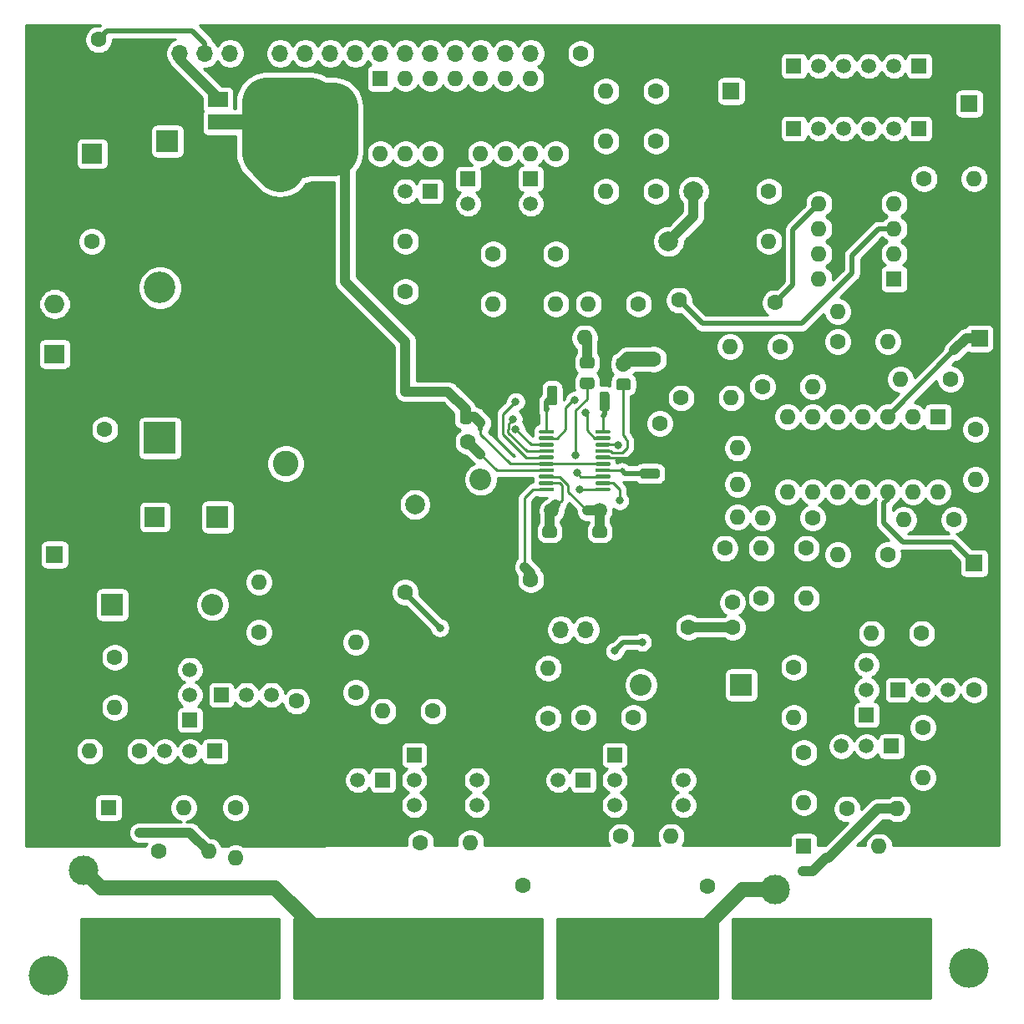
<source format=gbr>
%TF.GenerationSoftware,KiCad,Pcbnew,5.1.8-5.1.8*%
%TF.CreationDate,2021-07-28T16:27:41+08:00*%
%TF.ProjectId,fluxgate,666c7578-6761-4746-952e-6b696361645f,rev?*%
%TF.SameCoordinates,Original*%
%TF.FileFunction,Copper,L2,Bot*%
%TF.FilePolarity,Positive*%
%FSLAX46Y46*%
G04 Gerber Fmt 4.6, Leading zero omitted, Abs format (unit mm)*
G04 Created by KiCad (PCBNEW 5.1.8-5.1.8) date 2021-07-28 16:27:41*
%MOMM*%
%LPD*%
G01*
G04 APERTURE LIST*
%TA.AperFunction,ComponentPad*%
%ADD10R,1.700000X1.700000*%
%TD*%
%TA.AperFunction,ComponentPad*%
%ADD11O,1.700000X1.700000*%
%TD*%
%TA.AperFunction,ComponentPad*%
%ADD12O,2.200000X2.200000*%
%TD*%
%TA.AperFunction,ComponentPad*%
%ADD13R,2.200000X2.200000*%
%TD*%
%TA.AperFunction,ComponentPad*%
%ADD14O,1.600000X1.600000*%
%TD*%
%TA.AperFunction,ComponentPad*%
%ADD15C,1.600000*%
%TD*%
%TA.AperFunction,ComponentPad*%
%ADD16R,1.500000X1.500000*%
%TD*%
%TA.AperFunction,ComponentPad*%
%ADD17C,1.500000*%
%TD*%
%TA.AperFunction,ComponentPad*%
%ADD18R,1.600000X1.600000*%
%TD*%
%TA.AperFunction,SMDPad,CuDef*%
%ADD19R,2.000000X1.500000*%
%TD*%
%TA.AperFunction,SMDPad,CuDef*%
%ADD20R,2.000000X3.800000*%
%TD*%
%TA.AperFunction,ComponentPad*%
%ADD21O,2.000000X1.905000*%
%TD*%
%TA.AperFunction,ComponentPad*%
%ADD22R,2.000000X1.905000*%
%TD*%
%TA.AperFunction,ComponentPad*%
%ADD23C,2.600000*%
%TD*%
%TA.AperFunction,ComponentPad*%
%ADD24O,3.200000X3.200000*%
%TD*%
%TA.AperFunction,ComponentPad*%
%ADD25R,3.200000X3.200000*%
%TD*%
%TA.AperFunction,ComponentPad*%
%ADD26C,2.000000*%
%TD*%
%TA.AperFunction,ComponentPad*%
%ADD27R,2.000000X2.000000*%
%TD*%
%TA.AperFunction,ViaPad*%
%ADD28C,4.000000*%
%TD*%
%TA.AperFunction,ViaPad*%
%ADD29C,3.000000*%
%TD*%
%TA.AperFunction,ViaPad*%
%ADD30C,0.800000*%
%TD*%
%TA.AperFunction,ViaPad*%
%ADD31C,2.000000*%
%TD*%
%TA.AperFunction,Conductor*%
%ADD32C,1.000000*%
%TD*%
%TA.AperFunction,Conductor*%
%ADD33C,0.250000*%
%TD*%
%TA.AperFunction,Conductor*%
%ADD34C,1.500000*%
%TD*%
%TA.AperFunction,Conductor*%
%ADD35C,0.500000*%
%TD*%
%TA.AperFunction,Conductor*%
%ADD36C,5.000000*%
%TD*%
%TA.AperFunction,Conductor*%
%ADD37C,0.254000*%
%TD*%
%TA.AperFunction,Conductor*%
%ADD38C,0.100000*%
%TD*%
G04 APERTURE END LIST*
D10*
%TO.P,J2,1*%
%TO.N,/A*%
X130810000Y-149860000D03*
%TD*%
%TO.P,J3,1*%
%TO.N,/dian_ci_bu_chang-*%
X146050000Y-62230000D03*
%TD*%
%TO.P,J4,1*%
%TO.N,/chan_gan_qi_xin_hao-*%
X171200000Y-87300000D03*
%TD*%
%TO.P,J5,1*%
%TO.N,/B*%
X107950000Y-149860000D03*
%TD*%
%TO.P,J6,1*%
%TO.N,GND*%
X77470000Y-100330000D03*
%TD*%
%TO.P,J7,1*%
%TO.N,/dian_ci_bu_chang+*%
X170180000Y-63500000D03*
%TD*%
%TO.P,J8,1*%
%TO.N,/chuan_gan_qi_xin_hao+*%
X170688000Y-110109000D03*
%TD*%
%TO.P,J12,1*%
%TO.N,Net-(J12-Pad1)*%
%TA.AperFunction,SMDPad,CuDef*%
G36*
G01*
X132700000Y-94450000D02*
X132700000Y-92950000D01*
G75*
G02*
X132950000Y-92700000I250000J0D01*
G01*
X133450000Y-92700000D01*
G75*
G02*
X133700000Y-92950000I0J-250000D01*
G01*
X133700000Y-94450000D01*
G75*
G02*
X133450000Y-94700000I-250000J0D01*
G01*
X132950000Y-94700000D01*
G75*
G02*
X132700000Y-94450000I0J250000D01*
G01*
G37*
%TD.AperFunction*%
%TD*%
%TO.P,J10,1*%
%TO.N,Net-(J10-Pad1)*%
%TA.AperFunction,SMDPad,CuDef*%
G36*
G01*
X138550000Y-101500000D02*
X137050000Y-101500000D01*
G75*
G02*
X136800000Y-101250000I0J250000D01*
G01*
X136800000Y-100750000D01*
G75*
G02*
X137050000Y-100500000I250000J0D01*
G01*
X138550000Y-100500000D01*
G75*
G02*
X138800000Y-100750000I0J-250000D01*
G01*
X138800000Y-101250000D01*
G75*
G02*
X138550000Y-101500000I-250000J0D01*
G01*
G37*
%TD.AperFunction*%
%TD*%
%TO.P,J9,1*%
%TO.N,Net-(J9-Pad1)*%
%TA.AperFunction,SMDPad,CuDef*%
G36*
G01*
X127400000Y-93850000D02*
X127400000Y-92350000D01*
G75*
G02*
X127650000Y-92100000I250000J0D01*
G01*
X128150000Y-92100000D01*
G75*
G02*
X128400000Y-92350000I0J-250000D01*
G01*
X128400000Y-93850000D01*
G75*
G02*
X128150000Y-94100000I-250000J0D01*
G01*
X127650000Y-94100000D01*
G75*
G02*
X127400000Y-93850000I0J250000D01*
G01*
G37*
%TD.AperFunction*%
%TD*%
D11*
%TO.P,DS1,16*%
%TO.N,Net-(DS1-Pad16)*%
X125730000Y-58420000D03*
%TO.P,DS1,15*%
%TO.N,Net-(DS1-Pad15)*%
X123190000Y-58420000D03*
%TO.P,DS1,14*%
%TO.N,Net-(DS1-Pad14)*%
X120650000Y-58420000D03*
%TO.P,DS1,13*%
%TO.N,Net-(DS1-Pad13)*%
X118110000Y-58420000D03*
%TO.P,DS1,12*%
%TO.N,Net-(DS1-Pad12)*%
X115570000Y-58420000D03*
%TO.P,DS1,11*%
%TO.N,Net-(DS1-Pad11)*%
X113030000Y-58420000D03*
%TO.P,DS1,10*%
%TO.N,N/C*%
X110490000Y-58420000D03*
%TO.P,DS1,9*%
X107950000Y-58420000D03*
%TO.P,DS1,8*%
X105410000Y-58420000D03*
%TO.P,DS1,7*%
X102870000Y-58420000D03*
%TO.P,DS1,6*%
%TO.N,Net-(DS1-Pad6)*%
X100330000Y-58420000D03*
%TO.P,DS1,5*%
%TO.N,GND*%
X97790000Y-58420000D03*
%TO.P,DS1,4*%
%TO.N,Net-(DS1-Pad4)*%
X95250000Y-58420000D03*
%TO.P,DS1,3*%
%TO.N,Net-(DS1-Pad3)*%
X92710000Y-58420000D03*
%TO.P,DS1,2*%
%TO.N,+5V*%
X90170000Y-58420000D03*
D10*
%TO.P,DS1,1*%
%TO.N,GND*%
X87630000Y-58420000D03*
%TD*%
D12*
%TO.P,D8,2*%
%TO.N,GND*%
X88900000Y-77470000D03*
D13*
%TO.P,D8,1*%
%TO.N,+5V*%
X88900000Y-67310000D03*
%TD*%
D12*
%TO.P,D7,2*%
%TO.N,-5V*%
X120650000Y-101600000D03*
D13*
%TO.P,D7,1*%
%TO.N,GND*%
X120650000Y-111760000D03*
%TD*%
D12*
%TO.P,D6,2*%
%TO.N,GND*%
X104140000Y-105410000D03*
D13*
%TO.P,D6,1*%
%TO.N,+12V*%
X93980000Y-105410000D03*
%TD*%
D14*
%TO.P,R49,2*%
%TO.N,Net-(R49-Pad2)*%
X170680000Y-71120000D03*
D15*
%TO.P,R49,1*%
%TO.N,Net-(Q22-Pad2)*%
X165600000Y-71120000D03*
%TD*%
D14*
%TO.P,R48,2*%
%TO.N,Net-(R48-Pad2)*%
X149860000Y-77470000D03*
D15*
%TO.P,R48,1*%
%TO.N,Net-(Q20-Pad2)*%
X149860000Y-72390000D03*
%TD*%
D14*
%TO.P,R47,2*%
%TO.N,Net-(C19-Pad1)*%
X131572000Y-83820000D03*
D15*
%TO.P,R47,1*%
%TO.N,Net-(C21-Pad2)*%
X136652000Y-83820000D03*
%TD*%
D14*
%TO.P,R46,2*%
%TO.N,Net-(C9-Pad1)*%
X145923000Y-88138000D03*
D15*
%TO.P,R46,1*%
%TO.N,Net-(C20-Pad1)*%
X151003000Y-88138000D03*
%TD*%
D14*
%TO.P,R45,2*%
%TO.N,Net-(C19-Pad1)*%
X131191000Y-87249000D03*
D15*
%TO.P,R45,1*%
%TO.N,GND*%
X126111000Y-87249000D03*
%TD*%
D14*
%TO.P,R44,2*%
%TO.N,GND*%
X143256000Y-89408000D03*
D15*
%TO.P,R44,1*%
%TO.N,Net-(C9-Pad1)*%
X138176000Y-89408000D03*
%TD*%
D14*
%TO.P,R43,2*%
%TO.N,Net-(R42-Pad2)*%
X149098000Y-108585000D03*
D15*
%TO.P,R43,1*%
%TO.N,/PA3_ADC*%
X149098000Y-113665000D03*
%TD*%
D14*
%TO.P,R42,2*%
%TO.N,Net-(R42-Pad2)*%
X149225000Y-105500000D03*
D15*
%TO.P,R42,1*%
%TO.N,Net-(R40-Pad1)*%
X154305000Y-105500000D03*
%TD*%
D14*
%TO.P,R41,2*%
%TO.N,Net-(C4-Pad1)*%
X146050000Y-93345000D03*
D15*
%TO.P,R41,1*%
%TO.N,/A_3.3V*%
X140970000Y-93345000D03*
%TD*%
D14*
%TO.P,R40,2*%
%TO.N,Net-(C4-Pad1)*%
X153670000Y-113665000D03*
D15*
%TO.P,R40,1*%
%TO.N,Net-(R40-Pad1)*%
X153670000Y-108585000D03*
%TD*%
D14*
%TO.P,R39,2*%
%TO.N,Net-(C4-Pad1)*%
X146685000Y-105410000D03*
D15*
%TO.P,R39,1*%
%TO.N,GND*%
X141605000Y-105410000D03*
%TD*%
D14*
%TO.P,R38,2*%
%TO.N,Net-(C4-Pad1)*%
X146685000Y-98425000D03*
D15*
%TO.P,R38,1*%
%TO.N,GND*%
X141605000Y-98425000D03*
%TD*%
D14*
%TO.P,R37,2*%
%TO.N,Net-(C4-Pad1)*%
X146685680Y-102077260D03*
D15*
%TO.P,R37,1*%
%TO.N,GND*%
X141605680Y-102077260D03*
%TD*%
D14*
%TO.P,R36,2*%
%TO.N,Net-(R34-Pad2)*%
X154280000Y-92200000D03*
D15*
%TO.P,R36,1*%
%TO.N,Net-(R36-Pad1)*%
X149200000Y-92200000D03*
%TD*%
D14*
%TO.P,R35,2*%
%TO.N,Net-(R33-Pad1)*%
X156845000Y-84582000D03*
D15*
%TO.P,R35,1*%
%TO.N,GND*%
X161925000Y-84582000D03*
%TD*%
D14*
%TO.P,R34,2*%
%TO.N,Net-(R34-Pad2)*%
X156845000Y-109220000D03*
D15*
%TO.P,R34,1*%
%TO.N,Net-(R32-Pad1)*%
X161925000Y-109220000D03*
%TD*%
D14*
%TO.P,R33,2*%
%TO.N,Net-(R31-Pad1)*%
X161925000Y-87630000D03*
D15*
%TO.P,R33,1*%
%TO.N,Net-(R33-Pad1)*%
X156845000Y-87630000D03*
%TD*%
D14*
%TO.P,R32,2*%
%TO.N,Net-(R30-Pad2)*%
X163520000Y-105700000D03*
D15*
%TO.P,R32,1*%
%TO.N,Net-(R32-Pad1)*%
X168600000Y-105700000D03*
%TD*%
D14*
%TO.P,R31,2*%
%TO.N,Net-(R30-Pad1)*%
X163195000Y-91440000D03*
D15*
%TO.P,R31,1*%
%TO.N,Net-(R31-Pad1)*%
X168275000Y-91440000D03*
%TD*%
D14*
%TO.P,R30,2*%
%TO.N,Net-(R30-Pad2)*%
X170815000Y-101600000D03*
D15*
%TO.P,R30,1*%
%TO.N,Net-(R30-Pad1)*%
X170815000Y-96520000D03*
%TD*%
D14*
%TO.P,R29,2*%
%TO.N,GND*%
X81915000Y-62103000D03*
D15*
%TO.P,R29,1*%
%TO.N,Net-(DS1-Pad3)*%
X81915000Y-57023000D03*
%TD*%
D14*
%TO.P,R28,2*%
%TO.N,Net-(Q19-Pad2)*%
X113030000Y-77470000D03*
D15*
%TO.P,R28,1*%
%TO.N,/PA2_SER*%
X113030000Y-82550000D03*
%TD*%
D14*
%TO.P,R27,2*%
%TO.N,GND*%
X135890000Y-58420000D03*
D15*
%TO.P,R27,1*%
%TO.N,Net-(DS1-Pad16)*%
X130810000Y-58420000D03*
%TD*%
D14*
%TO.P,R26,2*%
%TO.N,/PA0_SRCLK*%
X128270000Y-83820000D03*
D15*
%TO.P,R26,1*%
%TO.N,Net-(Q18-Pad2)*%
X128270000Y-78740000D03*
%TD*%
D14*
%TO.P,R25,2*%
%TO.N,/PA1_RCLK*%
X121920000Y-83820000D03*
D15*
%TO.P,R25,1*%
%TO.N,Net-(Q17-Pad2)*%
X121920000Y-78740000D03*
%TD*%
D14*
%TO.P,R24,2*%
%TO.N,/PA6_PWM*%
X98171000Y-112014000D03*
D15*
%TO.P,R24,1*%
%TO.N,Net-(Q16-Pad2)*%
X98171000Y-117094000D03*
%TD*%
D14*
%TO.P,R23,2*%
%TO.N,GND*%
X101981000Y-129159000D03*
D15*
%TO.P,R23,1*%
%TO.N,Net-(Q16-Pad3)*%
X101981000Y-124079000D03*
%TD*%
D14*
%TO.P,R22,2*%
%TO.N,Net-(Q15-Pad2)*%
X83566000Y-124714000D03*
D15*
%TO.P,R22,1*%
%TO.N,Net-(C3-Pad1)*%
X83566000Y-119634000D03*
%TD*%
D14*
%TO.P,R21,2*%
%TO.N,/PA6_PWM*%
X108000000Y-118110000D03*
D15*
%TO.P,R21,1*%
%TO.N,Net-(Q14-Pad2)*%
X108000000Y-123190000D03*
%TD*%
D14*
%TO.P,R20,2*%
%TO.N,/B*%
X95800000Y-139954000D03*
D15*
%TO.P,R20,1*%
%TO.N,Net-(D5-Pad2)*%
X95800000Y-134874000D03*
%TD*%
D14*
%TO.P,R19,2*%
%TO.N,Net-(Q11-Pad2)*%
X110744000Y-125095000D03*
D15*
%TO.P,R19,1*%
%TO.N,+12V*%
X115824000Y-125095000D03*
%TD*%
D14*
%TO.P,R18,2*%
%TO.N,Net-(D5-Pad1)*%
X81026000Y-129159000D03*
D15*
%TO.P,R18,1*%
%TO.N,Net-(Q13-Pad3)*%
X86106000Y-129159000D03*
%TD*%
D14*
%TO.P,R17,2*%
%TO.N,Net-(Q19-Pad1)*%
X133350000Y-62230000D03*
D15*
%TO.P,R17,1*%
%TO.N,+5V*%
X138430000Y-62230000D03*
%TD*%
D14*
%TO.P,R16,2*%
%TO.N,Net-(Q10-Pad1)*%
X119634000Y-138430000D03*
D15*
%TO.P,R16,1*%
%TO.N,Net-(Q11-Pad3)*%
X114554000Y-138430000D03*
%TD*%
D14*
%TO.P,R15,2*%
%TO.N,Net-(Q18-Pad1)*%
X133350000Y-72390000D03*
D15*
%TO.P,R15,1*%
%TO.N,+5V*%
X138430000Y-72390000D03*
%TD*%
D14*
%TO.P,R14,2*%
%TO.N,GND*%
X130810000Y-111760000D03*
D15*
%TO.P,R14,1*%
%TO.N,Net-(R14-Pad1)*%
X125730000Y-111760000D03*
%TD*%
D14*
%TO.P,R13,2*%
%TO.N,/B*%
X93091000Y-139319000D03*
D15*
%TO.P,R13,1*%
%TO.N,Net-(Q13-Pad3)*%
X88011000Y-139319000D03*
%TD*%
D14*
%TO.P,R12,2*%
%TO.N,Net-(Q17-Pad1)*%
X133350000Y-67310000D03*
D15*
%TO.P,R12,1*%
%TO.N,+5V*%
X138430000Y-67310000D03*
%TD*%
D14*
%TO.P,R11,2*%
%TO.N,GND*%
X124968000Y-137668000D03*
D15*
%TO.P,R11,1*%
%TO.N,Net-(Q10-Pad1)*%
X124968000Y-142748000D03*
%TD*%
D14*
%TO.P,R10,2*%
%TO.N,GND*%
X143637000Y-137795000D03*
D15*
%TO.P,R10,1*%
%TO.N,Net-(Q6-Pad3)*%
X143637000Y-142875000D03*
%TD*%
D14*
%TO.P,R9,2*%
%TO.N,/A*%
X162880000Y-135000000D03*
D15*
%TO.P,R9,1*%
%TO.N,Net-(Q4-Pad3)*%
X157800000Y-135000000D03*
%TD*%
D14*
%TO.P,R8,2*%
%TO.N,Net-(Q6-Pad3)*%
X139954000Y-137795000D03*
D15*
%TO.P,R8,1*%
%TO.N,Net-(Q5-Pad3)*%
X134874000Y-137795000D03*
%TD*%
D14*
%TO.P,R7,2*%
%TO.N,Net-(D1-Pad1)*%
X153416000Y-134366000D03*
D15*
%TO.P,R7,1*%
%TO.N,Net-(Q4-Pad3)*%
X153416000Y-129286000D03*
%TD*%
D14*
%TO.P,R6,2*%
%TO.N,Net-(Q3-Pad1)*%
X131064000Y-125730000D03*
D15*
%TO.P,R6,1*%
%TO.N,+12V*%
X136144000Y-125730000D03*
%TD*%
D14*
%TO.P,R5,2*%
%TO.N,/A*%
X165481000Y-131826000D03*
D15*
%TO.P,R5,1*%
%TO.N,Net-(D1-Pad2)*%
X165481000Y-126746000D03*
%TD*%
D14*
%TO.P,R4,2*%
%TO.N,/PA7_PWM1*%
X127500000Y-120720000D03*
D15*
%TO.P,R4,1*%
%TO.N,Net-(Q3-Pad2)*%
X127500000Y-125800000D03*
%TD*%
D14*
%TO.P,R3,2*%
%TO.N,GND*%
X170688000Y-128016000D03*
D15*
%TO.P,R3,1*%
%TO.N,Net-(Q1-Pad3)*%
X170688000Y-122936000D03*
%TD*%
D14*
%TO.P,R2,2*%
%TO.N,Net-(Q1-Pad1)*%
X152400000Y-125730000D03*
D15*
%TO.P,R2,1*%
%TO.N,Net-(C1-Pad1)*%
X152400000Y-120650000D03*
%TD*%
D14*
%TO.P,R1,2*%
%TO.N,/PA7_PWM1*%
X160274000Y-117221000D03*
D15*
%TO.P,R1,1*%
%TO.N,Net-(Q1-Pad2)*%
X165354000Y-117221000D03*
%TD*%
D16*
%TO.P,Q19,1*%
%TO.N,Net-(Q19-Pad1)*%
X115570000Y-72390000D03*
D17*
%TO.P,Q19,3*%
%TO.N,GND*%
X110490000Y-72390000D03*
%TO.P,Q19,2*%
%TO.N,Net-(Q19-Pad2)*%
X113030000Y-72390000D03*
%TD*%
D16*
%TO.P,Q18,1*%
%TO.N,Net-(Q18-Pad1)*%
X125730000Y-71120000D03*
D17*
%TO.P,Q18,3*%
%TO.N,GND*%
X125730000Y-76200000D03*
%TO.P,Q18,2*%
%TO.N,Net-(Q18-Pad2)*%
X125730000Y-73660000D03*
%TD*%
D16*
%TO.P,Q17,1*%
%TO.N,Net-(Q17-Pad1)*%
X119380000Y-71120000D03*
D17*
%TO.P,Q17,3*%
%TO.N,GND*%
X119380000Y-76200000D03*
%TO.P,Q17,2*%
%TO.N,Net-(Q17-Pad2)*%
X119380000Y-73660000D03*
%TD*%
%TO.P,Y1,2*%
%TO.N,Net-(C14-Pad1)*%
X127835000Y-104775000D03*
%TO.P,Y1,1*%
%TO.N,Net-(C15-Pad2)*%
X132715000Y-104775000D03*
%TD*%
D14*
%TO.P,U9,16*%
%TO.N,+5V*%
X110490000Y-68580000D03*
%TO.P,U9,8*%
%TO.N,GND*%
X128270000Y-60960000D03*
%TO.P,U9,15*%
%TO.N,Net-(DS1-Pad4)*%
X113030000Y-68580000D03*
%TO.P,U9,7*%
%TO.N,N/C*%
X125730000Y-60960000D03*
%TO.P,U9,14*%
%TO.N,Net-(Q19-Pad1)*%
X115570000Y-68580000D03*
%TO.P,U9,6*%
%TO.N,Net-(DS1-Pad15)*%
X123190000Y-60960000D03*
%TO.P,U9,13*%
%TO.N,GND*%
X118110000Y-68580000D03*
%TO.P,U9,5*%
%TO.N,Net-(DS1-Pad14)*%
X120650000Y-60960000D03*
%TO.P,U9,12*%
%TO.N,Net-(Q17-Pad1)*%
X120650000Y-68580000D03*
%TO.P,U9,4*%
%TO.N,Net-(DS1-Pad13)*%
X118110000Y-60960000D03*
%TO.P,U9,11*%
%TO.N,Net-(Q18-Pad1)*%
X123190000Y-68580000D03*
%TO.P,U9,3*%
%TO.N,Net-(DS1-Pad12)*%
X115570000Y-60960000D03*
%TO.P,U9,10*%
%TO.N,+5V*%
X125730000Y-68580000D03*
%TO.P,U9,2*%
%TO.N,Net-(DS1-Pad11)*%
X113030000Y-60960000D03*
%TO.P,U9,9*%
%TO.N,N/C*%
X128270000Y-68580000D03*
D18*
%TO.P,U9,1*%
%TO.N,Net-(DS1-Pad6)*%
X110490000Y-60960000D03*
%TD*%
D14*
%TO.P,U7,8*%
%TO.N,+5V*%
X154940000Y-81280000D03*
%TO.P,U7,4*%
%TO.N,-5V*%
X162560000Y-73660000D03*
%TO.P,U7,7*%
%TO.N,Net-(R48-Pad2)*%
X154940000Y-78740000D03*
%TO.P,U7,3*%
%TO.N,Net-(C21-Pad2)*%
X162560000Y-76200000D03*
%TO.P,U7,6*%
%TO.N,/dian_ci_bu_chang-*%
X154940000Y-76200000D03*
%TO.P,U7,2*%
%TO.N,/dian_ci_bu_chang+*%
X162560000Y-78740000D03*
%TO.P,U7,5*%
%TO.N,Net-(C20-Pad1)*%
X154940000Y-73660000D03*
D18*
%TO.P,U7,1*%
%TO.N,Net-(R49-Pad2)*%
X162560000Y-81280000D03*
%TD*%
D19*
%TO.P,U6,1*%
%TO.N,GND*%
X94030000Y-67705000D03*
%TO.P,U6,3*%
%TO.N,+5V*%
X94030000Y-63105000D03*
%TO.P,U6,2*%
%TO.N,+3V3*%
X94030000Y-65405000D03*
D20*
X100330000Y-65405000D03*
%TD*%
%TO.P,U5,20*%
%TO.N,/CLK*%
%TA.AperFunction,SMDPad,CuDef*%
G36*
G01*
X132300000Y-102720000D02*
X132300000Y-102520000D01*
G75*
G02*
X132400000Y-102420000I100000J0D01*
G01*
X133675000Y-102420000D01*
G75*
G02*
X133775000Y-102520000I0J-100000D01*
G01*
X133775000Y-102720000D01*
G75*
G02*
X133675000Y-102820000I-100000J0D01*
G01*
X132400000Y-102820000D01*
G75*
G02*
X132300000Y-102720000I0J100000D01*
G01*
G37*
%TD.AperFunction*%
%TO.P,U5,19*%
%TO.N,/DIO*%
%TA.AperFunction,SMDPad,CuDef*%
G36*
G01*
X132300000Y-102070000D02*
X132300000Y-101870000D01*
G75*
G02*
X132400000Y-101770000I100000J0D01*
G01*
X133675000Y-101770000D01*
G75*
G02*
X133775000Y-101870000I0J-100000D01*
G01*
X133775000Y-102070000D01*
G75*
G02*
X133675000Y-102170000I-100000J0D01*
G01*
X132400000Y-102170000D01*
G75*
G02*
X132300000Y-102070000I0J100000D01*
G01*
G37*
%TD.AperFunction*%
%TO.P,U5,18*%
%TO.N,/PA10_TIM1_CH3*%
%TA.AperFunction,SMDPad,CuDef*%
G36*
G01*
X132300000Y-101420000D02*
X132300000Y-101220000D01*
G75*
G02*
X132400000Y-101120000I100000J0D01*
G01*
X133675000Y-101120000D01*
G75*
G02*
X133775000Y-101220000I0J-100000D01*
G01*
X133775000Y-101420000D01*
G75*
G02*
X133675000Y-101520000I-100000J0D01*
G01*
X132400000Y-101520000D01*
G75*
G02*
X132300000Y-101420000I0J100000D01*
G01*
G37*
%TD.AperFunction*%
%TO.P,U5,17*%
%TO.N,Net-(J10-Pad1)*%
%TA.AperFunction,SMDPad,CuDef*%
G36*
G01*
X132300000Y-100770000D02*
X132300000Y-100570000D01*
G75*
G02*
X132400000Y-100470000I100000J0D01*
G01*
X133675000Y-100470000D01*
G75*
G02*
X133775000Y-100570000I0J-100000D01*
G01*
X133775000Y-100770000D01*
G75*
G02*
X133675000Y-100870000I-100000J0D01*
G01*
X132400000Y-100870000D01*
G75*
G02*
X132300000Y-100770000I0J100000D01*
G01*
G37*
%TD.AperFunction*%
%TO.P,U5,16*%
%TO.N,+3V3*%
%TA.AperFunction,SMDPad,CuDef*%
G36*
G01*
X132300000Y-100120000D02*
X132300000Y-99920000D01*
G75*
G02*
X132400000Y-99820000I100000J0D01*
G01*
X133675000Y-99820000D01*
G75*
G02*
X133775000Y-99920000I0J-100000D01*
G01*
X133775000Y-100120000D01*
G75*
G02*
X133675000Y-100220000I-100000J0D01*
G01*
X132400000Y-100220000D01*
G75*
G02*
X132300000Y-100120000I0J100000D01*
G01*
G37*
%TD.AperFunction*%
%TO.P,U5,15*%
%TO.N,GND*%
%TA.AperFunction,SMDPad,CuDef*%
G36*
G01*
X132300000Y-99470000D02*
X132300000Y-99270000D01*
G75*
G02*
X132400000Y-99170000I100000J0D01*
G01*
X133675000Y-99170000D01*
G75*
G02*
X133775000Y-99270000I0J-100000D01*
G01*
X133775000Y-99470000D01*
G75*
G02*
X133675000Y-99570000I-100000J0D01*
G01*
X132400000Y-99570000D01*
G75*
G02*
X132300000Y-99470000I0J100000D01*
G01*
G37*
%TD.AperFunction*%
%TO.P,U5,14*%
%TO.N,/PB1_TIM1_CH3N*%
%TA.AperFunction,SMDPad,CuDef*%
G36*
G01*
X132300000Y-98820000D02*
X132300000Y-98620000D01*
G75*
G02*
X132400000Y-98520000I100000J0D01*
G01*
X133675000Y-98520000D01*
G75*
G02*
X133775000Y-98620000I0J-100000D01*
G01*
X133775000Y-98820000D01*
G75*
G02*
X133675000Y-98920000I-100000J0D01*
G01*
X132400000Y-98920000D01*
G75*
G02*
X132300000Y-98820000I0J100000D01*
G01*
G37*
%TD.AperFunction*%
%TO.P,U5,13*%
%TO.N,/PA7_PWM1*%
%TA.AperFunction,SMDPad,CuDef*%
G36*
G01*
X132300000Y-98170000D02*
X132300000Y-97970000D01*
G75*
G02*
X132400000Y-97870000I100000J0D01*
G01*
X133675000Y-97870000D01*
G75*
G02*
X133775000Y-97970000I0J-100000D01*
G01*
X133775000Y-98170000D01*
G75*
G02*
X133675000Y-98270000I-100000J0D01*
G01*
X132400000Y-98270000D01*
G75*
G02*
X132300000Y-98170000I0J100000D01*
G01*
G37*
%TD.AperFunction*%
%TO.P,U5,12*%
%TO.N,/PA6_PWM*%
%TA.AperFunction,SMDPad,CuDef*%
G36*
G01*
X132300000Y-97520000D02*
X132300000Y-97320000D01*
G75*
G02*
X132400000Y-97220000I100000J0D01*
G01*
X133675000Y-97220000D01*
G75*
G02*
X133775000Y-97320000I0J-100000D01*
G01*
X133775000Y-97520000D01*
G75*
G02*
X133675000Y-97620000I-100000J0D01*
G01*
X132400000Y-97620000D01*
G75*
G02*
X132300000Y-97520000I0J100000D01*
G01*
G37*
%TD.AperFunction*%
%TO.P,U5,11*%
%TO.N,Net-(J12-Pad1)*%
%TA.AperFunction,SMDPad,CuDef*%
G36*
G01*
X132300000Y-96870000D02*
X132300000Y-96670000D01*
G75*
G02*
X132400000Y-96570000I100000J0D01*
G01*
X133675000Y-96570000D01*
G75*
G02*
X133775000Y-96670000I0J-100000D01*
G01*
X133775000Y-96870000D01*
G75*
G02*
X133675000Y-96970000I-100000J0D01*
G01*
X132400000Y-96970000D01*
G75*
G02*
X132300000Y-96870000I0J100000D01*
G01*
G37*
%TD.AperFunction*%
%TO.P,U5,10*%
%TO.N,Net-(J9-Pad1)*%
%TA.AperFunction,SMDPad,CuDef*%
G36*
G01*
X126575000Y-96870000D02*
X126575000Y-96670000D01*
G75*
G02*
X126675000Y-96570000I100000J0D01*
G01*
X127950000Y-96570000D01*
G75*
G02*
X128050000Y-96670000I0J-100000D01*
G01*
X128050000Y-96870000D01*
G75*
G02*
X127950000Y-96970000I-100000J0D01*
G01*
X126675000Y-96970000D01*
G75*
G02*
X126575000Y-96870000I0J100000D01*
G01*
G37*
%TD.AperFunction*%
%TO.P,U5,9*%
%TO.N,/PA3_ADC*%
%TA.AperFunction,SMDPad,CuDef*%
G36*
G01*
X126575000Y-97520000D02*
X126575000Y-97320000D01*
G75*
G02*
X126675000Y-97220000I100000J0D01*
G01*
X127950000Y-97220000D01*
G75*
G02*
X128050000Y-97320000I0J-100000D01*
G01*
X128050000Y-97520000D01*
G75*
G02*
X127950000Y-97620000I-100000J0D01*
G01*
X126675000Y-97620000D01*
G75*
G02*
X126575000Y-97520000I0J100000D01*
G01*
G37*
%TD.AperFunction*%
%TO.P,U5,8*%
%TO.N,/PA2_SER*%
%TA.AperFunction,SMDPad,CuDef*%
G36*
G01*
X126575000Y-98170000D02*
X126575000Y-97970000D01*
G75*
G02*
X126675000Y-97870000I100000J0D01*
G01*
X127950000Y-97870000D01*
G75*
G02*
X128050000Y-97970000I0J-100000D01*
G01*
X128050000Y-98170000D01*
G75*
G02*
X127950000Y-98270000I-100000J0D01*
G01*
X126675000Y-98270000D01*
G75*
G02*
X126575000Y-98170000I0J100000D01*
G01*
G37*
%TD.AperFunction*%
%TO.P,U5,7*%
%TO.N,/PA1_RCLK*%
%TA.AperFunction,SMDPad,CuDef*%
G36*
G01*
X126575000Y-98820000D02*
X126575000Y-98620000D01*
G75*
G02*
X126675000Y-98520000I100000J0D01*
G01*
X127950000Y-98520000D01*
G75*
G02*
X128050000Y-98620000I0J-100000D01*
G01*
X128050000Y-98820000D01*
G75*
G02*
X127950000Y-98920000I-100000J0D01*
G01*
X126675000Y-98920000D01*
G75*
G02*
X126575000Y-98820000I0J100000D01*
G01*
G37*
%TD.AperFunction*%
%TO.P,U5,6*%
%TO.N,/PA0_SRCLK*%
%TA.AperFunction,SMDPad,CuDef*%
G36*
G01*
X126575000Y-99470000D02*
X126575000Y-99270000D01*
G75*
G02*
X126675000Y-99170000I100000J0D01*
G01*
X127950000Y-99170000D01*
G75*
G02*
X128050000Y-99270000I0J-100000D01*
G01*
X128050000Y-99470000D01*
G75*
G02*
X127950000Y-99570000I-100000J0D01*
G01*
X126675000Y-99570000D01*
G75*
G02*
X126575000Y-99470000I0J100000D01*
G01*
G37*
%TD.AperFunction*%
%TO.P,U5,5*%
%TO.N,+3V3*%
%TA.AperFunction,SMDPad,CuDef*%
G36*
G01*
X126575000Y-100120000D02*
X126575000Y-99920000D01*
G75*
G02*
X126675000Y-99820000I100000J0D01*
G01*
X127950000Y-99820000D01*
G75*
G02*
X128050000Y-99920000I0J-100000D01*
G01*
X128050000Y-100120000D01*
G75*
G02*
X127950000Y-100220000I-100000J0D01*
G01*
X126675000Y-100220000D01*
G75*
G02*
X126575000Y-100120000I0J100000D01*
G01*
G37*
%TD.AperFunction*%
%TO.P,U5,4*%
%TO.N,Net-(C17-Pad1)*%
%TA.AperFunction,SMDPad,CuDef*%
G36*
G01*
X126575000Y-100770000D02*
X126575000Y-100570000D01*
G75*
G02*
X126675000Y-100470000I100000J0D01*
G01*
X127950000Y-100470000D01*
G75*
G02*
X128050000Y-100570000I0J-100000D01*
G01*
X128050000Y-100770000D01*
G75*
G02*
X127950000Y-100870000I-100000J0D01*
G01*
X126675000Y-100870000D01*
G75*
G02*
X126575000Y-100770000I0J100000D01*
G01*
G37*
%TD.AperFunction*%
%TO.P,U5,3*%
%TO.N,Net-(C15-Pad2)*%
%TA.AperFunction,SMDPad,CuDef*%
G36*
G01*
X126575000Y-101420000D02*
X126575000Y-101220000D01*
G75*
G02*
X126675000Y-101120000I100000J0D01*
G01*
X127950000Y-101120000D01*
G75*
G02*
X128050000Y-101220000I0J-100000D01*
G01*
X128050000Y-101420000D01*
G75*
G02*
X127950000Y-101520000I-100000J0D01*
G01*
X126675000Y-101520000D01*
G75*
G02*
X126575000Y-101420000I0J100000D01*
G01*
G37*
%TD.AperFunction*%
%TO.P,U5,2*%
%TO.N,Net-(C14-Pad1)*%
%TA.AperFunction,SMDPad,CuDef*%
G36*
G01*
X126575000Y-102070000D02*
X126575000Y-101870000D01*
G75*
G02*
X126675000Y-101770000I100000J0D01*
G01*
X127950000Y-101770000D01*
G75*
G02*
X128050000Y-101870000I0J-100000D01*
G01*
X128050000Y-102070000D01*
G75*
G02*
X127950000Y-102170000I-100000J0D01*
G01*
X126675000Y-102170000D01*
G75*
G02*
X126575000Y-102070000I0J100000D01*
G01*
G37*
%TD.AperFunction*%
%TO.P,U5,1*%
%TO.N,Net-(R14-Pad1)*%
%TA.AperFunction,SMDPad,CuDef*%
G36*
G01*
X126575000Y-102720000D02*
X126575000Y-102520000D01*
G75*
G02*
X126675000Y-102420000I100000J0D01*
G01*
X127950000Y-102420000D01*
G75*
G02*
X128050000Y-102520000I0J-100000D01*
G01*
X128050000Y-102720000D01*
G75*
G02*
X127950000Y-102820000I-100000J0D01*
G01*
X126675000Y-102820000D01*
G75*
G02*
X126575000Y-102720000I0J100000D01*
G01*
G37*
%TD.AperFunction*%
%TD*%
D14*
%TO.P,U4,14*%
%TO.N,Net-(R32-Pad1)*%
X167005000Y-102870000D03*
%TO.P,U4,7*%
%TO.N,Net-(R36-Pad1)*%
X151765000Y-95250000D03*
%TO.P,U4,13*%
%TO.N,Net-(R30-Pad2)*%
X164465000Y-102870000D03*
%TO.P,U4,6*%
%TO.N,Net-(R34-Pad2)*%
X154305000Y-95250000D03*
%TO.P,U4,12*%
%TO.N,/chuan_gan_qi_xin_hao+*%
X161925000Y-102870000D03*
%TO.P,U4,5*%
%TO.N,Net-(R33-Pad1)*%
X156845000Y-95250000D03*
%TO.P,U4,11*%
%TO.N,-5V*%
X159385000Y-102870000D03*
%TO.P,U4,4*%
%TO.N,+5V*%
X159385000Y-95250000D03*
%TO.P,U4,10*%
%TO.N,Net-(R36-Pad1)*%
X156845000Y-102870000D03*
%TO.P,U4,3*%
%TO.N,/chan_gan_qi_xin_hao-*%
X161925000Y-95250000D03*
%TO.P,U4,9*%
%TO.N,Net-(R40-Pad1)*%
X154305000Y-102870000D03*
%TO.P,U4,2*%
%TO.N,Net-(R30-Pad1)*%
X164465000Y-95250000D03*
%TO.P,U4,8*%
%TO.N,Net-(R42-Pad2)*%
X151765000Y-102870000D03*
D18*
%TO.P,U4,1*%
%TO.N,Net-(R31-Pad1)*%
X167005000Y-95250000D03*
%TD*%
D21*
%TO.P,U3,3*%
%TO.N,+5V*%
X77470000Y-83820000D03*
%TO.P,U3,2*%
%TO.N,GND*%
X77470000Y-86360000D03*
D22*
%TO.P,U3,1*%
%TO.N,+12V*%
X77470000Y-88900000D03*
%TD*%
D16*
%TO.P,Q23,1*%
%TO.N,/dian_ci_bu_chang+*%
X165100000Y-59690000D03*
D17*
%TO.P,Q23,3*%
%TO.N,-5V*%
X160020000Y-59690000D03*
%TO.P,Q23,2*%
%TO.N,Net-(Q22-Pad2)*%
X162560000Y-59690000D03*
%TD*%
D16*
%TO.P,Q22,1*%
%TO.N,/dian_ci_bu_chang+*%
X165100000Y-66040000D03*
D17*
%TO.P,Q22,3*%
%TO.N,+5V*%
X160020000Y-66040000D03*
%TO.P,Q22,2*%
%TO.N,Net-(Q22-Pad2)*%
X162560000Y-66040000D03*
%TD*%
D16*
%TO.P,Q21,1*%
%TO.N,/dian_ci_bu_chang-*%
X152400000Y-59690000D03*
D17*
%TO.P,Q21,3*%
%TO.N,-5V*%
X157480000Y-59690000D03*
%TO.P,Q21,2*%
%TO.N,Net-(Q20-Pad2)*%
X154940000Y-59690000D03*
%TD*%
D16*
%TO.P,Q20,1*%
%TO.N,/dian_ci_bu_chang-*%
X152400000Y-66040000D03*
D17*
%TO.P,Q20,3*%
%TO.N,+5V*%
X157480000Y-66040000D03*
%TO.P,Q20,2*%
%TO.N,Net-(Q20-Pad2)*%
X154940000Y-66040000D03*
%TD*%
D16*
%TO.P,Q16,1*%
%TO.N,Net-(Q15-Pad2)*%
X94361000Y-123444000D03*
D17*
%TO.P,Q16,3*%
%TO.N,Net-(Q16-Pad3)*%
X99441000Y-123444000D03*
%TO.P,Q16,2*%
%TO.N,Net-(Q16-Pad2)*%
X96901000Y-123444000D03*
%TD*%
D16*
%TO.P,Q15,1*%
%TO.N,Net-(D5-Pad2)*%
X91186000Y-125984000D03*
D17*
%TO.P,Q15,3*%
%TO.N,Net-(C3-Pad1)*%
X91186000Y-120904000D03*
%TO.P,Q15,2*%
%TO.N,Net-(Q15-Pad2)*%
X91186000Y-123444000D03*
%TD*%
D16*
%TO.P,Q14,1*%
%TO.N,Net-(Q11-Pad2)*%
X110744000Y-132080000D03*
D17*
%TO.P,Q14,3*%
%TO.N,GND*%
X105664000Y-132080000D03*
%TO.P,Q14,2*%
%TO.N,Net-(Q14-Pad2)*%
X108204000Y-132080000D03*
%TD*%
D16*
%TO.P,Q13,1*%
%TO.N,/B*%
X93726000Y-129159000D03*
D17*
%TO.P,Q13,3*%
%TO.N,Net-(Q13-Pad3)*%
X88646000Y-129159000D03*
%TO.P,Q13,2*%
%TO.N,Net-(D5-Pad2)*%
X91186000Y-129159000D03*
%TD*%
D16*
%TO.P,Q12,1*%
%TO.N,GND*%
X120269000Y-129540000D03*
D17*
%TO.P,Q12,3*%
%TO.N,Net-(Q10-Pad1)*%
X120269000Y-134620000D03*
%TO.P,Q12,2*%
%TO.N,Net-(Q11-Pad2)*%
X120269000Y-132080000D03*
%TD*%
D16*
%TO.P,Q11,1*%
%TO.N,+12V*%
X113919000Y-129540000D03*
D17*
%TO.P,Q11,3*%
%TO.N,Net-(Q11-Pad3)*%
X113919000Y-134620000D03*
%TO.P,Q11,2*%
%TO.N,Net-(Q11-Pad2)*%
X113919000Y-132080000D03*
%TD*%
D16*
%TO.P,Q6,1*%
%TO.N,GND*%
X141224000Y-129540000D03*
D17*
%TO.P,Q6,3*%
%TO.N,Net-(Q6-Pad3)*%
X141224000Y-134620000D03*
%TO.P,Q6,2*%
%TO.N,Net-(Q3-Pad1)*%
X141224000Y-132080000D03*
%TD*%
D16*
%TO.P,Q5,1*%
%TO.N,+12V*%
X134239000Y-129540000D03*
D17*
%TO.P,Q5,3*%
%TO.N,Net-(Q5-Pad3)*%
X134239000Y-134620000D03*
%TO.P,Q5,2*%
%TO.N,Net-(Q3-Pad1)*%
X134239000Y-132080000D03*
%TD*%
D16*
%TO.P,Q4,1*%
%TO.N,/A*%
X162306000Y-128651000D03*
D17*
%TO.P,Q4,3*%
%TO.N,Net-(Q4-Pad3)*%
X157226000Y-128651000D03*
%TO.P,Q4,2*%
%TO.N,Net-(D1-Pad2)*%
X159766000Y-128651000D03*
%TD*%
D16*
%TO.P,Q3,1*%
%TO.N,Net-(Q3-Pad1)*%
X131064000Y-132080000D03*
D17*
%TO.P,Q3,3*%
%TO.N,GND*%
X125984000Y-132080000D03*
%TO.P,Q3,2*%
%TO.N,Net-(Q3-Pad2)*%
X128524000Y-132080000D03*
%TD*%
D16*
%TO.P,Q2,1*%
%TO.N,Net-(D1-Pad2)*%
X159766000Y-125476000D03*
D17*
%TO.P,Q2,3*%
%TO.N,Net-(C1-Pad1)*%
X159766000Y-120396000D03*
%TO.P,Q2,2*%
%TO.N,Net-(Q1-Pad1)*%
X159766000Y-122936000D03*
%TD*%
D16*
%TO.P,Q1,1*%
%TO.N,Net-(Q1-Pad1)*%
X162941000Y-122936000D03*
D17*
%TO.P,Q1,3*%
%TO.N,Net-(Q1-Pad3)*%
X168021000Y-122936000D03*
%TO.P,Q1,2*%
%TO.N,Net-(Q1-Pad2)*%
X165481000Y-122936000D03*
%TD*%
D23*
%TO.P,L1,2*%
%TO.N,Net-(D2-Pad1)*%
X100900000Y-100000000D03*
%TO.P,L1,1*%
%TO.N,GND*%
X100900000Y-95000000D03*
%TD*%
D11*
%TO.P,J11,3*%
%TO.N,/DIO*%
X131318000Y-116840000D03*
%TO.P,J11,2*%
%TO.N,/CLK*%
X128778000Y-116840000D03*
D10*
%TO.P,J11,1*%
%TO.N,GND*%
X126238000Y-116840000D03*
%TD*%
%TO.P,J1,1*%
%TO.N,+12V*%
X77470000Y-109220000D03*
%TD*%
D14*
%TO.P,D5,2*%
%TO.N,Net-(D5-Pad2)*%
X90551000Y-134874000D03*
D18*
%TO.P,D5,1*%
%TO.N,Net-(D5-Pad1)*%
X82931000Y-134874000D03*
%TD*%
D12*
%TO.P,D4,2*%
%TO.N,+12V*%
X93472000Y-114300000D03*
D13*
%TO.P,D4,1*%
%TO.N,Net-(C3-Pad1)*%
X83312000Y-114300000D03*
%TD*%
D12*
%TO.P,D3,2*%
%TO.N,+12V*%
X136906000Y-122428000D03*
D13*
%TO.P,D3,1*%
%TO.N,Net-(C1-Pad1)*%
X147066000Y-122428000D03*
%TD*%
D24*
%TO.P,D2,2*%
%TO.N,-5V*%
X88138000Y-82169000D03*
D25*
%TO.P,D2,1*%
%TO.N,Net-(D2-Pad1)*%
X88138000Y-97409000D03*
%TD*%
D14*
%TO.P,D1,2*%
%TO.N,Net-(D1-Pad2)*%
X161036000Y-138811000D03*
D18*
%TO.P,D1,1*%
%TO.N,Net-(D1-Pad1)*%
X153416000Y-138811000D03*
%TD*%
D15*
%TO.P,C26,2*%
%TO.N,GND*%
X141732000Y-114086000D03*
%TO.P,C26,1*%
%TO.N,Net-(C26-Pad1)*%
X141732000Y-116586000D03*
%TD*%
%TO.P,C21,2*%
%TO.N,Net-(C21-Pad2)*%
X140756000Y-83439000D03*
%TO.P,C21,1*%
%TO.N,GND*%
X143256000Y-83439000D03*
%TD*%
%TO.P,C20,2*%
%TO.N,GND*%
X147995000Y-83693000D03*
%TO.P,C20,1*%
%TO.N,Net-(C20-Pad1)*%
X150495000Y-83693000D03*
%TD*%
%TO.P,C19,2*%
%TO.N,/PA10_TIM1_CH3*%
%TA.AperFunction,SMDPad,CuDef*%
G36*
G01*
X130970000Y-91255000D02*
X131920000Y-91255000D01*
G75*
G02*
X132170000Y-91505000I0J-250000D01*
G01*
X132170000Y-92180000D01*
G75*
G02*
X131920000Y-92430000I-250000J0D01*
G01*
X130970000Y-92430000D01*
G75*
G02*
X130720000Y-92180000I0J250000D01*
G01*
X130720000Y-91505000D01*
G75*
G02*
X130970000Y-91255000I250000J0D01*
G01*
G37*
%TD.AperFunction*%
%TO.P,C19,1*%
%TO.N,Net-(C19-Pad1)*%
%TA.AperFunction,SMDPad,CuDef*%
G36*
G01*
X130970000Y-89180000D02*
X131920000Y-89180000D01*
G75*
G02*
X132170000Y-89430000I0J-250000D01*
G01*
X132170000Y-90105000D01*
G75*
G02*
X131920000Y-90355000I-250000J0D01*
G01*
X130970000Y-90355000D01*
G75*
G02*
X130720000Y-90105000I0J250000D01*
G01*
X130720000Y-89430000D01*
G75*
G02*
X130970000Y-89180000I250000J0D01*
G01*
G37*
%TD.AperFunction*%
%TD*%
%TO.P,C18,2*%
%TO.N,GND*%
%TA.AperFunction,SMDPad,CuDef*%
G36*
G01*
X117660000Y-94775000D02*
X117660000Y-95725000D01*
G75*
G02*
X117410000Y-95975000I-250000J0D01*
G01*
X116735000Y-95975000D01*
G75*
G02*
X116485000Y-95725000I0J250000D01*
G01*
X116485000Y-94775000D01*
G75*
G02*
X116735000Y-94525000I250000J0D01*
G01*
X117410000Y-94525000D01*
G75*
G02*
X117660000Y-94775000I0J-250000D01*
G01*
G37*
%TD.AperFunction*%
%TO.P,C18,1*%
%TO.N,+3V3*%
%TA.AperFunction,SMDPad,CuDef*%
G36*
G01*
X119735000Y-94775000D02*
X119735000Y-95725000D01*
G75*
G02*
X119485000Y-95975000I-250000J0D01*
G01*
X118810000Y-95975000D01*
G75*
G02*
X118560000Y-95725000I0J250000D01*
G01*
X118560000Y-94775000D01*
G75*
G02*
X118810000Y-94525000I250000J0D01*
G01*
X119485000Y-94525000D01*
G75*
G02*
X119735000Y-94775000I0J-250000D01*
G01*
G37*
%TD.AperFunction*%
%TD*%
%TO.P,C17,2*%
%TO.N,GND*%
X116880000Y-97790000D03*
%TO.P,C17,1*%
%TO.N,Net-(C17-Pad1)*%
X119380000Y-97790000D03*
%TD*%
%TO.P,C15,2*%
%TO.N,Net-(C15-Pad2)*%
%TA.AperFunction,SMDPad,CuDef*%
G36*
G01*
X133190000Y-107500000D02*
X132240000Y-107500000D01*
G75*
G02*
X131990000Y-107250000I0J250000D01*
G01*
X131990000Y-106575000D01*
G75*
G02*
X132240000Y-106325000I250000J0D01*
G01*
X133190000Y-106325000D01*
G75*
G02*
X133440000Y-106575000I0J-250000D01*
G01*
X133440000Y-107250000D01*
G75*
G02*
X133190000Y-107500000I-250000J0D01*
G01*
G37*
%TD.AperFunction*%
%TO.P,C15,1*%
%TO.N,GND*%
%TA.AperFunction,SMDPad,CuDef*%
G36*
G01*
X133190000Y-109575000D02*
X132240000Y-109575000D01*
G75*
G02*
X131990000Y-109325000I0J250000D01*
G01*
X131990000Y-108650000D01*
G75*
G02*
X132240000Y-108400000I250000J0D01*
G01*
X133190000Y-108400000D01*
G75*
G02*
X133440000Y-108650000I0J-250000D01*
G01*
X133440000Y-109325000D01*
G75*
G02*
X133190000Y-109575000I-250000J0D01*
G01*
G37*
%TD.AperFunction*%
%TD*%
%TO.P,C14,2*%
%TO.N,GND*%
%TA.AperFunction,SMDPad,CuDef*%
G36*
G01*
X127160000Y-108400000D02*
X128110000Y-108400000D01*
G75*
G02*
X128360000Y-108650000I0J-250000D01*
G01*
X128360000Y-109325000D01*
G75*
G02*
X128110000Y-109575000I-250000J0D01*
G01*
X127160000Y-109575000D01*
G75*
G02*
X126910000Y-109325000I0J250000D01*
G01*
X126910000Y-108650000D01*
G75*
G02*
X127160000Y-108400000I250000J0D01*
G01*
G37*
%TD.AperFunction*%
%TO.P,C14,1*%
%TO.N,Net-(C14-Pad1)*%
%TA.AperFunction,SMDPad,CuDef*%
G36*
G01*
X127160000Y-106325000D02*
X128110000Y-106325000D01*
G75*
G02*
X128360000Y-106575000I0J-250000D01*
G01*
X128360000Y-107250000D01*
G75*
G02*
X128110000Y-107500000I-250000J0D01*
G01*
X127160000Y-107500000D01*
G75*
G02*
X126910000Y-107250000I0J250000D01*
G01*
X126910000Y-106575000D01*
G75*
G02*
X127160000Y-106325000I250000J0D01*
G01*
G37*
%TD.AperFunction*%
%TD*%
D26*
%TO.P,C13,2*%
%TO.N,-5V*%
X113990000Y-104140000D03*
D27*
%TO.P,C13,1*%
%TO.N,GND*%
X110490000Y-104140000D03*
%TD*%
D26*
%TO.P,C12,2*%
%TO.N,GND*%
X77780000Y-68580000D03*
D27*
%TO.P,C12,1*%
%TO.N,+5V*%
X81280000Y-68580000D03*
%TD*%
D15*
%TO.P,C11,2*%
%TO.N,-5V*%
X112990000Y-113030000D03*
%TO.P,C11,1*%
%TO.N,GND*%
X110490000Y-113030000D03*
%TD*%
%TO.P,C10,2*%
%TO.N,GND*%
X78740000Y-77470000D03*
%TO.P,C10,1*%
%TO.N,+5V*%
X81240000Y-77470000D03*
%TD*%
%TO.P,C9,2*%
%TO.N,/PB1_TIM1_CH3N*%
%TA.AperFunction,SMDPad,CuDef*%
G36*
G01*
X134653000Y-91382000D02*
X135603000Y-91382000D01*
G75*
G02*
X135853000Y-91632000I0J-250000D01*
G01*
X135853000Y-92307000D01*
G75*
G02*
X135603000Y-92557000I-250000J0D01*
G01*
X134653000Y-92557000D01*
G75*
G02*
X134403000Y-92307000I0J250000D01*
G01*
X134403000Y-91632000D01*
G75*
G02*
X134653000Y-91382000I250000J0D01*
G01*
G37*
%TD.AperFunction*%
%TO.P,C9,1*%
%TO.N,Net-(C9-Pad1)*%
%TA.AperFunction,SMDPad,CuDef*%
G36*
G01*
X134653000Y-89307000D02*
X135603000Y-89307000D01*
G75*
G02*
X135853000Y-89557000I0J-250000D01*
G01*
X135853000Y-90232000D01*
G75*
G02*
X135603000Y-90482000I-250000J0D01*
G01*
X134653000Y-90482000D01*
G75*
G02*
X134403000Y-90232000I0J250000D01*
G01*
X134403000Y-89557000D01*
G75*
G02*
X134653000Y-89307000I250000J0D01*
G01*
G37*
%TD.AperFunction*%
%TD*%
%TO.P,C8,2*%
%TO.N,Net-(C26-Pad1)*%
X146177000Y-116586000D03*
%TO.P,C8,1*%
%TO.N,/PA3_ADC*%
X146177000Y-114086000D03*
%TD*%
D26*
%TO.P,C7,2*%
%TO.N,GND*%
X84130000Y-105410000D03*
D27*
%TO.P,C7,1*%
%TO.N,+12V*%
X87630000Y-105410000D03*
%TD*%
D15*
%TO.P,C6,2*%
%TO.N,GND*%
X80050000Y-96520000D03*
%TO.P,C6,1*%
%TO.N,+12V*%
X82550000Y-96520000D03*
%TD*%
%TO.P,C5,2*%
%TO.N,/A_3.3V*%
X138800000Y-95925000D03*
%TO.P,C5,1*%
%TO.N,GND*%
X138800000Y-98425000D03*
%TD*%
%TO.P,C4,2*%
%TO.N,GND*%
X142915000Y-108585000D03*
%TO.P,C4,1*%
%TO.N,Net-(C4-Pad1)*%
X145415000Y-108585000D03*
%TD*%
D28*
%TO.N,*%
X76840000Y-151890000D03*
X170180000Y-151130000D03*
%TO.N,GND*%
X76840000Y-57890000D03*
D29*
X170830000Y-58050000D03*
D30*
%TO.N,+12V*%
X99060000Y-147320000D03*
X99060000Y-149860000D03*
X99060000Y-152400000D03*
X96520000Y-152400000D03*
X96520000Y-149860000D03*
X96520000Y-147320000D03*
X93980000Y-147320000D03*
X93980000Y-149860000D03*
X93980000Y-152400000D03*
X91440000Y-152400000D03*
X91440000Y-149860000D03*
X91440000Y-147320000D03*
X80525000Y-148075000D03*
X81280000Y-151130000D03*
X81280000Y-153670000D03*
X147320000Y-147320000D03*
X147320000Y-149860000D03*
X147320000Y-152400000D03*
X149860000Y-152400000D03*
X149860000Y-149860000D03*
X149815000Y-147365000D03*
X160020000Y-147320000D03*
X160020000Y-149860000D03*
X160020000Y-152400000D03*
X162560000Y-152400000D03*
X162560000Y-149860000D03*
X162560000Y-147320000D03*
X165100000Y-147320000D03*
X165100000Y-149860000D03*
X165100000Y-152400000D03*
%TO.N,/PA3_ADC*%
X130175000Y-93599000D03*
D31*
%TO.N,-5V*%
X139700000Y-77470000D03*
X142240000Y-72390000D03*
D30*
X137033000Y-118110000D03*
X134239000Y-118999000D03*
X116522500Y-116649500D03*
%TO.N,/PA10_TIM1_CH3*%
X130302000Y-99187000D03*
X130429000Y-100965000D03*
%TO.N,/DIO*%
X134747000Y-103759000D03*
%TO.N,/CLK*%
X130683000Y-102616000D03*
%TO.N,/PA7_PWM1*%
X134620000Y-98171000D03*
%TO.N,/PA6_PWM*%
X131318000Y-94869000D03*
%TO.N,/PA1_RCLK*%
X123952000Y-95504000D03*
%TO.N,/PA0_SRCLK*%
X124206000Y-93726000D03*
%TO.N,/PA2_SER*%
X124206000Y-96520000D03*
%TO.N,/A*%
X153289000Y-141351000D03*
X142240000Y-151130000D03*
X142240000Y-153670000D03*
X130810000Y-152400000D03*
X129540000Y-147320000D03*
X132080000Y-147320000D03*
X132080000Y-152400000D03*
D29*
X150503000Y-143203000D03*
X142700000Y-148100000D03*
D30*
%TO.N,/B*%
X86106000Y-137414000D03*
X121920000Y-147320000D03*
X121920000Y-149860000D03*
X121920000Y-152400000D03*
X124460000Y-147320000D03*
X124460000Y-149860000D03*
X124460000Y-152400000D03*
X110490000Y-147320000D03*
X110720000Y-149630000D03*
X110490000Y-152400000D03*
D29*
X80400000Y-141200000D03*
X104760000Y-147940000D03*
%TD*%
D32*
%TO.N,GND*%
X94030000Y-67705000D02*
X92950000Y-67705000D01*
X88900000Y-71755000D02*
X88900000Y-77470000D01*
X92950000Y-67705000D02*
X88900000Y-71755000D01*
X97790000Y-59055000D02*
X97790000Y-58420000D01*
D33*
X137855000Y-99370000D02*
X138800000Y-98425000D01*
X133037500Y-99370000D02*
X137855000Y-99370000D01*
D32*
%TO.N,Net-(C26-Pad1)*%
X141732000Y-116586000D02*
X146177000Y-116586000D01*
D33*
%TO.N,/PA3_ADC*%
X127312500Y-97420000D02*
X128386000Y-97420000D01*
X128386000Y-97420000D02*
X129286000Y-96520000D01*
X129286000Y-96520000D02*
X129286000Y-94361000D01*
X129286000Y-94361000D02*
X130048000Y-93599000D01*
%TO.N,/PB1_TIM1_CH3N*%
X135128000Y-91969500D02*
X135128000Y-97155000D01*
X135345001Y-97372001D02*
X135345001Y-97499001D01*
X135128000Y-97155000D02*
X135345001Y-97372001D01*
X135345001Y-97499001D02*
X135509000Y-97663000D01*
X135509000Y-97663000D02*
X135509000Y-98425000D01*
X133951001Y-98896001D02*
X133775000Y-98720000D01*
X133775000Y-98720000D02*
X133037500Y-98720000D01*
X135037999Y-98896001D02*
X133951001Y-98896001D01*
X135509000Y-98425000D02*
X135037999Y-98896001D01*
D34*
%TO.N,Net-(C9-Pad1)*%
X135614500Y-89408000D02*
X135128000Y-89894500D01*
X138176000Y-89408000D02*
X135614500Y-89408000D01*
D32*
%TO.N,+5V*%
X94030000Y-63105000D02*
X94030000Y-62915000D01*
X90170000Y-59055000D02*
X90170000Y-58420000D01*
X94030000Y-62915000D02*
X90170000Y-59055000D01*
%TO.N,-5V*%
X139700000Y-77470000D02*
X139700000Y-77470000D01*
X142240000Y-74930000D02*
X139700000Y-77470000D01*
X142240000Y-72390000D02*
X142240000Y-74930000D01*
D35*
X137033000Y-118110000D02*
X135128000Y-118110000D01*
X135128000Y-118110000D02*
X134239000Y-118999000D01*
X134239000Y-118999000D02*
X134239000Y-118999000D01*
X112990000Y-113117000D02*
X112990000Y-113030000D01*
X116522500Y-116649500D02*
X112990000Y-113117000D01*
D33*
%TO.N,Net-(C14-Pad1)*%
X128640000Y-101970000D02*
X127312500Y-101970000D01*
X128905000Y-102235000D02*
X128640000Y-101970000D01*
X128905000Y-103705000D02*
X128905000Y-102235000D01*
X127835000Y-104775000D02*
X128905000Y-103705000D01*
D32*
X127635000Y-104975000D02*
X127835000Y-104775000D01*
X127635000Y-106912500D02*
X127635000Y-104975000D01*
X127835000Y-104775000D02*
X127835000Y-104575000D01*
X127835000Y-104575000D02*
X128270000Y-104140000D01*
D33*
%TO.N,Net-(C15-Pad2)*%
X131445000Y-104775000D02*
X129540000Y-102870000D01*
X129540000Y-102870000D02*
X129540000Y-102233590D01*
X128626410Y-101320000D02*
X127312500Y-101320000D01*
X129540000Y-102233590D02*
X128626410Y-101320000D01*
D32*
X132715000Y-106912500D02*
X132715000Y-104775000D01*
X131445000Y-104775000D02*
X132715000Y-104775000D01*
D34*
%TO.N,+3V3*%
X94030000Y-65405000D02*
X100330000Y-65405000D01*
D33*
X127312500Y-100020000D02*
X133037500Y-100020000D01*
D32*
X119147500Y-95250000D02*
X120015000Y-95250000D01*
X120015000Y-95250000D02*
X120650000Y-95885000D01*
D33*
X127312500Y-100020000D02*
X126944000Y-100020000D01*
D32*
X100330000Y-65405000D02*
X102743000Y-65405000D01*
X106934000Y-69596000D02*
X106934000Y-81534000D01*
X106934000Y-81534000D02*
X113030000Y-87630000D01*
X113030000Y-87630000D02*
X113030000Y-92710000D01*
X119147500Y-94525000D02*
X119147500Y-95250000D01*
X117332500Y-92710000D02*
X119147500Y-94525000D01*
X113030000Y-92710000D02*
X117332500Y-92710000D01*
D35*
X120650000Y-96266000D02*
X120650000Y-96520000D01*
D33*
X120650000Y-96266000D02*
X120650000Y-95885000D01*
X125928000Y-100020000D02*
X127312500Y-100020000D01*
X123642000Y-100020000D02*
X125928000Y-100020000D01*
X120650000Y-97028000D02*
X123642000Y-100020000D01*
X120650000Y-96520000D02*
X120650000Y-97028000D01*
D36*
X100330000Y-69913500D02*
X100330000Y-65405000D01*
X98933000Y-63373000D02*
X98933000Y-68516500D01*
X98933000Y-68516500D02*
X100330000Y-69913500D01*
X98933000Y-68516500D02*
X102489000Y-68516500D01*
X102647750Y-68357750D02*
X105695750Y-68357750D01*
X102489000Y-68516500D02*
X102647750Y-68357750D01*
D32*
X105695750Y-68357750D02*
X106934000Y-69596000D01*
X102743000Y-65405000D02*
X105695750Y-68357750D01*
D36*
X105695750Y-68357750D02*
X105695750Y-63849250D01*
X103378000Y-63373000D02*
X98933000Y-63373000D01*
X103854250Y-63849250D02*
X103378000Y-63373000D01*
X105695750Y-63849250D02*
X103854250Y-63849250D01*
D32*
%TO.N,Net-(C17-Pad1)*%
X119380000Y-97790000D02*
X120650000Y-99060000D01*
D33*
X127312500Y-100670000D02*
X127295000Y-100670000D01*
X127312500Y-100670000D02*
X122260000Y-100670000D01*
X122260000Y-100670000D02*
X120650000Y-99060000D01*
%TO.N,/PA10_TIM1_CH3*%
X131445000Y-91842500D02*
X131445000Y-93402002D01*
X131445000Y-93402002D02*
X131445000Y-93472000D01*
X131445000Y-93472000D02*
X130302000Y-94615000D01*
X130302000Y-94615000D02*
X130302000Y-99187000D01*
X130302000Y-99187000D02*
X130302000Y-99187000D01*
X130784000Y-101320000D02*
X130429000Y-100965000D01*
X133037500Y-101320000D02*
X130784000Y-101320000D01*
D32*
%TO.N,Net-(C19-Pad1)*%
X131445000Y-87503000D02*
X131191000Y-87249000D01*
X131445000Y-89767500D02*
X131445000Y-87503000D01*
D35*
%TO.N,Net-(C20-Pad1)*%
X154940000Y-73660000D02*
X152300000Y-76300000D01*
X152300000Y-81888000D02*
X150495000Y-83693000D01*
X152300000Y-76300000D02*
X152300000Y-81888000D01*
%TO.N,Net-(C21-Pad2)*%
X162560000Y-76200000D02*
X161000000Y-76200000D01*
X161000000Y-76200000D02*
X158300000Y-78900000D01*
X158300000Y-78900000D02*
X158300000Y-80700000D01*
X158300000Y-80700000D02*
X153200000Y-85800000D01*
X143117000Y-85800000D02*
X140756000Y-83439000D01*
X153200000Y-85800000D02*
X143117000Y-85800000D01*
%TO.N,/chuan_gan_qi_xin_hao+*%
X161925000Y-102870000D02*
X161925000Y-103632000D01*
X161925000Y-103632000D02*
X161544000Y-104013000D01*
X161544000Y-104013000D02*
X161544000Y-106045000D01*
X161544000Y-106045000D02*
X163449000Y-107950000D01*
X168529000Y-107950000D02*
X170688000Y-110109000D01*
X163449000Y-107950000D02*
X168529000Y-107950000D01*
%TO.N,/chan_gan_qi_xin_hao-*%
X161925000Y-95250000D02*
X168656000Y-88519000D01*
D32*
X169875000Y-87300000D02*
X168656000Y-88519000D01*
X171200000Y-87300000D02*
X169875000Y-87300000D01*
D35*
%TO.N,Net-(DS1-Pad3)*%
X92710000Y-58420000D02*
X92710000Y-57404000D01*
X92710000Y-57404000D02*
X91440000Y-56134000D01*
X82804000Y-56134000D02*
X81915000Y-57023000D01*
X91440000Y-56134000D02*
X82804000Y-56134000D01*
D33*
%TO.N,/DIO*%
X133037500Y-101970000D02*
X134101000Y-101970000D01*
X134747000Y-102616000D02*
X134747000Y-103759000D01*
X134101000Y-101970000D02*
X134747000Y-102616000D01*
%TO.N,/CLK*%
X130687000Y-102620000D02*
X130683000Y-102616000D01*
X133037500Y-102620000D02*
X130687000Y-102620000D01*
%TO.N,/PA7_PWM1*%
X134519000Y-98070000D02*
X134620000Y-98171000D01*
X133037500Y-98070000D02*
X134519000Y-98070000D01*
%TO.N,Net-(R14-Pad1)*%
X127312500Y-102620000D02*
X125980000Y-102620000D01*
X125980000Y-102620000D02*
X125095000Y-103505000D01*
X125095000Y-111125000D02*
X125730000Y-111760000D01*
X125095000Y-103505000D02*
X125095000Y-111125000D01*
D32*
X125730000Y-111760000D02*
X125730000Y-111125000D01*
X125730000Y-111125000D02*
X125095000Y-110490000D01*
D33*
%TO.N,/PA6_PWM*%
X131445000Y-96647000D02*
X131445000Y-94996000D01*
X131445000Y-94996000D02*
X131318000Y-94869000D01*
X132218000Y-97420000D02*
X131445000Y-96647000D01*
X133037500Y-97420000D02*
X132218000Y-97420000D01*
%TO.N,/PA1_RCLK*%
X125332998Y-98720000D02*
X123444000Y-96831002D01*
X127312500Y-98720000D02*
X125332998Y-98720000D01*
X123480999Y-95975001D02*
X123952000Y-95504000D01*
X123480999Y-96483001D02*
X123480999Y-95975001D01*
X123444000Y-96520000D02*
X123480999Y-96483001D01*
X123444000Y-96831002D02*
X123444000Y-96520000D01*
%TO.N,/PA0_SRCLK*%
X122936000Y-94996000D02*
X124206000Y-93726000D01*
X122936000Y-97028000D02*
X122936000Y-94996000D01*
X125278000Y-99370000D02*
X122936000Y-97028000D01*
X127312500Y-99370000D02*
X125278000Y-99370000D01*
%TO.N,/PA2_SER*%
X125756000Y-98070000D02*
X124206000Y-96520000D01*
X127312500Y-98070000D02*
X125756000Y-98070000D01*
D32*
%TO.N,/A*%
X155956000Y-139954000D02*
X155702000Y-139954000D01*
X154305000Y-141351000D02*
X153289000Y-141351000D01*
X155702000Y-139954000D02*
X154305000Y-141351000D01*
X160910000Y-135000000D02*
X155956000Y-139954000D01*
X162880000Y-135000000D02*
X160910000Y-135000000D01*
D34*
X150503000Y-143203000D02*
X147197000Y-143203000D01*
X142700000Y-147700000D02*
X142700000Y-148100000D01*
X147197000Y-143203000D02*
X142700000Y-147700000D01*
D32*
%TO.N,/B*%
X91186000Y-137414000D02*
X93091000Y-139319000D01*
X86106000Y-137414000D02*
X91186000Y-137414000D01*
D34*
X80400000Y-141200000D02*
X82200000Y-143000000D01*
X99820000Y-143000000D02*
X104760000Y-147940000D01*
X82200000Y-143000000D02*
X99820000Y-143000000D01*
D33*
%TO.N,Net-(J9-Pad1)*%
X127312500Y-96770000D02*
X127312500Y-94556500D01*
D35*
X127312500Y-93687500D02*
X127312500Y-94556500D01*
X127900000Y-93100000D02*
X127312500Y-93687500D01*
X127384500Y-94484500D02*
X127312500Y-94556500D01*
D33*
X127384500Y-94484500D02*
X127508000Y-94361000D01*
%TO.N,Net-(J10-Pad1)*%
X133037500Y-100670000D02*
X134960000Y-100670000D01*
D35*
X135290000Y-101000000D02*
X134960000Y-100670000D01*
X137800000Y-101000000D02*
X135290000Y-101000000D01*
D33*
%TO.N,Net-(J12-Pad1)*%
X133037500Y-95181500D02*
X133096000Y-95123000D01*
X133037500Y-96770000D02*
X133037500Y-95181500D01*
D35*
X133200000Y-93700000D02*
X133200000Y-95019000D01*
X133200000Y-95019000D02*
X133037500Y-95181500D01*
%TD*%
D37*
%TO.N,/A*%
X144653000Y-154205000D02*
X128397000Y-154205000D01*
X128397000Y-146177000D01*
X144653000Y-146177000D01*
X144653000Y-154205000D01*
%TA.AperFunction,Conductor*%
D38*
G36*
X144653000Y-154205000D02*
G01*
X128397000Y-154205000D01*
X128397000Y-146177000D01*
X144653000Y-146177000D01*
X144653000Y-154205000D01*
G37*
%TD.AperFunction*%
%TD*%
D37*
%TO.N,/A*%
X144653000Y-154205000D02*
X128397000Y-154205000D01*
X128397000Y-146177000D01*
X144653000Y-146177000D01*
X144653000Y-154205000D01*
%TA.AperFunction,Conductor*%
D38*
G36*
X144653000Y-154205000D02*
G01*
X128397000Y-154205000D01*
X128397000Y-146177000D01*
X144653000Y-146177000D01*
X144653000Y-154205000D01*
G37*
%TD.AperFunction*%
%TD*%
D37*
%TO.N,+12V*%
X100203000Y-154205000D02*
X80137000Y-154205000D01*
X80137000Y-146177000D01*
X100203000Y-146177000D01*
X100203000Y-154205000D01*
%TA.AperFunction,Conductor*%
D38*
G36*
X100203000Y-154205000D02*
G01*
X80137000Y-154205000D01*
X80137000Y-146177000D01*
X100203000Y-146177000D01*
X100203000Y-154205000D01*
G37*
%TD.AperFunction*%
%TD*%
D37*
%TO.N,+12V*%
X166243000Y-154205000D02*
X146177000Y-154205000D01*
X146177000Y-146181686D01*
X146181686Y-146177000D01*
X166243000Y-146177000D01*
X166243000Y-154205000D01*
%TA.AperFunction,Conductor*%
D38*
G36*
X166243000Y-154205000D02*
G01*
X146177000Y-154205000D01*
X146177000Y-146181686D01*
X146181686Y-146177000D01*
X166243000Y-146177000D01*
X166243000Y-154205000D01*
G37*
%TD.AperFunction*%
%TD*%
D37*
%TO.N,+12V*%
X166243000Y-154205000D02*
X146177000Y-154205000D01*
X146177000Y-146181686D01*
X146181686Y-146177000D01*
X166243000Y-146177000D01*
X166243000Y-154205000D01*
%TA.AperFunction,Conductor*%
D38*
G36*
X166243000Y-154205000D02*
G01*
X146177000Y-154205000D01*
X146177000Y-146181686D01*
X146181686Y-146177000D01*
X166243000Y-146177000D01*
X166243000Y-154205000D01*
G37*
%TD.AperFunction*%
%TD*%
D37*
%TO.N,/B*%
X126873000Y-154205000D02*
X101727000Y-154205000D01*
X101727000Y-146177000D01*
X126873000Y-146177000D01*
X126873000Y-154205000D01*
%TA.AperFunction,Conductor*%
D38*
G36*
X126873000Y-154205000D02*
G01*
X101727000Y-154205000D01*
X101727000Y-146177000D01*
X126873000Y-146177000D01*
X126873000Y-154205000D01*
G37*
%TD.AperFunction*%
%TD*%
D37*
%TO.N,GND*%
X82091439Y-55594983D02*
X82056335Y-55588000D01*
X81773665Y-55588000D01*
X81496426Y-55643147D01*
X81235273Y-55751320D01*
X81000241Y-55908363D01*
X80800363Y-56108241D01*
X80643320Y-56343273D01*
X80535147Y-56604426D01*
X80480000Y-56881665D01*
X80480000Y-57164335D01*
X80535147Y-57441574D01*
X80643320Y-57702727D01*
X80800363Y-57937759D01*
X81000241Y-58137637D01*
X81235273Y-58294680D01*
X81496426Y-58402853D01*
X81773665Y-58458000D01*
X82056335Y-58458000D01*
X82333574Y-58402853D01*
X82594727Y-58294680D01*
X82829759Y-58137637D01*
X83029637Y-57937759D01*
X83186680Y-57702727D01*
X83294853Y-57441574D01*
X83350000Y-57164335D01*
X83350000Y-57019000D01*
X89671822Y-57019000D01*
X89466589Y-57104010D01*
X89223368Y-57266525D01*
X89016525Y-57473368D01*
X88854010Y-57716589D01*
X88742068Y-57986842D01*
X88685000Y-58273740D01*
X88685000Y-58566260D01*
X88742068Y-58853158D01*
X88854010Y-59123411D01*
X89016525Y-59366632D01*
X89105431Y-59455538D01*
X89116324Y-59491446D01*
X89221716Y-59688623D01*
X89363551Y-59861449D01*
X89406865Y-59896996D01*
X92391928Y-62882060D01*
X92391928Y-63855000D01*
X92404188Y-63979482D01*
X92440498Y-64099180D01*
X92499463Y-64209494D01*
X92536809Y-64255000D01*
X92499463Y-64300506D01*
X92440498Y-64410820D01*
X92404188Y-64530518D01*
X92391928Y-64655000D01*
X92391928Y-66155000D01*
X92404188Y-66279482D01*
X92440498Y-66399180D01*
X92499463Y-66509494D01*
X92578815Y-66606185D01*
X92675506Y-66685537D01*
X92785820Y-66744502D01*
X92905518Y-66780812D01*
X93030000Y-66793072D01*
X95030000Y-66793072D01*
X95061192Y-66790000D01*
X95798001Y-66790000D01*
X95798001Y-68362488D01*
X95782832Y-68516500D01*
X95843362Y-69131067D01*
X96022624Y-69722017D01*
X96313731Y-70266640D01*
X96705495Y-70744005D01*
X96825124Y-70842182D01*
X98004322Y-72021381D01*
X98102495Y-72141005D01*
X98579860Y-72532769D01*
X99124483Y-72823876D01*
X99536170Y-72948759D01*
X99715432Y-73003138D01*
X99723748Y-73003957D01*
X100330000Y-73063668D01*
X100944566Y-73003138D01*
X101535516Y-72823876D01*
X102080139Y-72532769D01*
X102557505Y-72141005D01*
X102949269Y-71663640D01*
X102973138Y-71618984D01*
X103103567Y-71606138D01*
X103477359Y-71492750D01*
X105541748Y-71492750D01*
X105695750Y-71507918D01*
X105799000Y-71497749D01*
X105799001Y-81478239D01*
X105793509Y-81534000D01*
X105815423Y-81756498D01*
X105880324Y-81970446D01*
X105880325Y-81970447D01*
X105985717Y-82167623D01*
X106127552Y-82340449D01*
X106170860Y-82375991D01*
X111895000Y-88100132D01*
X111895001Y-92654238D01*
X111889509Y-92710000D01*
X111911423Y-92932499D01*
X111976324Y-93146447D01*
X112081716Y-93343623D01*
X112223551Y-93516449D01*
X112396377Y-93658284D01*
X112593553Y-93763676D01*
X112807501Y-93828577D01*
X112974248Y-93845000D01*
X112974249Y-93845000D01*
X113030000Y-93850491D01*
X113085752Y-93845000D01*
X116862369Y-93845000D01*
X117921928Y-94904561D01*
X117921928Y-95725000D01*
X117938992Y-95898254D01*
X117989528Y-96064850D01*
X118071595Y-96218386D01*
X118182038Y-96352962D01*
X118316614Y-96463405D01*
X118470150Y-96545472D01*
X118600472Y-96585005D01*
X118465241Y-96675363D01*
X118265363Y-96875241D01*
X118108320Y-97110273D01*
X118000147Y-97371426D01*
X117945000Y-97648665D01*
X117945000Y-97931335D01*
X118000147Y-98208574D01*
X118108320Y-98469727D01*
X118265363Y-98704759D01*
X118465241Y-98904637D01*
X118700273Y-99061680D01*
X118961426Y-99169853D01*
X119202718Y-99217850D01*
X119886856Y-99901988D01*
X119997122Y-99992481D01*
X119828169Y-100062463D01*
X119544002Y-100252337D01*
X119302337Y-100494002D01*
X119112463Y-100778169D01*
X118981675Y-101093919D01*
X118915000Y-101429117D01*
X118915000Y-101770883D01*
X118981675Y-102106081D01*
X119112463Y-102421831D01*
X119302337Y-102705998D01*
X119544002Y-102947663D01*
X119828169Y-103137537D01*
X120143919Y-103268325D01*
X120479117Y-103335000D01*
X120820883Y-103335000D01*
X121156081Y-103268325D01*
X121471831Y-103137537D01*
X121755998Y-102947663D01*
X121997663Y-102705998D01*
X122187537Y-102421831D01*
X122318325Y-102106081D01*
X122385000Y-101770883D01*
X122385000Y-101430000D01*
X125937913Y-101430000D01*
X125951110Y-101563991D01*
X125975684Y-101645000D01*
X125951110Y-101726009D01*
X125937866Y-101860473D01*
X125831014Y-101870997D01*
X125687753Y-101914454D01*
X125555723Y-101985026D01*
X125506350Y-102025546D01*
X125439999Y-102079999D01*
X125416201Y-102108997D01*
X124584002Y-102941197D01*
X124554999Y-102964999D01*
X124499871Y-103032174D01*
X124460026Y-103080724D01*
X124417651Y-103160001D01*
X124389454Y-103212754D01*
X124345997Y-103356015D01*
X124335000Y-103467668D01*
X124335000Y-103467678D01*
X124331324Y-103505000D01*
X124335000Y-103542322D01*
X124335001Y-109645432D01*
X124288552Y-109683552D01*
X124146717Y-109856378D01*
X124041324Y-110053554D01*
X123976423Y-110267502D01*
X123954509Y-110490000D01*
X123976423Y-110712498D01*
X124041324Y-110926446D01*
X124146717Y-111123622D01*
X124253012Y-111253143D01*
X124348678Y-111348809D01*
X124295000Y-111618665D01*
X124295000Y-111901335D01*
X124350147Y-112178574D01*
X124458320Y-112439727D01*
X124615363Y-112674759D01*
X124815241Y-112874637D01*
X125050273Y-113031680D01*
X125311426Y-113139853D01*
X125588665Y-113195000D01*
X125871335Y-113195000D01*
X126148574Y-113139853D01*
X126409727Y-113031680D01*
X126644759Y-112874637D01*
X126844637Y-112674759D01*
X127001680Y-112439727D01*
X127109853Y-112178574D01*
X127165000Y-111901335D01*
X127165000Y-111618665D01*
X127109853Y-111341426D01*
X127001680Y-111080273D01*
X126844637Y-110845241D01*
X126825359Y-110825963D01*
X126783676Y-110688553D01*
X126678284Y-110491377D01*
X126619258Y-110419454D01*
X126536449Y-110318551D01*
X126493140Y-110283008D01*
X125858143Y-109648012D01*
X125855000Y-109645433D01*
X125855000Y-108443665D01*
X143980000Y-108443665D01*
X143980000Y-108726335D01*
X144035147Y-109003574D01*
X144143320Y-109264727D01*
X144300363Y-109499759D01*
X144500241Y-109699637D01*
X144735273Y-109856680D01*
X144996426Y-109964853D01*
X145273665Y-110020000D01*
X145556335Y-110020000D01*
X145833574Y-109964853D01*
X146094727Y-109856680D01*
X146329759Y-109699637D01*
X146529637Y-109499759D01*
X146686680Y-109264727D01*
X146794853Y-109003574D01*
X146850000Y-108726335D01*
X146850000Y-108443665D01*
X147663000Y-108443665D01*
X147663000Y-108726335D01*
X147718147Y-109003574D01*
X147826320Y-109264727D01*
X147983363Y-109499759D01*
X148183241Y-109699637D01*
X148418273Y-109856680D01*
X148679426Y-109964853D01*
X148956665Y-110020000D01*
X149239335Y-110020000D01*
X149516574Y-109964853D01*
X149777727Y-109856680D01*
X150012759Y-109699637D01*
X150212637Y-109499759D01*
X150369680Y-109264727D01*
X150477853Y-109003574D01*
X150533000Y-108726335D01*
X150533000Y-108443665D01*
X152235000Y-108443665D01*
X152235000Y-108726335D01*
X152290147Y-109003574D01*
X152398320Y-109264727D01*
X152555363Y-109499759D01*
X152755241Y-109699637D01*
X152990273Y-109856680D01*
X153251426Y-109964853D01*
X153528665Y-110020000D01*
X153811335Y-110020000D01*
X154088574Y-109964853D01*
X154349727Y-109856680D01*
X154584759Y-109699637D01*
X154784637Y-109499759D01*
X154941680Y-109264727D01*
X155018749Y-109078665D01*
X155410000Y-109078665D01*
X155410000Y-109361335D01*
X155465147Y-109638574D01*
X155573320Y-109899727D01*
X155730363Y-110134759D01*
X155930241Y-110334637D01*
X156165273Y-110491680D01*
X156426426Y-110599853D01*
X156703665Y-110655000D01*
X156986335Y-110655000D01*
X157263574Y-110599853D01*
X157524727Y-110491680D01*
X157759759Y-110334637D01*
X157959637Y-110134759D01*
X158116680Y-109899727D01*
X158224853Y-109638574D01*
X158280000Y-109361335D01*
X158280000Y-109078665D01*
X158224853Y-108801426D01*
X158116680Y-108540273D01*
X157959637Y-108305241D01*
X157759759Y-108105363D01*
X157524727Y-107948320D01*
X157263574Y-107840147D01*
X156986335Y-107785000D01*
X156703665Y-107785000D01*
X156426426Y-107840147D01*
X156165273Y-107948320D01*
X155930241Y-108105363D01*
X155730363Y-108305241D01*
X155573320Y-108540273D01*
X155465147Y-108801426D01*
X155410000Y-109078665D01*
X155018749Y-109078665D01*
X155049853Y-109003574D01*
X155105000Y-108726335D01*
X155105000Y-108443665D01*
X155049853Y-108166426D01*
X154941680Y-107905273D01*
X154784637Y-107670241D01*
X154584759Y-107470363D01*
X154349727Y-107313320D01*
X154088574Y-107205147D01*
X153811335Y-107150000D01*
X153528665Y-107150000D01*
X153251426Y-107205147D01*
X152990273Y-107313320D01*
X152755241Y-107470363D01*
X152555363Y-107670241D01*
X152398320Y-107905273D01*
X152290147Y-108166426D01*
X152235000Y-108443665D01*
X150533000Y-108443665D01*
X150477853Y-108166426D01*
X150369680Y-107905273D01*
X150212637Y-107670241D01*
X150012759Y-107470363D01*
X149777727Y-107313320D01*
X149516574Y-107205147D01*
X149239335Y-107150000D01*
X148956665Y-107150000D01*
X148679426Y-107205147D01*
X148418273Y-107313320D01*
X148183241Y-107470363D01*
X147983363Y-107670241D01*
X147826320Y-107905273D01*
X147718147Y-108166426D01*
X147663000Y-108443665D01*
X146850000Y-108443665D01*
X146794853Y-108166426D01*
X146686680Y-107905273D01*
X146529637Y-107670241D01*
X146329759Y-107470363D01*
X146094727Y-107313320D01*
X145833574Y-107205147D01*
X145556335Y-107150000D01*
X145273665Y-107150000D01*
X144996426Y-107205147D01*
X144735273Y-107313320D01*
X144500241Y-107470363D01*
X144300363Y-107670241D01*
X144143320Y-107905273D01*
X144035147Y-108166426D01*
X143980000Y-108443665D01*
X125855000Y-108443665D01*
X125855000Y-103819801D01*
X126294802Y-103380000D01*
X126351599Y-103380000D01*
X126392552Y-103401890D01*
X126531009Y-103443890D01*
X126675000Y-103458072D01*
X127346797Y-103458072D01*
X127312594Y-103492275D01*
X127178957Y-103547629D01*
X126952114Y-103699201D01*
X126759201Y-103892114D01*
X126607629Y-104118957D01*
X126503225Y-104371011D01*
X126450000Y-104638589D01*
X126450000Y-104911411D01*
X126500001Y-105162780D01*
X126500000Y-105986076D01*
X126421595Y-106081614D01*
X126339528Y-106235150D01*
X126288992Y-106401746D01*
X126271928Y-106575000D01*
X126271928Y-107250000D01*
X126288992Y-107423254D01*
X126339528Y-107589850D01*
X126421595Y-107743386D01*
X126532038Y-107877962D01*
X126666614Y-107988405D01*
X126820150Y-108070472D01*
X126986746Y-108121008D01*
X127160000Y-108138072D01*
X128110000Y-108138072D01*
X128283254Y-108121008D01*
X128449850Y-108070472D01*
X128603386Y-107988405D01*
X128737962Y-107877962D01*
X128848405Y-107743386D01*
X128930472Y-107589850D01*
X128981008Y-107423254D01*
X128998072Y-107250000D01*
X128998072Y-106575000D01*
X128981008Y-106401746D01*
X128930472Y-106235150D01*
X128848405Y-106081614D01*
X128770000Y-105986077D01*
X128770000Y-105798685D01*
X128910799Y-105657886D01*
X129062371Y-105431043D01*
X129166775Y-105178989D01*
X129220000Y-104911411D01*
X129220000Y-104770412D01*
X129323676Y-104576446D01*
X129388577Y-104362499D01*
X129395817Y-104288984D01*
X129416004Y-104268798D01*
X129445001Y-104245001D01*
X129539974Y-104129276D01*
X129604241Y-104009042D01*
X130310399Y-104715200D01*
X130304509Y-104775000D01*
X130326423Y-104997499D01*
X130391324Y-105211447D01*
X130496716Y-105408623D01*
X130638551Y-105581449D01*
X130811377Y-105723284D01*
X131008553Y-105828676D01*
X131222501Y-105893577D01*
X131389248Y-105910000D01*
X131580000Y-105910000D01*
X131580000Y-105986076D01*
X131501595Y-106081614D01*
X131419528Y-106235150D01*
X131368992Y-106401746D01*
X131351928Y-106575000D01*
X131351928Y-107250000D01*
X131368992Y-107423254D01*
X131419528Y-107589850D01*
X131501595Y-107743386D01*
X131612038Y-107877962D01*
X131746614Y-107988405D01*
X131900150Y-108070472D01*
X132066746Y-108121008D01*
X132240000Y-108138072D01*
X133190000Y-108138072D01*
X133363254Y-108121008D01*
X133529850Y-108070472D01*
X133683386Y-107988405D01*
X133817962Y-107877962D01*
X133928405Y-107743386D01*
X134010472Y-107589850D01*
X134061008Y-107423254D01*
X134078072Y-107250000D01*
X134078072Y-106575000D01*
X134061008Y-106401746D01*
X134010472Y-106235150D01*
X133928405Y-106081614D01*
X133850000Y-105986077D01*
X133850000Y-105569286D01*
X133942371Y-105431043D01*
X134009630Y-105268665D01*
X145250000Y-105268665D01*
X145250000Y-105551335D01*
X145305147Y-105828574D01*
X145413320Y-106089727D01*
X145570363Y-106324759D01*
X145770241Y-106524637D01*
X146005273Y-106681680D01*
X146266426Y-106789853D01*
X146543665Y-106845000D01*
X146826335Y-106845000D01*
X147103574Y-106789853D01*
X147364727Y-106681680D01*
X147599759Y-106524637D01*
X147799637Y-106324759D01*
X147931593Y-106127273D01*
X147953320Y-106179727D01*
X148110363Y-106414759D01*
X148310241Y-106614637D01*
X148545273Y-106771680D01*
X148806426Y-106879853D01*
X149083665Y-106935000D01*
X149366335Y-106935000D01*
X149643574Y-106879853D01*
X149904727Y-106771680D01*
X150139759Y-106614637D01*
X150339637Y-106414759D01*
X150496680Y-106179727D01*
X150604853Y-105918574D01*
X150660000Y-105641335D01*
X150660000Y-105358665D01*
X150604853Y-105081426D01*
X150496680Y-104820273D01*
X150339637Y-104585241D01*
X150139759Y-104385363D01*
X149904727Y-104228320D01*
X149643574Y-104120147D01*
X149366335Y-104065000D01*
X149083665Y-104065000D01*
X148806426Y-104120147D01*
X148545273Y-104228320D01*
X148310241Y-104385363D01*
X148110363Y-104585241D01*
X147978407Y-104782727D01*
X147956680Y-104730273D01*
X147799637Y-104495241D01*
X147599759Y-104295363D01*
X147364727Y-104138320D01*
X147103574Y-104030147D01*
X146826335Y-103975000D01*
X146543665Y-103975000D01*
X146266426Y-104030147D01*
X146005273Y-104138320D01*
X145770241Y-104295363D01*
X145570363Y-104495241D01*
X145413320Y-104730273D01*
X145305147Y-104991426D01*
X145250000Y-105268665D01*
X134009630Y-105268665D01*
X134046775Y-105178989D01*
X134100000Y-104911411D01*
X134100000Y-104638589D01*
X134084387Y-104560098D01*
X134087226Y-104562937D01*
X134256744Y-104676205D01*
X134445102Y-104754226D01*
X134645061Y-104794000D01*
X134848939Y-104794000D01*
X135048898Y-104754226D01*
X135237256Y-104676205D01*
X135406774Y-104562937D01*
X135550937Y-104418774D01*
X135664205Y-104249256D01*
X135742226Y-104060898D01*
X135782000Y-103860939D01*
X135782000Y-103657061D01*
X135742226Y-103457102D01*
X135664205Y-103268744D01*
X135550937Y-103099226D01*
X135507000Y-103055289D01*
X135507000Y-102653323D01*
X135510676Y-102616000D01*
X135507000Y-102578677D01*
X135507000Y-102578667D01*
X135496003Y-102467014D01*
X135452546Y-102323753D01*
X135419670Y-102262247D01*
X135381974Y-102191723D01*
X135310799Y-102104997D01*
X135287001Y-102075999D01*
X135258003Y-102052201D01*
X135061226Y-101855425D01*
X135116510Y-101872195D01*
X135246523Y-101885000D01*
X135246533Y-101885000D01*
X135289999Y-101889281D01*
X135333465Y-101885000D01*
X136430614Y-101885000D01*
X136556614Y-101988405D01*
X136710150Y-102070472D01*
X136876746Y-102121008D01*
X137050000Y-102138072D01*
X138550000Y-102138072D01*
X138723254Y-102121008D01*
X138889850Y-102070472D01*
X139043386Y-101988405D01*
X139107333Y-101935925D01*
X145250680Y-101935925D01*
X145250680Y-102218595D01*
X145305827Y-102495834D01*
X145414000Y-102756987D01*
X145571043Y-102992019D01*
X145770921Y-103191897D01*
X146005953Y-103348940D01*
X146267106Y-103457113D01*
X146544345Y-103512260D01*
X146827015Y-103512260D01*
X147104254Y-103457113D01*
X147365407Y-103348940D01*
X147600439Y-103191897D01*
X147800317Y-102992019D01*
X147957360Y-102756987D01*
X147969091Y-102728665D01*
X150330000Y-102728665D01*
X150330000Y-103011335D01*
X150385147Y-103288574D01*
X150493320Y-103549727D01*
X150650363Y-103784759D01*
X150850241Y-103984637D01*
X151085273Y-104141680D01*
X151346426Y-104249853D01*
X151623665Y-104305000D01*
X151906335Y-104305000D01*
X152183574Y-104249853D01*
X152444727Y-104141680D01*
X152679759Y-103984637D01*
X152879637Y-103784759D01*
X153035000Y-103552241D01*
X153190363Y-103784759D01*
X153390241Y-103984637D01*
X153625273Y-104141680D01*
X153729857Y-104185000D01*
X153625273Y-104228320D01*
X153390241Y-104385363D01*
X153190363Y-104585241D01*
X153033320Y-104820273D01*
X152925147Y-105081426D01*
X152870000Y-105358665D01*
X152870000Y-105641335D01*
X152925147Y-105918574D01*
X153033320Y-106179727D01*
X153190363Y-106414759D01*
X153390241Y-106614637D01*
X153625273Y-106771680D01*
X153886426Y-106879853D01*
X154163665Y-106935000D01*
X154446335Y-106935000D01*
X154723574Y-106879853D01*
X154984727Y-106771680D01*
X155219759Y-106614637D01*
X155419637Y-106414759D01*
X155576680Y-106179727D01*
X155684853Y-105918574D01*
X155740000Y-105641335D01*
X155740000Y-105358665D01*
X155684853Y-105081426D01*
X155576680Y-104820273D01*
X155419637Y-104585241D01*
X155219759Y-104385363D01*
X154984727Y-104228320D01*
X154880143Y-104185000D01*
X154984727Y-104141680D01*
X155219759Y-103984637D01*
X155419637Y-103784759D01*
X155575000Y-103552241D01*
X155730363Y-103784759D01*
X155930241Y-103984637D01*
X156165273Y-104141680D01*
X156426426Y-104249853D01*
X156703665Y-104305000D01*
X156986335Y-104305000D01*
X157263574Y-104249853D01*
X157524727Y-104141680D01*
X157759759Y-103984637D01*
X157959637Y-103784759D01*
X158115000Y-103552241D01*
X158270363Y-103784759D01*
X158470241Y-103984637D01*
X158705273Y-104141680D01*
X158966426Y-104249853D01*
X159243665Y-104305000D01*
X159526335Y-104305000D01*
X159803574Y-104249853D01*
X160064727Y-104141680D01*
X160299759Y-103984637D01*
X160499637Y-103784759D01*
X160655000Y-103552241D01*
X160728219Y-103661822D01*
X160722411Y-103672688D01*
X160690021Y-103779463D01*
X160677573Y-103820498D01*
X160671805Y-103839511D01*
X160659000Y-103969524D01*
X160659000Y-103969531D01*
X160654719Y-104013000D01*
X160659000Y-104056469D01*
X160659001Y-106001521D01*
X160654719Y-106045000D01*
X160671805Y-106218490D01*
X160722412Y-106385313D01*
X160804590Y-106539059D01*
X160887468Y-106640046D01*
X160887471Y-106640049D01*
X160915184Y-106673817D01*
X160948951Y-106701529D01*
X162032421Y-107785000D01*
X161783665Y-107785000D01*
X161506426Y-107840147D01*
X161245273Y-107948320D01*
X161010241Y-108105363D01*
X160810363Y-108305241D01*
X160653320Y-108540273D01*
X160545147Y-108801426D01*
X160490000Y-109078665D01*
X160490000Y-109361335D01*
X160545147Y-109638574D01*
X160653320Y-109899727D01*
X160810363Y-110134759D01*
X161010241Y-110334637D01*
X161245273Y-110491680D01*
X161506426Y-110599853D01*
X161783665Y-110655000D01*
X162066335Y-110655000D01*
X162343574Y-110599853D01*
X162604727Y-110491680D01*
X162839759Y-110334637D01*
X163039637Y-110134759D01*
X163196680Y-109899727D01*
X163304853Y-109638574D01*
X163360000Y-109361335D01*
X163360000Y-109078665D01*
X163309653Y-108825558D01*
X163405523Y-108835000D01*
X163405531Y-108835000D01*
X163449000Y-108839281D01*
X163492469Y-108835000D01*
X168162422Y-108835000D01*
X169199928Y-109872507D01*
X169199928Y-110959000D01*
X169212188Y-111083482D01*
X169248498Y-111203180D01*
X169307463Y-111313494D01*
X169386815Y-111410185D01*
X169483506Y-111489537D01*
X169593820Y-111548502D01*
X169713518Y-111584812D01*
X169838000Y-111597072D01*
X171538000Y-111597072D01*
X171662482Y-111584812D01*
X171782180Y-111548502D01*
X171892494Y-111489537D01*
X171989185Y-111410185D01*
X172068537Y-111313494D01*
X172127502Y-111203180D01*
X172163812Y-111083482D01*
X172176072Y-110959000D01*
X172176072Y-109259000D01*
X172163812Y-109134518D01*
X172127502Y-109014820D01*
X172068537Y-108904506D01*
X171989185Y-108807815D01*
X171892494Y-108728463D01*
X171782180Y-108669498D01*
X171662482Y-108633188D01*
X171538000Y-108620928D01*
X170451507Y-108620928D01*
X169185534Y-107354956D01*
X169157817Y-107321183D01*
X169023059Y-107210589D01*
X168869313Y-107128411D01*
X168831748Y-107117016D01*
X169018574Y-107079853D01*
X169279727Y-106971680D01*
X169514759Y-106814637D01*
X169714637Y-106614759D01*
X169871680Y-106379727D01*
X169979853Y-106118574D01*
X170035000Y-105841335D01*
X170035000Y-105558665D01*
X169979853Y-105281426D01*
X169871680Y-105020273D01*
X169714637Y-104785241D01*
X169514759Y-104585363D01*
X169279727Y-104428320D01*
X169018574Y-104320147D01*
X168741335Y-104265000D01*
X168458665Y-104265000D01*
X168181426Y-104320147D01*
X167920273Y-104428320D01*
X167685241Y-104585363D01*
X167485363Y-104785241D01*
X167328320Y-105020273D01*
X167220147Y-105281426D01*
X167165000Y-105558665D01*
X167165000Y-105841335D01*
X167220147Y-106118574D01*
X167328320Y-106379727D01*
X167485363Y-106614759D01*
X167685241Y-106814637D01*
X167920273Y-106971680D01*
X168145568Y-107065000D01*
X163974432Y-107065000D01*
X164199727Y-106971680D01*
X164434759Y-106814637D01*
X164634637Y-106614759D01*
X164791680Y-106379727D01*
X164899853Y-106118574D01*
X164955000Y-105841335D01*
X164955000Y-105558665D01*
X164899853Y-105281426D01*
X164791680Y-105020273D01*
X164634637Y-104785241D01*
X164434759Y-104585363D01*
X164199727Y-104428320D01*
X163938574Y-104320147D01*
X163661335Y-104265000D01*
X163378665Y-104265000D01*
X163101426Y-104320147D01*
X162840273Y-104428320D01*
X162605241Y-104585363D01*
X162429000Y-104761604D01*
X162429000Y-104379578D01*
X162520044Y-104288534D01*
X162553817Y-104260817D01*
X162664411Y-104126059D01*
X162684581Y-104088324D01*
X162839759Y-103984637D01*
X163039637Y-103784759D01*
X163195000Y-103552241D01*
X163350363Y-103784759D01*
X163550241Y-103984637D01*
X163785273Y-104141680D01*
X164046426Y-104249853D01*
X164323665Y-104305000D01*
X164606335Y-104305000D01*
X164883574Y-104249853D01*
X165144727Y-104141680D01*
X165379759Y-103984637D01*
X165579637Y-103784759D01*
X165735000Y-103552241D01*
X165890363Y-103784759D01*
X166090241Y-103984637D01*
X166325273Y-104141680D01*
X166586426Y-104249853D01*
X166863665Y-104305000D01*
X167146335Y-104305000D01*
X167423574Y-104249853D01*
X167684727Y-104141680D01*
X167919759Y-103984637D01*
X168119637Y-103784759D01*
X168276680Y-103549727D01*
X168384853Y-103288574D01*
X168440000Y-103011335D01*
X168440000Y-102728665D01*
X168384853Y-102451426D01*
X168276680Y-102190273D01*
X168119637Y-101955241D01*
X167919759Y-101755363D01*
X167684727Y-101598320D01*
X167423574Y-101490147D01*
X167265306Y-101458665D01*
X169380000Y-101458665D01*
X169380000Y-101741335D01*
X169435147Y-102018574D01*
X169543320Y-102279727D01*
X169700363Y-102514759D01*
X169900241Y-102714637D01*
X170135273Y-102871680D01*
X170396426Y-102979853D01*
X170673665Y-103035000D01*
X170956335Y-103035000D01*
X171233574Y-102979853D01*
X171494727Y-102871680D01*
X171729759Y-102714637D01*
X171929637Y-102514759D01*
X172086680Y-102279727D01*
X172194853Y-102018574D01*
X172250000Y-101741335D01*
X172250000Y-101458665D01*
X172194853Y-101181426D01*
X172086680Y-100920273D01*
X171929637Y-100685241D01*
X171729759Y-100485363D01*
X171494727Y-100328320D01*
X171233574Y-100220147D01*
X170956335Y-100165000D01*
X170673665Y-100165000D01*
X170396426Y-100220147D01*
X170135273Y-100328320D01*
X169900241Y-100485363D01*
X169700363Y-100685241D01*
X169543320Y-100920273D01*
X169435147Y-101181426D01*
X169380000Y-101458665D01*
X167265306Y-101458665D01*
X167146335Y-101435000D01*
X166863665Y-101435000D01*
X166586426Y-101490147D01*
X166325273Y-101598320D01*
X166090241Y-101755363D01*
X165890363Y-101955241D01*
X165735000Y-102187759D01*
X165579637Y-101955241D01*
X165379759Y-101755363D01*
X165144727Y-101598320D01*
X164883574Y-101490147D01*
X164606335Y-101435000D01*
X164323665Y-101435000D01*
X164046426Y-101490147D01*
X163785273Y-101598320D01*
X163550241Y-101755363D01*
X163350363Y-101955241D01*
X163195000Y-102187759D01*
X163039637Y-101955241D01*
X162839759Y-101755363D01*
X162604727Y-101598320D01*
X162343574Y-101490147D01*
X162066335Y-101435000D01*
X161783665Y-101435000D01*
X161506426Y-101490147D01*
X161245273Y-101598320D01*
X161010241Y-101755363D01*
X160810363Y-101955241D01*
X160655000Y-102187759D01*
X160499637Y-101955241D01*
X160299759Y-101755363D01*
X160064727Y-101598320D01*
X159803574Y-101490147D01*
X159526335Y-101435000D01*
X159243665Y-101435000D01*
X158966426Y-101490147D01*
X158705273Y-101598320D01*
X158470241Y-101755363D01*
X158270363Y-101955241D01*
X158115000Y-102187759D01*
X157959637Y-101955241D01*
X157759759Y-101755363D01*
X157524727Y-101598320D01*
X157263574Y-101490147D01*
X156986335Y-101435000D01*
X156703665Y-101435000D01*
X156426426Y-101490147D01*
X156165273Y-101598320D01*
X155930241Y-101755363D01*
X155730363Y-101955241D01*
X155575000Y-102187759D01*
X155419637Y-101955241D01*
X155219759Y-101755363D01*
X154984727Y-101598320D01*
X154723574Y-101490147D01*
X154446335Y-101435000D01*
X154163665Y-101435000D01*
X153886426Y-101490147D01*
X153625273Y-101598320D01*
X153390241Y-101755363D01*
X153190363Y-101955241D01*
X153035000Y-102187759D01*
X152879637Y-101955241D01*
X152679759Y-101755363D01*
X152444727Y-101598320D01*
X152183574Y-101490147D01*
X151906335Y-101435000D01*
X151623665Y-101435000D01*
X151346426Y-101490147D01*
X151085273Y-101598320D01*
X150850241Y-101755363D01*
X150650363Y-101955241D01*
X150493320Y-102190273D01*
X150385147Y-102451426D01*
X150330000Y-102728665D01*
X147969091Y-102728665D01*
X148065533Y-102495834D01*
X148120680Y-102218595D01*
X148120680Y-101935925D01*
X148065533Y-101658686D01*
X147957360Y-101397533D01*
X147800317Y-101162501D01*
X147600439Y-100962623D01*
X147365407Y-100805580D01*
X147104254Y-100697407D01*
X146827015Y-100642260D01*
X146544345Y-100642260D01*
X146267106Y-100697407D01*
X146005953Y-100805580D01*
X145770921Y-100962623D01*
X145571043Y-101162501D01*
X145414000Y-101397533D01*
X145305827Y-101658686D01*
X145250680Y-101935925D01*
X139107333Y-101935925D01*
X139177962Y-101877962D01*
X139288405Y-101743386D01*
X139370472Y-101589850D01*
X139421008Y-101423254D01*
X139438072Y-101250000D01*
X139438072Y-100750000D01*
X139421008Y-100576746D01*
X139370472Y-100410150D01*
X139288405Y-100256614D01*
X139177962Y-100122038D01*
X139043386Y-100011595D01*
X138889850Y-99929528D01*
X138723254Y-99878992D01*
X138550000Y-99861928D01*
X137050000Y-99861928D01*
X136876746Y-99878992D01*
X136710150Y-99929528D01*
X136556614Y-100011595D01*
X136430614Y-100115000D01*
X135656578Y-100115000D01*
X135555046Y-100013468D01*
X135454059Y-99930590D01*
X135300313Y-99848412D01*
X135133490Y-99797805D01*
X134960000Y-99780719D01*
X134786510Y-99797805D01*
X134619687Y-99848412D01*
X134504463Y-99910000D01*
X134412087Y-99910000D01*
X134398890Y-99776009D01*
X134362486Y-99656001D01*
X135000677Y-99656001D01*
X135037999Y-99659677D01*
X135075321Y-99656001D01*
X135075332Y-99656001D01*
X135186985Y-99645004D01*
X135330246Y-99601547D01*
X135462275Y-99530975D01*
X135578000Y-99436002D01*
X135601803Y-99406998D01*
X136019997Y-98988804D01*
X136049001Y-98965001D01*
X136109031Y-98891854D01*
X136143974Y-98849277D01*
X136214546Y-98717247D01*
X136231530Y-98661256D01*
X136258003Y-98573986D01*
X136269000Y-98462333D01*
X136269000Y-98462323D01*
X136272676Y-98425001D01*
X136269000Y-98387678D01*
X136269000Y-98283665D01*
X145250000Y-98283665D01*
X145250000Y-98566335D01*
X145305147Y-98843574D01*
X145413320Y-99104727D01*
X145570363Y-99339759D01*
X145770241Y-99539637D01*
X146005273Y-99696680D01*
X146266426Y-99804853D01*
X146543665Y-99860000D01*
X146826335Y-99860000D01*
X147103574Y-99804853D01*
X147364727Y-99696680D01*
X147599759Y-99539637D01*
X147799637Y-99339759D01*
X147956680Y-99104727D01*
X148064853Y-98843574D01*
X148120000Y-98566335D01*
X148120000Y-98283665D01*
X148064853Y-98006426D01*
X147956680Y-97745273D01*
X147799637Y-97510241D01*
X147599759Y-97310363D01*
X147364727Y-97153320D01*
X147103574Y-97045147D01*
X146826335Y-96990000D01*
X146543665Y-96990000D01*
X146266426Y-97045147D01*
X146005273Y-97153320D01*
X145770241Y-97310363D01*
X145570363Y-97510241D01*
X145413320Y-97745273D01*
X145305147Y-98006426D01*
X145250000Y-98283665D01*
X136269000Y-98283665D01*
X136269000Y-97700333D01*
X136272677Y-97663000D01*
X136258003Y-97514014D01*
X136237749Y-97447246D01*
X136214546Y-97370753D01*
X136143974Y-97238724D01*
X136072263Y-97151344D01*
X136050547Y-97079754D01*
X135979975Y-96947725D01*
X135888000Y-96835653D01*
X135888000Y-95783665D01*
X137365000Y-95783665D01*
X137365000Y-96066335D01*
X137420147Y-96343574D01*
X137528320Y-96604727D01*
X137685363Y-96839759D01*
X137885241Y-97039637D01*
X138120273Y-97196680D01*
X138381426Y-97304853D01*
X138658665Y-97360000D01*
X138941335Y-97360000D01*
X139218574Y-97304853D01*
X139479727Y-97196680D01*
X139714759Y-97039637D01*
X139914637Y-96839759D01*
X140071680Y-96604727D01*
X140179853Y-96343574D01*
X140235000Y-96066335D01*
X140235000Y-95783665D01*
X140179853Y-95506426D01*
X140071680Y-95245273D01*
X139980402Y-95108665D01*
X150330000Y-95108665D01*
X150330000Y-95391335D01*
X150385147Y-95668574D01*
X150493320Y-95929727D01*
X150650363Y-96164759D01*
X150850241Y-96364637D01*
X151085273Y-96521680D01*
X151346426Y-96629853D01*
X151623665Y-96685000D01*
X151906335Y-96685000D01*
X152183574Y-96629853D01*
X152444727Y-96521680D01*
X152679759Y-96364637D01*
X152879637Y-96164759D01*
X153035000Y-95932241D01*
X153190363Y-96164759D01*
X153390241Y-96364637D01*
X153625273Y-96521680D01*
X153886426Y-96629853D01*
X154163665Y-96685000D01*
X154446335Y-96685000D01*
X154723574Y-96629853D01*
X154984727Y-96521680D01*
X155219759Y-96364637D01*
X155419637Y-96164759D01*
X155575000Y-95932241D01*
X155730363Y-96164759D01*
X155930241Y-96364637D01*
X156165273Y-96521680D01*
X156426426Y-96629853D01*
X156703665Y-96685000D01*
X156986335Y-96685000D01*
X157263574Y-96629853D01*
X157524727Y-96521680D01*
X157759759Y-96364637D01*
X157959637Y-96164759D01*
X158115000Y-95932241D01*
X158270363Y-96164759D01*
X158470241Y-96364637D01*
X158705273Y-96521680D01*
X158966426Y-96629853D01*
X159243665Y-96685000D01*
X159526335Y-96685000D01*
X159803574Y-96629853D01*
X160064727Y-96521680D01*
X160299759Y-96364637D01*
X160499637Y-96164759D01*
X160655000Y-95932241D01*
X160810363Y-96164759D01*
X161010241Y-96364637D01*
X161245273Y-96521680D01*
X161506426Y-96629853D01*
X161783665Y-96685000D01*
X162066335Y-96685000D01*
X162343574Y-96629853D01*
X162604727Y-96521680D01*
X162839759Y-96364637D01*
X163039637Y-96164759D01*
X163195000Y-95932241D01*
X163350363Y-96164759D01*
X163550241Y-96364637D01*
X163785273Y-96521680D01*
X164046426Y-96629853D01*
X164323665Y-96685000D01*
X164606335Y-96685000D01*
X164883574Y-96629853D01*
X165144727Y-96521680D01*
X165379759Y-96364637D01*
X165578357Y-96166039D01*
X165579188Y-96174482D01*
X165615498Y-96294180D01*
X165674463Y-96404494D01*
X165753815Y-96501185D01*
X165850506Y-96580537D01*
X165960820Y-96639502D01*
X166080518Y-96675812D01*
X166205000Y-96688072D01*
X167805000Y-96688072D01*
X167929482Y-96675812D01*
X168049180Y-96639502D01*
X168159494Y-96580537D01*
X168256185Y-96501185D01*
X168335537Y-96404494D01*
X168349343Y-96378665D01*
X169380000Y-96378665D01*
X169380000Y-96661335D01*
X169435147Y-96938574D01*
X169543320Y-97199727D01*
X169700363Y-97434759D01*
X169900241Y-97634637D01*
X170135273Y-97791680D01*
X170396426Y-97899853D01*
X170673665Y-97955000D01*
X170956335Y-97955000D01*
X171233574Y-97899853D01*
X171494727Y-97791680D01*
X171729759Y-97634637D01*
X171929637Y-97434759D01*
X172086680Y-97199727D01*
X172194853Y-96938574D01*
X172250000Y-96661335D01*
X172250000Y-96378665D01*
X172194853Y-96101426D01*
X172086680Y-95840273D01*
X171929637Y-95605241D01*
X171729759Y-95405363D01*
X171494727Y-95248320D01*
X171233574Y-95140147D01*
X170956335Y-95085000D01*
X170673665Y-95085000D01*
X170396426Y-95140147D01*
X170135273Y-95248320D01*
X169900241Y-95405363D01*
X169700363Y-95605241D01*
X169543320Y-95840273D01*
X169435147Y-96101426D01*
X169380000Y-96378665D01*
X168349343Y-96378665D01*
X168394502Y-96294180D01*
X168430812Y-96174482D01*
X168443072Y-96050000D01*
X168443072Y-94450000D01*
X168430812Y-94325518D01*
X168394502Y-94205820D01*
X168335537Y-94095506D01*
X168256185Y-93998815D01*
X168159494Y-93919463D01*
X168049180Y-93860498D01*
X167929482Y-93824188D01*
X167805000Y-93811928D01*
X166205000Y-93811928D01*
X166080518Y-93824188D01*
X165960820Y-93860498D01*
X165850506Y-93919463D01*
X165753815Y-93998815D01*
X165674463Y-94095506D01*
X165615498Y-94205820D01*
X165579188Y-94325518D01*
X165578357Y-94333961D01*
X165379759Y-94135363D01*
X165144727Y-93978320D01*
X164883574Y-93870147D01*
X164610708Y-93815870D01*
X166840870Y-91585709D01*
X166895147Y-91858574D01*
X167003320Y-92119727D01*
X167160363Y-92354759D01*
X167360241Y-92554637D01*
X167595273Y-92711680D01*
X167856426Y-92819853D01*
X168133665Y-92875000D01*
X168416335Y-92875000D01*
X168693574Y-92819853D01*
X168954727Y-92711680D01*
X169189759Y-92554637D01*
X169389637Y-92354759D01*
X169546680Y-92119727D01*
X169654853Y-91858574D01*
X169710000Y-91581335D01*
X169710000Y-91298665D01*
X169654853Y-91021426D01*
X169546680Y-90760273D01*
X169389637Y-90525241D01*
X169189759Y-90325363D01*
X168954727Y-90168320D01*
X168693574Y-90060147D01*
X168420709Y-90005870D01*
X168779224Y-89647355D01*
X168878498Y-89637577D01*
X169092446Y-89572676D01*
X169289622Y-89467283D01*
X169419143Y-89360988D01*
X170063337Y-88716794D01*
X170105820Y-88739502D01*
X170225518Y-88775812D01*
X170350000Y-88788072D01*
X172050000Y-88788072D01*
X172174482Y-88775812D01*
X172294180Y-88739502D01*
X172404494Y-88680537D01*
X172501185Y-88601185D01*
X172580537Y-88504494D01*
X172639502Y-88394180D01*
X172675812Y-88274482D01*
X172688072Y-88150000D01*
X172688072Y-86450000D01*
X172675812Y-86325518D01*
X172639502Y-86205820D01*
X172580537Y-86095506D01*
X172501185Y-85998815D01*
X172404494Y-85919463D01*
X172294180Y-85860498D01*
X172174482Y-85824188D01*
X172050000Y-85811928D01*
X170350000Y-85811928D01*
X170225518Y-85824188D01*
X170105820Y-85860498D01*
X169995506Y-85919463D01*
X169898815Y-85998815D01*
X169819463Y-86095506D01*
X169780265Y-86168839D01*
X169652501Y-86181423D01*
X169438553Y-86246324D01*
X169241377Y-86351716D01*
X169068551Y-86493551D01*
X169033008Y-86536860D01*
X167814012Y-87755857D01*
X167707717Y-87885378D01*
X167602324Y-88082554D01*
X167537423Y-88296502D01*
X167527645Y-88395776D01*
X164629130Y-91294291D01*
X164574853Y-91021426D01*
X164466680Y-90760273D01*
X164309637Y-90525241D01*
X164109759Y-90325363D01*
X163874727Y-90168320D01*
X163613574Y-90060147D01*
X163336335Y-90005000D01*
X163053665Y-90005000D01*
X162776426Y-90060147D01*
X162515273Y-90168320D01*
X162280241Y-90325363D01*
X162080363Y-90525241D01*
X161923320Y-90760273D01*
X161815147Y-91021426D01*
X161760000Y-91298665D01*
X161760000Y-91581335D01*
X161815147Y-91858574D01*
X161923320Y-92119727D01*
X162080363Y-92354759D01*
X162280241Y-92554637D01*
X162515273Y-92711680D01*
X162776426Y-92819853D01*
X163049292Y-92874130D01*
X162101439Y-93821983D01*
X162066335Y-93815000D01*
X161783665Y-93815000D01*
X161506426Y-93870147D01*
X161245273Y-93978320D01*
X161010241Y-94135363D01*
X160810363Y-94335241D01*
X160655000Y-94567759D01*
X160499637Y-94335241D01*
X160299759Y-94135363D01*
X160064727Y-93978320D01*
X159803574Y-93870147D01*
X159526335Y-93815000D01*
X159243665Y-93815000D01*
X158966426Y-93870147D01*
X158705273Y-93978320D01*
X158470241Y-94135363D01*
X158270363Y-94335241D01*
X158115000Y-94567759D01*
X157959637Y-94335241D01*
X157759759Y-94135363D01*
X157524727Y-93978320D01*
X157263574Y-93870147D01*
X156986335Y-93815000D01*
X156703665Y-93815000D01*
X156426426Y-93870147D01*
X156165273Y-93978320D01*
X155930241Y-94135363D01*
X155730363Y-94335241D01*
X155575000Y-94567759D01*
X155419637Y-94335241D01*
X155219759Y-94135363D01*
X154984727Y-93978320D01*
X154723574Y-93870147D01*
X154446335Y-93815000D01*
X154163665Y-93815000D01*
X153886426Y-93870147D01*
X153625273Y-93978320D01*
X153390241Y-94135363D01*
X153190363Y-94335241D01*
X153035000Y-94567759D01*
X152879637Y-94335241D01*
X152679759Y-94135363D01*
X152444727Y-93978320D01*
X152183574Y-93870147D01*
X151906335Y-93815000D01*
X151623665Y-93815000D01*
X151346426Y-93870147D01*
X151085273Y-93978320D01*
X150850241Y-94135363D01*
X150650363Y-94335241D01*
X150493320Y-94570273D01*
X150385147Y-94831426D01*
X150330000Y-95108665D01*
X139980402Y-95108665D01*
X139914637Y-95010241D01*
X139714759Y-94810363D01*
X139479727Y-94653320D01*
X139218574Y-94545147D01*
X138941335Y-94490000D01*
X138658665Y-94490000D01*
X138381426Y-94545147D01*
X138120273Y-94653320D01*
X137885241Y-94810363D01*
X137685363Y-95010241D01*
X137528320Y-95245273D01*
X137420147Y-95506426D01*
X137365000Y-95783665D01*
X135888000Y-95783665D01*
X135888000Y-93203665D01*
X139535000Y-93203665D01*
X139535000Y-93486335D01*
X139590147Y-93763574D01*
X139698320Y-94024727D01*
X139855363Y-94259759D01*
X140055241Y-94459637D01*
X140290273Y-94616680D01*
X140551426Y-94724853D01*
X140828665Y-94780000D01*
X141111335Y-94780000D01*
X141388574Y-94724853D01*
X141649727Y-94616680D01*
X141884759Y-94459637D01*
X142084637Y-94259759D01*
X142241680Y-94024727D01*
X142349853Y-93763574D01*
X142405000Y-93486335D01*
X142405000Y-93203665D01*
X144615000Y-93203665D01*
X144615000Y-93486335D01*
X144670147Y-93763574D01*
X144778320Y-94024727D01*
X144935363Y-94259759D01*
X145135241Y-94459637D01*
X145370273Y-94616680D01*
X145631426Y-94724853D01*
X145908665Y-94780000D01*
X146191335Y-94780000D01*
X146468574Y-94724853D01*
X146729727Y-94616680D01*
X146964759Y-94459637D01*
X147164637Y-94259759D01*
X147321680Y-94024727D01*
X147429853Y-93763574D01*
X147485000Y-93486335D01*
X147485000Y-93203665D01*
X147429853Y-92926426D01*
X147321680Y-92665273D01*
X147164637Y-92430241D01*
X146964759Y-92230363D01*
X146729727Y-92073320D01*
X146694347Y-92058665D01*
X147765000Y-92058665D01*
X147765000Y-92341335D01*
X147820147Y-92618574D01*
X147928320Y-92879727D01*
X148085363Y-93114759D01*
X148285241Y-93314637D01*
X148520273Y-93471680D01*
X148781426Y-93579853D01*
X149058665Y-93635000D01*
X149341335Y-93635000D01*
X149618574Y-93579853D01*
X149879727Y-93471680D01*
X150114759Y-93314637D01*
X150314637Y-93114759D01*
X150471680Y-92879727D01*
X150579853Y-92618574D01*
X150635000Y-92341335D01*
X150635000Y-92058665D01*
X152845000Y-92058665D01*
X152845000Y-92341335D01*
X152900147Y-92618574D01*
X153008320Y-92879727D01*
X153165363Y-93114759D01*
X153365241Y-93314637D01*
X153600273Y-93471680D01*
X153861426Y-93579853D01*
X154138665Y-93635000D01*
X154421335Y-93635000D01*
X154698574Y-93579853D01*
X154959727Y-93471680D01*
X155194759Y-93314637D01*
X155394637Y-93114759D01*
X155551680Y-92879727D01*
X155659853Y-92618574D01*
X155715000Y-92341335D01*
X155715000Y-92058665D01*
X155659853Y-91781426D01*
X155551680Y-91520273D01*
X155394637Y-91285241D01*
X155194759Y-91085363D01*
X154959727Y-90928320D01*
X154698574Y-90820147D01*
X154421335Y-90765000D01*
X154138665Y-90765000D01*
X153861426Y-90820147D01*
X153600273Y-90928320D01*
X153365241Y-91085363D01*
X153165363Y-91285241D01*
X153008320Y-91520273D01*
X152900147Y-91781426D01*
X152845000Y-92058665D01*
X150635000Y-92058665D01*
X150579853Y-91781426D01*
X150471680Y-91520273D01*
X150314637Y-91285241D01*
X150114759Y-91085363D01*
X149879727Y-90928320D01*
X149618574Y-90820147D01*
X149341335Y-90765000D01*
X149058665Y-90765000D01*
X148781426Y-90820147D01*
X148520273Y-90928320D01*
X148285241Y-91085363D01*
X148085363Y-91285241D01*
X147928320Y-91520273D01*
X147820147Y-91781426D01*
X147765000Y-92058665D01*
X146694347Y-92058665D01*
X146468574Y-91965147D01*
X146191335Y-91910000D01*
X145908665Y-91910000D01*
X145631426Y-91965147D01*
X145370273Y-92073320D01*
X145135241Y-92230363D01*
X144935363Y-92430241D01*
X144778320Y-92665273D01*
X144670147Y-92926426D01*
X144615000Y-93203665D01*
X142405000Y-93203665D01*
X142349853Y-92926426D01*
X142241680Y-92665273D01*
X142084637Y-92430241D01*
X141884759Y-92230363D01*
X141649727Y-92073320D01*
X141388574Y-91965147D01*
X141111335Y-91910000D01*
X140828665Y-91910000D01*
X140551426Y-91965147D01*
X140290273Y-92073320D01*
X140055241Y-92230363D01*
X139855363Y-92430241D01*
X139698320Y-92665273D01*
X139590147Y-92926426D01*
X139535000Y-93203665D01*
X135888000Y-93203665D01*
X135888000Y-93144110D01*
X135942850Y-93127472D01*
X136096386Y-93045405D01*
X136230962Y-92934962D01*
X136341405Y-92800386D01*
X136423472Y-92646850D01*
X136474008Y-92480254D01*
X136491072Y-92307000D01*
X136491072Y-91632000D01*
X136474008Y-91458746D01*
X136423472Y-91292150D01*
X136341405Y-91138614D01*
X136230962Y-91004038D01*
X136143183Y-90932000D01*
X136230962Y-90859962D01*
X136285916Y-90793000D01*
X137783301Y-90793000D01*
X138034665Y-90843000D01*
X138317335Y-90843000D01*
X138594574Y-90787853D01*
X138855727Y-90679680D01*
X139090759Y-90522637D01*
X139290637Y-90322759D01*
X139447680Y-90087727D01*
X139555853Y-89826574D01*
X139611000Y-89549335D01*
X139611000Y-89266665D01*
X139555853Y-88989426D01*
X139447680Y-88728273D01*
X139290637Y-88493241D01*
X139090759Y-88293363D01*
X138855727Y-88136320D01*
X138594574Y-88028147D01*
X138436306Y-87996665D01*
X144488000Y-87996665D01*
X144488000Y-88279335D01*
X144543147Y-88556574D01*
X144651320Y-88817727D01*
X144808363Y-89052759D01*
X145008241Y-89252637D01*
X145243273Y-89409680D01*
X145504426Y-89517853D01*
X145781665Y-89573000D01*
X146064335Y-89573000D01*
X146341574Y-89517853D01*
X146602727Y-89409680D01*
X146837759Y-89252637D01*
X147037637Y-89052759D01*
X147194680Y-88817727D01*
X147302853Y-88556574D01*
X147358000Y-88279335D01*
X147358000Y-87996665D01*
X149568000Y-87996665D01*
X149568000Y-88279335D01*
X149623147Y-88556574D01*
X149731320Y-88817727D01*
X149888363Y-89052759D01*
X150088241Y-89252637D01*
X150323273Y-89409680D01*
X150584426Y-89517853D01*
X150861665Y-89573000D01*
X151144335Y-89573000D01*
X151421574Y-89517853D01*
X151682727Y-89409680D01*
X151917759Y-89252637D01*
X152117637Y-89052759D01*
X152274680Y-88817727D01*
X152382853Y-88556574D01*
X152438000Y-88279335D01*
X152438000Y-87996665D01*
X152382853Y-87719426D01*
X152287269Y-87488665D01*
X155410000Y-87488665D01*
X155410000Y-87771335D01*
X155465147Y-88048574D01*
X155573320Y-88309727D01*
X155730363Y-88544759D01*
X155930241Y-88744637D01*
X156165273Y-88901680D01*
X156426426Y-89009853D01*
X156703665Y-89065000D01*
X156986335Y-89065000D01*
X157263574Y-89009853D01*
X157524727Y-88901680D01*
X157759759Y-88744637D01*
X157959637Y-88544759D01*
X158116680Y-88309727D01*
X158224853Y-88048574D01*
X158280000Y-87771335D01*
X158280000Y-87488665D01*
X160490000Y-87488665D01*
X160490000Y-87771335D01*
X160545147Y-88048574D01*
X160653320Y-88309727D01*
X160810363Y-88544759D01*
X161010241Y-88744637D01*
X161245273Y-88901680D01*
X161506426Y-89009853D01*
X161783665Y-89065000D01*
X162066335Y-89065000D01*
X162343574Y-89009853D01*
X162604727Y-88901680D01*
X162839759Y-88744637D01*
X163039637Y-88544759D01*
X163196680Y-88309727D01*
X163304853Y-88048574D01*
X163360000Y-87771335D01*
X163360000Y-87488665D01*
X163304853Y-87211426D01*
X163196680Y-86950273D01*
X163039637Y-86715241D01*
X162839759Y-86515363D01*
X162604727Y-86358320D01*
X162343574Y-86250147D01*
X162066335Y-86195000D01*
X161783665Y-86195000D01*
X161506426Y-86250147D01*
X161245273Y-86358320D01*
X161010241Y-86515363D01*
X160810363Y-86715241D01*
X160653320Y-86950273D01*
X160545147Y-87211426D01*
X160490000Y-87488665D01*
X158280000Y-87488665D01*
X158224853Y-87211426D01*
X158116680Y-86950273D01*
X157959637Y-86715241D01*
X157759759Y-86515363D01*
X157524727Y-86358320D01*
X157263574Y-86250147D01*
X156986335Y-86195000D01*
X156703665Y-86195000D01*
X156426426Y-86250147D01*
X156165273Y-86358320D01*
X155930241Y-86515363D01*
X155730363Y-86715241D01*
X155573320Y-86950273D01*
X155465147Y-87211426D01*
X155410000Y-87488665D01*
X152287269Y-87488665D01*
X152274680Y-87458273D01*
X152117637Y-87223241D01*
X151917759Y-87023363D01*
X151682727Y-86866320D01*
X151421574Y-86758147D01*
X151144335Y-86703000D01*
X150861665Y-86703000D01*
X150584426Y-86758147D01*
X150323273Y-86866320D01*
X150088241Y-87023363D01*
X149888363Y-87223241D01*
X149731320Y-87458273D01*
X149623147Y-87719426D01*
X149568000Y-87996665D01*
X147358000Y-87996665D01*
X147302853Y-87719426D01*
X147194680Y-87458273D01*
X147037637Y-87223241D01*
X146837759Y-87023363D01*
X146602727Y-86866320D01*
X146341574Y-86758147D01*
X146064335Y-86703000D01*
X145781665Y-86703000D01*
X145504426Y-86758147D01*
X145243273Y-86866320D01*
X145008241Y-87023363D01*
X144808363Y-87223241D01*
X144651320Y-87458273D01*
X144543147Y-87719426D01*
X144488000Y-87996665D01*
X138436306Y-87996665D01*
X138317335Y-87973000D01*
X138034665Y-87973000D01*
X137783301Y-88023000D01*
X135682529Y-88023000D01*
X135614500Y-88016300D01*
X135546471Y-88023000D01*
X135546463Y-88023000D01*
X135366392Y-88040735D01*
X135342992Y-88043040D01*
X135212733Y-88082554D01*
X135081919Y-88122236D01*
X134841312Y-88250843D01*
X134630419Y-88423919D01*
X134587046Y-88476769D01*
X134333443Y-88730372D01*
X134313150Y-88736528D01*
X134159614Y-88818595D01*
X134025038Y-88929038D01*
X133914595Y-89063614D01*
X133832528Y-89217150D01*
X133781992Y-89383746D01*
X133764928Y-89557000D01*
X133764928Y-89616769D01*
X133763040Y-89622993D01*
X133736300Y-89894500D01*
X133763040Y-90166007D01*
X133764928Y-90172231D01*
X133764928Y-90232000D01*
X133781992Y-90405254D01*
X133832528Y-90571850D01*
X133914595Y-90725386D01*
X134025038Y-90859962D01*
X134112817Y-90932000D01*
X134025038Y-91004038D01*
X133914595Y-91138614D01*
X133832528Y-91292150D01*
X133781992Y-91458746D01*
X133764928Y-91632000D01*
X133764928Y-92121968D01*
X133623254Y-92078992D01*
X133450000Y-92061928D01*
X132950000Y-92061928D01*
X132808072Y-92075907D01*
X132808072Y-91505000D01*
X132791008Y-91331746D01*
X132740472Y-91165150D01*
X132658405Y-91011614D01*
X132547962Y-90877038D01*
X132460183Y-90805000D01*
X132547962Y-90732962D01*
X132658405Y-90598386D01*
X132740472Y-90444850D01*
X132791008Y-90278254D01*
X132808072Y-90105000D01*
X132808072Y-89430000D01*
X132791008Y-89256746D01*
X132740472Y-89090150D01*
X132658405Y-88936614D01*
X132580000Y-88841077D01*
X132580000Y-87621590D01*
X132626000Y-87390335D01*
X132626000Y-87107665D01*
X132570853Y-86830426D01*
X132462680Y-86569273D01*
X132305637Y-86334241D01*
X132105759Y-86134363D01*
X131870727Y-85977320D01*
X131609574Y-85869147D01*
X131332335Y-85814000D01*
X131049665Y-85814000D01*
X130772426Y-85869147D01*
X130511273Y-85977320D01*
X130276241Y-86134363D01*
X130076363Y-86334241D01*
X129919320Y-86569273D01*
X129811147Y-86830426D01*
X129756000Y-87107665D01*
X129756000Y-87390335D01*
X129811147Y-87667574D01*
X129919320Y-87928727D01*
X130076363Y-88163759D01*
X130276241Y-88363637D01*
X130310001Y-88386194D01*
X130310000Y-88841076D01*
X130231595Y-88936614D01*
X130149528Y-89090150D01*
X130098992Y-89256746D01*
X130081928Y-89430000D01*
X130081928Y-90105000D01*
X130098992Y-90278254D01*
X130149528Y-90444850D01*
X130231595Y-90598386D01*
X130342038Y-90732962D01*
X130429817Y-90805000D01*
X130342038Y-90877038D01*
X130231595Y-91011614D01*
X130149528Y-91165150D01*
X130098992Y-91331746D01*
X130081928Y-91505000D01*
X130081928Y-92180000D01*
X130098992Y-92353254D01*
X130149528Y-92519850D01*
X130173127Y-92564000D01*
X130073061Y-92564000D01*
X129873102Y-92603774D01*
X129684744Y-92681795D01*
X129515226Y-92795063D01*
X129371063Y-92939226D01*
X129257795Y-93108744D01*
X129179774Y-93297102D01*
X129156105Y-93416093D01*
X129038072Y-93534127D01*
X129038072Y-92350000D01*
X129021008Y-92176746D01*
X128970472Y-92010150D01*
X128888405Y-91856614D01*
X128777962Y-91722038D01*
X128643386Y-91611595D01*
X128489850Y-91529528D01*
X128323254Y-91478992D01*
X128150000Y-91461928D01*
X127650000Y-91461928D01*
X127476746Y-91478992D01*
X127310150Y-91529528D01*
X127156614Y-91611595D01*
X127022038Y-91722038D01*
X126911595Y-91856614D01*
X126829528Y-92010150D01*
X126778992Y-92176746D01*
X126761928Y-92350000D01*
X126761928Y-92986494D01*
X126717456Y-93030966D01*
X126683683Y-93058683D01*
X126573089Y-93193442D01*
X126490911Y-93347188D01*
X126485608Y-93364670D01*
X126448701Y-93486335D01*
X126440305Y-93514011D01*
X126427500Y-93644024D01*
X126427500Y-93644031D01*
X126423219Y-93687500D01*
X126427500Y-93730969D01*
X126427500Y-94513031D01*
X126423219Y-94556500D01*
X126427500Y-94599969D01*
X126427500Y-94599977D01*
X126431590Y-94641499D01*
X126440305Y-94729990D01*
X126490912Y-94896813D01*
X126552501Y-95012039D01*
X126552500Y-95943993D01*
X126531009Y-95946110D01*
X126392552Y-95988110D01*
X126264949Y-96056316D01*
X126153104Y-96148104D01*
X126061316Y-96259949D01*
X125993110Y-96387552D01*
X125951110Y-96526009D01*
X125936928Y-96670000D01*
X125936928Y-96870000D01*
X125951110Y-97013991D01*
X125975684Y-97095000D01*
X125951110Y-97176009D01*
X125949828Y-97189026D01*
X125241000Y-96480199D01*
X125241000Y-96418061D01*
X125201226Y-96218102D01*
X125123205Y-96029744D01*
X125009937Y-95860226D01*
X124948617Y-95798906D01*
X124987000Y-95605939D01*
X124987000Y-95402061D01*
X124947226Y-95202102D01*
X124869205Y-95013744D01*
X124755937Y-94844226D01*
X124611774Y-94700063D01*
X124591574Y-94686566D01*
X124696256Y-94643205D01*
X124865774Y-94529937D01*
X125009937Y-94385774D01*
X125123205Y-94216256D01*
X125201226Y-94027898D01*
X125241000Y-93827939D01*
X125241000Y-93624061D01*
X125201226Y-93424102D01*
X125123205Y-93235744D01*
X125009937Y-93066226D01*
X124865774Y-92922063D01*
X124696256Y-92808795D01*
X124507898Y-92730774D01*
X124307939Y-92691000D01*
X124104061Y-92691000D01*
X123904102Y-92730774D01*
X123715744Y-92808795D01*
X123546226Y-92922063D01*
X123402063Y-93066226D01*
X123288795Y-93235744D01*
X123210774Y-93424102D01*
X123171000Y-93624061D01*
X123171000Y-93686198D01*
X122424998Y-94432201D01*
X122396000Y-94455999D01*
X122372202Y-94484997D01*
X122372201Y-94484998D01*
X122301026Y-94571724D01*
X122230454Y-94703754D01*
X122212184Y-94763985D01*
X122187455Y-94845510D01*
X122186998Y-94847015D01*
X122172324Y-94996000D01*
X122176001Y-95033332D01*
X122176000Y-96990677D01*
X122172324Y-97028000D01*
X122176000Y-97065322D01*
X122176000Y-97065332D01*
X122186997Y-97176985D01*
X122218261Y-97280051D01*
X122230454Y-97320246D01*
X122301026Y-97452276D01*
X122326802Y-97483684D01*
X122395999Y-97568001D01*
X122425003Y-97591804D01*
X124093198Y-99260000D01*
X123956802Y-99260000D01*
X121491495Y-96794694D01*
X121522195Y-96693489D01*
X121531390Y-96600134D01*
X121598284Y-96518623D01*
X121703676Y-96321447D01*
X121768577Y-96107499D01*
X121790491Y-95885000D01*
X121768577Y-95662501D01*
X121703676Y-95448553D01*
X121598284Y-95251377D01*
X121491989Y-95121857D01*
X120856995Y-94486864D01*
X120821449Y-94443551D01*
X120648623Y-94301716D01*
X120451447Y-94196324D01*
X120237499Y-94131423D01*
X120213462Y-94129056D01*
X120201176Y-94088553D01*
X120095784Y-93891377D01*
X119989489Y-93761856D01*
X119989487Y-93761854D01*
X119953949Y-93718551D01*
X119910646Y-93683013D01*
X118174495Y-91946864D01*
X118138949Y-91903551D01*
X117966123Y-91761716D01*
X117768947Y-91656324D01*
X117554999Y-91591423D01*
X117388252Y-91575000D01*
X117388251Y-91575000D01*
X117332500Y-91569509D01*
X117276749Y-91575000D01*
X114165000Y-91575000D01*
X114165000Y-87685752D01*
X114170491Y-87630000D01*
X114148577Y-87407501D01*
X114083676Y-87193553D01*
X113978284Y-86996377D01*
X113940447Y-86950273D01*
X113836449Y-86823551D01*
X113793141Y-86788009D01*
X109413797Y-82408665D01*
X111595000Y-82408665D01*
X111595000Y-82691335D01*
X111650147Y-82968574D01*
X111758320Y-83229727D01*
X111915363Y-83464759D01*
X112115241Y-83664637D01*
X112350273Y-83821680D01*
X112611426Y-83929853D01*
X112888665Y-83985000D01*
X113171335Y-83985000D01*
X113448574Y-83929853D01*
X113709727Y-83821680D01*
X113923764Y-83678665D01*
X120485000Y-83678665D01*
X120485000Y-83961335D01*
X120540147Y-84238574D01*
X120648320Y-84499727D01*
X120805363Y-84734759D01*
X121005241Y-84934637D01*
X121240273Y-85091680D01*
X121501426Y-85199853D01*
X121778665Y-85255000D01*
X122061335Y-85255000D01*
X122338574Y-85199853D01*
X122599727Y-85091680D01*
X122834759Y-84934637D01*
X123034637Y-84734759D01*
X123191680Y-84499727D01*
X123299853Y-84238574D01*
X123355000Y-83961335D01*
X123355000Y-83678665D01*
X126835000Y-83678665D01*
X126835000Y-83961335D01*
X126890147Y-84238574D01*
X126998320Y-84499727D01*
X127155363Y-84734759D01*
X127355241Y-84934637D01*
X127590273Y-85091680D01*
X127851426Y-85199853D01*
X128128665Y-85255000D01*
X128411335Y-85255000D01*
X128688574Y-85199853D01*
X128949727Y-85091680D01*
X129184759Y-84934637D01*
X129384637Y-84734759D01*
X129541680Y-84499727D01*
X129649853Y-84238574D01*
X129705000Y-83961335D01*
X129705000Y-83678665D01*
X130137000Y-83678665D01*
X130137000Y-83961335D01*
X130192147Y-84238574D01*
X130300320Y-84499727D01*
X130457363Y-84734759D01*
X130657241Y-84934637D01*
X130892273Y-85091680D01*
X131153426Y-85199853D01*
X131430665Y-85255000D01*
X131713335Y-85255000D01*
X131990574Y-85199853D01*
X132251727Y-85091680D01*
X132486759Y-84934637D01*
X132686637Y-84734759D01*
X132843680Y-84499727D01*
X132951853Y-84238574D01*
X133007000Y-83961335D01*
X133007000Y-83678665D01*
X135217000Y-83678665D01*
X135217000Y-83961335D01*
X135272147Y-84238574D01*
X135380320Y-84499727D01*
X135537363Y-84734759D01*
X135737241Y-84934637D01*
X135972273Y-85091680D01*
X136233426Y-85199853D01*
X136510665Y-85255000D01*
X136793335Y-85255000D01*
X137070574Y-85199853D01*
X137331727Y-85091680D01*
X137566759Y-84934637D01*
X137766637Y-84734759D01*
X137923680Y-84499727D01*
X138031853Y-84238574D01*
X138087000Y-83961335D01*
X138087000Y-83678665D01*
X138031853Y-83401426D01*
X137988874Y-83297665D01*
X139321000Y-83297665D01*
X139321000Y-83580335D01*
X139376147Y-83857574D01*
X139484320Y-84118727D01*
X139641363Y-84353759D01*
X139841241Y-84553637D01*
X140076273Y-84710680D01*
X140337426Y-84818853D01*
X140614665Y-84874000D01*
X140897335Y-84874000D01*
X140932439Y-84867017D01*
X142460470Y-86395049D01*
X142488183Y-86428817D01*
X142521951Y-86456530D01*
X142521953Y-86456532D01*
X142562136Y-86489509D01*
X142622941Y-86539411D01*
X142776687Y-86621589D01*
X142943510Y-86672195D01*
X143073523Y-86685000D01*
X143073533Y-86685000D01*
X143116999Y-86689281D01*
X143160465Y-86685000D01*
X153156531Y-86685000D01*
X153200000Y-86689281D01*
X153243469Y-86685000D01*
X153243477Y-86685000D01*
X153373490Y-86672195D01*
X153540313Y-86621589D01*
X153694059Y-86539411D01*
X153828817Y-86428817D01*
X153856534Y-86395044D01*
X155429618Y-84821960D01*
X155465147Y-85000574D01*
X155573320Y-85261727D01*
X155730363Y-85496759D01*
X155930241Y-85696637D01*
X156165273Y-85853680D01*
X156426426Y-85961853D01*
X156703665Y-86017000D01*
X156986335Y-86017000D01*
X157263574Y-85961853D01*
X157524727Y-85853680D01*
X157759759Y-85696637D01*
X157959637Y-85496759D01*
X158116680Y-85261727D01*
X158224853Y-85000574D01*
X158280000Y-84723335D01*
X158280000Y-84440665D01*
X158224853Y-84163426D01*
X158116680Y-83902273D01*
X157959637Y-83667241D01*
X157759759Y-83467363D01*
X157524727Y-83310320D01*
X157263574Y-83202147D01*
X157084961Y-83166618D01*
X158895049Y-81356530D01*
X158928817Y-81328817D01*
X158970260Y-81278320D01*
X159039410Y-81194060D01*
X159090993Y-81097554D01*
X159121589Y-81040313D01*
X159172195Y-80873490D01*
X159185000Y-80743477D01*
X159185000Y-80743467D01*
X159189281Y-80700001D01*
X159185000Y-80656535D01*
X159185000Y-79266578D01*
X161366579Y-77085000D01*
X161425479Y-77085000D01*
X161445363Y-77114759D01*
X161645241Y-77314637D01*
X161877759Y-77470000D01*
X161645241Y-77625363D01*
X161445363Y-77825241D01*
X161288320Y-78060273D01*
X161180147Y-78321426D01*
X161125000Y-78598665D01*
X161125000Y-78881335D01*
X161180147Y-79158574D01*
X161288320Y-79419727D01*
X161445363Y-79654759D01*
X161643961Y-79853357D01*
X161635518Y-79854188D01*
X161515820Y-79890498D01*
X161405506Y-79949463D01*
X161308815Y-80028815D01*
X161229463Y-80125506D01*
X161170498Y-80235820D01*
X161134188Y-80355518D01*
X161121928Y-80480000D01*
X161121928Y-82080000D01*
X161134188Y-82204482D01*
X161170498Y-82324180D01*
X161229463Y-82434494D01*
X161308815Y-82531185D01*
X161405506Y-82610537D01*
X161515820Y-82669502D01*
X161635518Y-82705812D01*
X161760000Y-82718072D01*
X163360000Y-82718072D01*
X163484482Y-82705812D01*
X163604180Y-82669502D01*
X163714494Y-82610537D01*
X163811185Y-82531185D01*
X163890537Y-82434494D01*
X163949502Y-82324180D01*
X163985812Y-82204482D01*
X163998072Y-82080000D01*
X163998072Y-80480000D01*
X163985812Y-80355518D01*
X163949502Y-80235820D01*
X163890537Y-80125506D01*
X163811185Y-80028815D01*
X163714494Y-79949463D01*
X163604180Y-79890498D01*
X163484482Y-79854188D01*
X163476039Y-79853357D01*
X163674637Y-79654759D01*
X163831680Y-79419727D01*
X163939853Y-79158574D01*
X163995000Y-78881335D01*
X163995000Y-78598665D01*
X163939853Y-78321426D01*
X163831680Y-78060273D01*
X163674637Y-77825241D01*
X163474759Y-77625363D01*
X163242241Y-77470000D01*
X163474759Y-77314637D01*
X163674637Y-77114759D01*
X163831680Y-76879727D01*
X163939853Y-76618574D01*
X163995000Y-76341335D01*
X163995000Y-76058665D01*
X163939853Y-75781426D01*
X163831680Y-75520273D01*
X163674637Y-75285241D01*
X163474759Y-75085363D01*
X163242241Y-74930000D01*
X163474759Y-74774637D01*
X163674637Y-74574759D01*
X163831680Y-74339727D01*
X163939853Y-74078574D01*
X163995000Y-73801335D01*
X163995000Y-73518665D01*
X163939853Y-73241426D01*
X163831680Y-72980273D01*
X163674637Y-72745241D01*
X163474759Y-72545363D01*
X163239727Y-72388320D01*
X162978574Y-72280147D01*
X162701335Y-72225000D01*
X162418665Y-72225000D01*
X162141426Y-72280147D01*
X161880273Y-72388320D01*
X161645241Y-72545363D01*
X161445363Y-72745241D01*
X161288320Y-72980273D01*
X161180147Y-73241426D01*
X161125000Y-73518665D01*
X161125000Y-73801335D01*
X161180147Y-74078574D01*
X161288320Y-74339727D01*
X161445363Y-74574759D01*
X161645241Y-74774637D01*
X161877759Y-74930000D01*
X161645241Y-75085363D01*
X161445363Y-75285241D01*
X161425479Y-75315000D01*
X161043469Y-75315000D01*
X161000000Y-75310719D01*
X160956531Y-75315000D01*
X160956523Y-75315000D01*
X160826510Y-75327805D01*
X160659686Y-75378411D01*
X160505941Y-75460589D01*
X160404953Y-75543468D01*
X160404951Y-75543470D01*
X160371183Y-75571183D01*
X160343470Y-75604951D01*
X157704956Y-78243466D01*
X157671183Y-78271183D01*
X157560589Y-78405942D01*
X157478411Y-78559688D01*
X157427805Y-78726511D01*
X157415000Y-78856524D01*
X157415000Y-78856531D01*
X157410719Y-78900000D01*
X157415000Y-78943469D01*
X157415001Y-80333420D01*
X156375000Y-81373421D01*
X156375000Y-81138665D01*
X156319853Y-80861426D01*
X156211680Y-80600273D01*
X156054637Y-80365241D01*
X155854759Y-80165363D01*
X155622241Y-80010000D01*
X155854759Y-79854637D01*
X156054637Y-79654759D01*
X156211680Y-79419727D01*
X156319853Y-79158574D01*
X156375000Y-78881335D01*
X156375000Y-78598665D01*
X156319853Y-78321426D01*
X156211680Y-78060273D01*
X156054637Y-77825241D01*
X155854759Y-77625363D01*
X155622241Y-77470000D01*
X155854759Y-77314637D01*
X156054637Y-77114759D01*
X156211680Y-76879727D01*
X156319853Y-76618574D01*
X156375000Y-76341335D01*
X156375000Y-76058665D01*
X156319853Y-75781426D01*
X156211680Y-75520273D01*
X156054637Y-75285241D01*
X155854759Y-75085363D01*
X155622241Y-74930000D01*
X155854759Y-74774637D01*
X156054637Y-74574759D01*
X156211680Y-74339727D01*
X156319853Y-74078574D01*
X156375000Y-73801335D01*
X156375000Y-73518665D01*
X156319853Y-73241426D01*
X156211680Y-72980273D01*
X156054637Y-72745241D01*
X155854759Y-72545363D01*
X155619727Y-72388320D01*
X155358574Y-72280147D01*
X155081335Y-72225000D01*
X154798665Y-72225000D01*
X154521426Y-72280147D01*
X154260273Y-72388320D01*
X154025241Y-72545363D01*
X153825363Y-72745241D01*
X153668320Y-72980273D01*
X153560147Y-73241426D01*
X153505000Y-73518665D01*
X153505000Y-73801335D01*
X153511983Y-73836439D01*
X151704956Y-75643466D01*
X151671183Y-75671183D01*
X151560589Y-75805942D01*
X151478411Y-75959688D01*
X151427805Y-76126511D01*
X151415000Y-76256524D01*
X151415000Y-76256531D01*
X151410719Y-76300000D01*
X151415000Y-76343469D01*
X151415001Y-81521420D01*
X150671439Y-82264983D01*
X150636335Y-82258000D01*
X150353665Y-82258000D01*
X150076426Y-82313147D01*
X149815273Y-82421320D01*
X149580241Y-82578363D01*
X149380363Y-82778241D01*
X149223320Y-83013273D01*
X149115147Y-83274426D01*
X149060000Y-83551665D01*
X149060000Y-83834335D01*
X149115147Y-84111574D01*
X149223320Y-84372727D01*
X149380363Y-84607759D01*
X149580241Y-84807637D01*
X149740921Y-84915000D01*
X143483579Y-84915000D01*
X142184017Y-83615439D01*
X142191000Y-83580335D01*
X142191000Y-83297665D01*
X142135853Y-83020426D01*
X142027680Y-82759273D01*
X141870637Y-82524241D01*
X141670759Y-82324363D01*
X141435727Y-82167320D01*
X141174574Y-82059147D01*
X140897335Y-82004000D01*
X140614665Y-82004000D01*
X140337426Y-82059147D01*
X140076273Y-82167320D01*
X139841241Y-82324363D01*
X139641363Y-82524241D01*
X139484320Y-82759273D01*
X139376147Y-83020426D01*
X139321000Y-83297665D01*
X137988874Y-83297665D01*
X137923680Y-83140273D01*
X137766637Y-82905241D01*
X137566759Y-82705363D01*
X137331727Y-82548320D01*
X137070574Y-82440147D01*
X136793335Y-82385000D01*
X136510665Y-82385000D01*
X136233426Y-82440147D01*
X135972273Y-82548320D01*
X135737241Y-82705363D01*
X135537363Y-82905241D01*
X135380320Y-83140273D01*
X135272147Y-83401426D01*
X135217000Y-83678665D01*
X133007000Y-83678665D01*
X132951853Y-83401426D01*
X132843680Y-83140273D01*
X132686637Y-82905241D01*
X132486759Y-82705363D01*
X132251727Y-82548320D01*
X131990574Y-82440147D01*
X131713335Y-82385000D01*
X131430665Y-82385000D01*
X131153426Y-82440147D01*
X130892273Y-82548320D01*
X130657241Y-82705363D01*
X130457363Y-82905241D01*
X130300320Y-83140273D01*
X130192147Y-83401426D01*
X130137000Y-83678665D01*
X129705000Y-83678665D01*
X129649853Y-83401426D01*
X129541680Y-83140273D01*
X129384637Y-82905241D01*
X129184759Y-82705363D01*
X128949727Y-82548320D01*
X128688574Y-82440147D01*
X128411335Y-82385000D01*
X128128665Y-82385000D01*
X127851426Y-82440147D01*
X127590273Y-82548320D01*
X127355241Y-82705363D01*
X127155363Y-82905241D01*
X126998320Y-83140273D01*
X126890147Y-83401426D01*
X126835000Y-83678665D01*
X123355000Y-83678665D01*
X123299853Y-83401426D01*
X123191680Y-83140273D01*
X123034637Y-82905241D01*
X122834759Y-82705363D01*
X122599727Y-82548320D01*
X122338574Y-82440147D01*
X122061335Y-82385000D01*
X121778665Y-82385000D01*
X121501426Y-82440147D01*
X121240273Y-82548320D01*
X121005241Y-82705363D01*
X120805363Y-82905241D01*
X120648320Y-83140273D01*
X120540147Y-83401426D01*
X120485000Y-83678665D01*
X113923764Y-83678665D01*
X113944759Y-83664637D01*
X114144637Y-83464759D01*
X114301680Y-83229727D01*
X114409853Y-82968574D01*
X114465000Y-82691335D01*
X114465000Y-82408665D01*
X114409853Y-82131426D01*
X114301680Y-81870273D01*
X114144637Y-81635241D01*
X113944759Y-81435363D01*
X113709727Y-81278320D01*
X113448574Y-81170147D01*
X113171335Y-81115000D01*
X112888665Y-81115000D01*
X112611426Y-81170147D01*
X112350273Y-81278320D01*
X112115241Y-81435363D01*
X111915363Y-81635241D01*
X111758320Y-81870273D01*
X111650147Y-82131426D01*
X111595000Y-82408665D01*
X109413797Y-82408665D01*
X108069000Y-81063869D01*
X108069000Y-77328665D01*
X111595000Y-77328665D01*
X111595000Y-77611335D01*
X111650147Y-77888574D01*
X111758320Y-78149727D01*
X111915363Y-78384759D01*
X112115241Y-78584637D01*
X112350273Y-78741680D01*
X112611426Y-78849853D01*
X112888665Y-78905000D01*
X113171335Y-78905000D01*
X113448574Y-78849853D01*
X113709727Y-78741680D01*
X113923764Y-78598665D01*
X120485000Y-78598665D01*
X120485000Y-78881335D01*
X120540147Y-79158574D01*
X120648320Y-79419727D01*
X120805363Y-79654759D01*
X121005241Y-79854637D01*
X121240273Y-80011680D01*
X121501426Y-80119853D01*
X121778665Y-80175000D01*
X122061335Y-80175000D01*
X122338574Y-80119853D01*
X122599727Y-80011680D01*
X122834759Y-79854637D01*
X123034637Y-79654759D01*
X123191680Y-79419727D01*
X123299853Y-79158574D01*
X123355000Y-78881335D01*
X123355000Y-78598665D01*
X126835000Y-78598665D01*
X126835000Y-78881335D01*
X126890147Y-79158574D01*
X126998320Y-79419727D01*
X127155363Y-79654759D01*
X127355241Y-79854637D01*
X127590273Y-80011680D01*
X127851426Y-80119853D01*
X128128665Y-80175000D01*
X128411335Y-80175000D01*
X128688574Y-80119853D01*
X128949727Y-80011680D01*
X129184759Y-79854637D01*
X129384637Y-79654759D01*
X129541680Y-79419727D01*
X129649853Y-79158574D01*
X129705000Y-78881335D01*
X129705000Y-78598665D01*
X129649853Y-78321426D01*
X129541680Y-78060273D01*
X129384637Y-77825241D01*
X129184759Y-77625363D01*
X128949727Y-77468320D01*
X128688574Y-77360147D01*
X128431279Y-77308967D01*
X138065000Y-77308967D01*
X138065000Y-77631033D01*
X138127832Y-77946912D01*
X138251082Y-78244463D01*
X138430013Y-78512252D01*
X138657748Y-78739987D01*
X138925537Y-78918918D01*
X139223088Y-79042168D01*
X139538967Y-79105000D01*
X139861033Y-79105000D01*
X140176912Y-79042168D01*
X140474463Y-78918918D01*
X140742252Y-78739987D01*
X140969987Y-78512252D01*
X141148918Y-78244463D01*
X141272168Y-77946912D01*
X141335000Y-77631033D01*
X141335000Y-77440131D01*
X141446466Y-77328665D01*
X148425000Y-77328665D01*
X148425000Y-77611335D01*
X148480147Y-77888574D01*
X148588320Y-78149727D01*
X148745363Y-78384759D01*
X148945241Y-78584637D01*
X149180273Y-78741680D01*
X149441426Y-78849853D01*
X149718665Y-78905000D01*
X150001335Y-78905000D01*
X150278574Y-78849853D01*
X150539727Y-78741680D01*
X150774759Y-78584637D01*
X150974637Y-78384759D01*
X151131680Y-78149727D01*
X151239853Y-77888574D01*
X151295000Y-77611335D01*
X151295000Y-77328665D01*
X151239853Y-77051426D01*
X151131680Y-76790273D01*
X150974637Y-76555241D01*
X150774759Y-76355363D01*
X150539727Y-76198320D01*
X150278574Y-76090147D01*
X150001335Y-76035000D01*
X149718665Y-76035000D01*
X149441426Y-76090147D01*
X149180273Y-76198320D01*
X148945241Y-76355363D01*
X148745363Y-76555241D01*
X148588320Y-76790273D01*
X148480147Y-77051426D01*
X148425000Y-77328665D01*
X141446466Y-77328665D01*
X143003141Y-75771991D01*
X143046449Y-75736449D01*
X143188284Y-75563623D01*
X143293676Y-75366447D01*
X143358577Y-75152499D01*
X143375000Y-74985752D01*
X143375000Y-74985743D01*
X143380490Y-74930001D01*
X143375000Y-74874259D01*
X143375000Y-73567239D01*
X143509987Y-73432252D01*
X143688918Y-73164463D01*
X143812168Y-72866912D01*
X143875000Y-72551033D01*
X143875000Y-72248665D01*
X148425000Y-72248665D01*
X148425000Y-72531335D01*
X148480147Y-72808574D01*
X148588320Y-73069727D01*
X148745363Y-73304759D01*
X148945241Y-73504637D01*
X149180273Y-73661680D01*
X149441426Y-73769853D01*
X149718665Y-73825000D01*
X150001335Y-73825000D01*
X150278574Y-73769853D01*
X150539727Y-73661680D01*
X150774759Y-73504637D01*
X150974637Y-73304759D01*
X151131680Y-73069727D01*
X151239853Y-72808574D01*
X151295000Y-72531335D01*
X151295000Y-72248665D01*
X151239853Y-71971426D01*
X151131680Y-71710273D01*
X150974637Y-71475241D01*
X150774759Y-71275363D01*
X150539727Y-71118320D01*
X150278574Y-71010147D01*
X150120306Y-70978665D01*
X164165000Y-70978665D01*
X164165000Y-71261335D01*
X164220147Y-71538574D01*
X164328320Y-71799727D01*
X164485363Y-72034759D01*
X164685241Y-72234637D01*
X164920273Y-72391680D01*
X165181426Y-72499853D01*
X165458665Y-72555000D01*
X165741335Y-72555000D01*
X166018574Y-72499853D01*
X166279727Y-72391680D01*
X166514759Y-72234637D01*
X166714637Y-72034759D01*
X166871680Y-71799727D01*
X166979853Y-71538574D01*
X167035000Y-71261335D01*
X167035000Y-70978665D01*
X169245000Y-70978665D01*
X169245000Y-71261335D01*
X169300147Y-71538574D01*
X169408320Y-71799727D01*
X169565363Y-72034759D01*
X169765241Y-72234637D01*
X170000273Y-72391680D01*
X170261426Y-72499853D01*
X170538665Y-72555000D01*
X170821335Y-72555000D01*
X171098574Y-72499853D01*
X171359727Y-72391680D01*
X171594759Y-72234637D01*
X171794637Y-72034759D01*
X171951680Y-71799727D01*
X172059853Y-71538574D01*
X172115000Y-71261335D01*
X172115000Y-70978665D01*
X172059853Y-70701426D01*
X171951680Y-70440273D01*
X171794637Y-70205241D01*
X171594759Y-70005363D01*
X171359727Y-69848320D01*
X171098574Y-69740147D01*
X170821335Y-69685000D01*
X170538665Y-69685000D01*
X170261426Y-69740147D01*
X170000273Y-69848320D01*
X169765241Y-70005363D01*
X169565363Y-70205241D01*
X169408320Y-70440273D01*
X169300147Y-70701426D01*
X169245000Y-70978665D01*
X167035000Y-70978665D01*
X166979853Y-70701426D01*
X166871680Y-70440273D01*
X166714637Y-70205241D01*
X166514759Y-70005363D01*
X166279727Y-69848320D01*
X166018574Y-69740147D01*
X165741335Y-69685000D01*
X165458665Y-69685000D01*
X165181426Y-69740147D01*
X164920273Y-69848320D01*
X164685241Y-70005363D01*
X164485363Y-70205241D01*
X164328320Y-70440273D01*
X164220147Y-70701426D01*
X164165000Y-70978665D01*
X150120306Y-70978665D01*
X150001335Y-70955000D01*
X149718665Y-70955000D01*
X149441426Y-71010147D01*
X149180273Y-71118320D01*
X148945241Y-71275363D01*
X148745363Y-71475241D01*
X148588320Y-71710273D01*
X148480147Y-71971426D01*
X148425000Y-72248665D01*
X143875000Y-72248665D01*
X143875000Y-72228967D01*
X143812168Y-71913088D01*
X143688918Y-71615537D01*
X143509987Y-71347748D01*
X143282252Y-71120013D01*
X143014463Y-70941082D01*
X142716912Y-70817832D01*
X142401033Y-70755000D01*
X142078967Y-70755000D01*
X141763088Y-70817832D01*
X141465537Y-70941082D01*
X141197748Y-71120013D01*
X140970013Y-71347748D01*
X140791082Y-71615537D01*
X140667832Y-71913088D01*
X140605000Y-72228967D01*
X140605000Y-72551033D01*
X140667832Y-72866912D01*
X140791082Y-73164463D01*
X140970013Y-73432252D01*
X141105000Y-73567239D01*
X141105001Y-74459867D01*
X139729869Y-75835000D01*
X139538967Y-75835000D01*
X139223088Y-75897832D01*
X138925537Y-76021082D01*
X138657748Y-76200013D01*
X138430013Y-76427748D01*
X138251082Y-76695537D01*
X138127832Y-76993088D01*
X138065000Y-77308967D01*
X128431279Y-77308967D01*
X128411335Y-77305000D01*
X128128665Y-77305000D01*
X127851426Y-77360147D01*
X127590273Y-77468320D01*
X127355241Y-77625363D01*
X127155363Y-77825241D01*
X126998320Y-78060273D01*
X126890147Y-78321426D01*
X126835000Y-78598665D01*
X123355000Y-78598665D01*
X123299853Y-78321426D01*
X123191680Y-78060273D01*
X123034637Y-77825241D01*
X122834759Y-77625363D01*
X122599727Y-77468320D01*
X122338574Y-77360147D01*
X122061335Y-77305000D01*
X121778665Y-77305000D01*
X121501426Y-77360147D01*
X121240273Y-77468320D01*
X121005241Y-77625363D01*
X120805363Y-77825241D01*
X120648320Y-78060273D01*
X120540147Y-78321426D01*
X120485000Y-78598665D01*
X113923764Y-78598665D01*
X113944759Y-78584637D01*
X114144637Y-78384759D01*
X114301680Y-78149727D01*
X114409853Y-77888574D01*
X114465000Y-77611335D01*
X114465000Y-77328665D01*
X114409853Y-77051426D01*
X114301680Y-76790273D01*
X114144637Y-76555241D01*
X113944759Y-76355363D01*
X113709727Y-76198320D01*
X113448574Y-76090147D01*
X113171335Y-76035000D01*
X112888665Y-76035000D01*
X112611426Y-76090147D01*
X112350273Y-76198320D01*
X112115241Y-76355363D01*
X111915363Y-76555241D01*
X111758320Y-76790273D01*
X111650147Y-77051426D01*
X111595000Y-77328665D01*
X108069000Y-77328665D01*
X108069000Y-72253589D01*
X111645000Y-72253589D01*
X111645000Y-72526411D01*
X111698225Y-72793989D01*
X111802629Y-73046043D01*
X111954201Y-73272886D01*
X112147114Y-73465799D01*
X112373957Y-73617371D01*
X112626011Y-73721775D01*
X112893589Y-73775000D01*
X113166411Y-73775000D01*
X113433989Y-73721775D01*
X113686043Y-73617371D01*
X113912886Y-73465799D01*
X114105799Y-73272886D01*
X114183555Y-73156517D01*
X114194188Y-73264482D01*
X114230498Y-73384180D01*
X114289463Y-73494494D01*
X114368815Y-73591185D01*
X114465506Y-73670537D01*
X114575820Y-73729502D01*
X114695518Y-73765812D01*
X114820000Y-73778072D01*
X116320000Y-73778072D01*
X116444482Y-73765812D01*
X116564180Y-73729502D01*
X116674494Y-73670537D01*
X116771185Y-73591185D01*
X116850537Y-73494494D01*
X116909502Y-73384180D01*
X116945812Y-73264482D01*
X116958072Y-73140000D01*
X116958072Y-71640000D01*
X116945812Y-71515518D01*
X116909502Y-71395820D01*
X116850537Y-71285506D01*
X116771185Y-71188815D01*
X116674494Y-71109463D01*
X116564180Y-71050498D01*
X116444482Y-71014188D01*
X116320000Y-71001928D01*
X114820000Y-71001928D01*
X114695518Y-71014188D01*
X114575820Y-71050498D01*
X114465506Y-71109463D01*
X114368815Y-71188815D01*
X114289463Y-71285506D01*
X114230498Y-71395820D01*
X114194188Y-71515518D01*
X114183555Y-71623483D01*
X114105799Y-71507114D01*
X113912886Y-71314201D01*
X113686043Y-71162629D01*
X113433989Y-71058225D01*
X113166411Y-71005000D01*
X112893589Y-71005000D01*
X112626011Y-71058225D01*
X112373957Y-71162629D01*
X112147114Y-71314201D01*
X111954201Y-71507114D01*
X111802629Y-71733957D01*
X111698225Y-71986011D01*
X111645000Y-72253589D01*
X108069000Y-72253589D01*
X108069000Y-70407665D01*
X108099910Y-70370000D01*
X117991928Y-70370000D01*
X117991928Y-71870000D01*
X118004188Y-71994482D01*
X118040498Y-72114180D01*
X118099463Y-72224494D01*
X118178815Y-72321185D01*
X118275506Y-72400537D01*
X118385820Y-72459502D01*
X118505518Y-72495812D01*
X118613483Y-72506445D01*
X118497114Y-72584201D01*
X118304201Y-72777114D01*
X118152629Y-73003957D01*
X118048225Y-73256011D01*
X117995000Y-73523589D01*
X117995000Y-73796411D01*
X118048225Y-74063989D01*
X118152629Y-74316043D01*
X118304201Y-74542886D01*
X118497114Y-74735799D01*
X118723957Y-74887371D01*
X118976011Y-74991775D01*
X119243589Y-75045000D01*
X119516411Y-75045000D01*
X119783989Y-74991775D01*
X120036043Y-74887371D01*
X120262886Y-74735799D01*
X120455799Y-74542886D01*
X120607371Y-74316043D01*
X120711775Y-74063989D01*
X120765000Y-73796411D01*
X120765000Y-73523589D01*
X120711775Y-73256011D01*
X120607371Y-73003957D01*
X120455799Y-72777114D01*
X120262886Y-72584201D01*
X120146517Y-72506445D01*
X120254482Y-72495812D01*
X120374180Y-72459502D01*
X120484494Y-72400537D01*
X120581185Y-72321185D01*
X120660537Y-72224494D01*
X120719502Y-72114180D01*
X120755812Y-71994482D01*
X120768072Y-71870000D01*
X120768072Y-70370000D01*
X120755812Y-70245518D01*
X120719502Y-70125820D01*
X120660537Y-70015506D01*
X120660122Y-70015000D01*
X120791335Y-70015000D01*
X121068574Y-69959853D01*
X121329727Y-69851680D01*
X121564759Y-69694637D01*
X121764637Y-69494759D01*
X121920000Y-69262241D01*
X122075363Y-69494759D01*
X122275241Y-69694637D01*
X122510273Y-69851680D01*
X122771426Y-69959853D01*
X123048665Y-70015000D01*
X123331335Y-70015000D01*
X123608574Y-69959853D01*
X123869727Y-69851680D01*
X124104759Y-69694637D01*
X124304637Y-69494759D01*
X124460000Y-69262241D01*
X124615363Y-69494759D01*
X124815241Y-69694637D01*
X124885047Y-69741280D01*
X124855518Y-69744188D01*
X124735820Y-69780498D01*
X124625506Y-69839463D01*
X124528815Y-69918815D01*
X124449463Y-70015506D01*
X124390498Y-70125820D01*
X124354188Y-70245518D01*
X124341928Y-70370000D01*
X124341928Y-71870000D01*
X124354188Y-71994482D01*
X124390498Y-72114180D01*
X124449463Y-72224494D01*
X124528815Y-72321185D01*
X124625506Y-72400537D01*
X124735820Y-72459502D01*
X124855518Y-72495812D01*
X124963483Y-72506445D01*
X124847114Y-72584201D01*
X124654201Y-72777114D01*
X124502629Y-73003957D01*
X124398225Y-73256011D01*
X124345000Y-73523589D01*
X124345000Y-73796411D01*
X124398225Y-74063989D01*
X124502629Y-74316043D01*
X124654201Y-74542886D01*
X124847114Y-74735799D01*
X125073957Y-74887371D01*
X125326011Y-74991775D01*
X125593589Y-75045000D01*
X125866411Y-75045000D01*
X126133989Y-74991775D01*
X126386043Y-74887371D01*
X126612886Y-74735799D01*
X126805799Y-74542886D01*
X126957371Y-74316043D01*
X127061775Y-74063989D01*
X127115000Y-73796411D01*
X127115000Y-73523589D01*
X127061775Y-73256011D01*
X126957371Y-73003957D01*
X126805799Y-72777114D01*
X126612886Y-72584201D01*
X126496517Y-72506445D01*
X126604482Y-72495812D01*
X126724180Y-72459502D01*
X126834494Y-72400537D01*
X126931185Y-72321185D01*
X126990700Y-72248665D01*
X131915000Y-72248665D01*
X131915000Y-72531335D01*
X131970147Y-72808574D01*
X132078320Y-73069727D01*
X132235363Y-73304759D01*
X132435241Y-73504637D01*
X132670273Y-73661680D01*
X132931426Y-73769853D01*
X133208665Y-73825000D01*
X133491335Y-73825000D01*
X133768574Y-73769853D01*
X134029727Y-73661680D01*
X134264759Y-73504637D01*
X134464637Y-73304759D01*
X134621680Y-73069727D01*
X134729853Y-72808574D01*
X134785000Y-72531335D01*
X134785000Y-72248665D01*
X136995000Y-72248665D01*
X136995000Y-72531335D01*
X137050147Y-72808574D01*
X137158320Y-73069727D01*
X137315363Y-73304759D01*
X137515241Y-73504637D01*
X137750273Y-73661680D01*
X138011426Y-73769853D01*
X138288665Y-73825000D01*
X138571335Y-73825000D01*
X138848574Y-73769853D01*
X139109727Y-73661680D01*
X139344759Y-73504637D01*
X139544637Y-73304759D01*
X139701680Y-73069727D01*
X139809853Y-72808574D01*
X139865000Y-72531335D01*
X139865000Y-72248665D01*
X139809853Y-71971426D01*
X139701680Y-71710273D01*
X139544637Y-71475241D01*
X139344759Y-71275363D01*
X139109727Y-71118320D01*
X138848574Y-71010147D01*
X138571335Y-70955000D01*
X138288665Y-70955000D01*
X138011426Y-71010147D01*
X137750273Y-71118320D01*
X137515241Y-71275363D01*
X137315363Y-71475241D01*
X137158320Y-71710273D01*
X137050147Y-71971426D01*
X136995000Y-72248665D01*
X134785000Y-72248665D01*
X134729853Y-71971426D01*
X134621680Y-71710273D01*
X134464637Y-71475241D01*
X134264759Y-71275363D01*
X134029727Y-71118320D01*
X133768574Y-71010147D01*
X133491335Y-70955000D01*
X133208665Y-70955000D01*
X132931426Y-71010147D01*
X132670273Y-71118320D01*
X132435241Y-71275363D01*
X132235363Y-71475241D01*
X132078320Y-71710273D01*
X131970147Y-71971426D01*
X131915000Y-72248665D01*
X126990700Y-72248665D01*
X127010537Y-72224494D01*
X127069502Y-72114180D01*
X127105812Y-71994482D01*
X127118072Y-71870000D01*
X127118072Y-70370000D01*
X127105812Y-70245518D01*
X127069502Y-70125820D01*
X127010537Y-70015506D01*
X126931185Y-69918815D01*
X126834494Y-69839463D01*
X126724180Y-69780498D01*
X126604482Y-69744188D01*
X126574953Y-69741280D01*
X126644759Y-69694637D01*
X126844637Y-69494759D01*
X127000000Y-69262241D01*
X127155363Y-69494759D01*
X127355241Y-69694637D01*
X127590273Y-69851680D01*
X127851426Y-69959853D01*
X128128665Y-70015000D01*
X128411335Y-70015000D01*
X128688574Y-69959853D01*
X128949727Y-69851680D01*
X129184759Y-69694637D01*
X129384637Y-69494759D01*
X129541680Y-69259727D01*
X129649853Y-68998574D01*
X129705000Y-68721335D01*
X129705000Y-68438665D01*
X129649853Y-68161426D01*
X129541680Y-67900273D01*
X129384637Y-67665241D01*
X129184759Y-67465363D01*
X128949727Y-67308320D01*
X128688574Y-67200147D01*
X128530306Y-67168665D01*
X131915000Y-67168665D01*
X131915000Y-67451335D01*
X131970147Y-67728574D01*
X132078320Y-67989727D01*
X132235363Y-68224759D01*
X132435241Y-68424637D01*
X132670273Y-68581680D01*
X132931426Y-68689853D01*
X133208665Y-68745000D01*
X133491335Y-68745000D01*
X133768574Y-68689853D01*
X134029727Y-68581680D01*
X134264759Y-68424637D01*
X134464637Y-68224759D01*
X134621680Y-67989727D01*
X134729853Y-67728574D01*
X134785000Y-67451335D01*
X134785000Y-67168665D01*
X136995000Y-67168665D01*
X136995000Y-67451335D01*
X137050147Y-67728574D01*
X137158320Y-67989727D01*
X137315363Y-68224759D01*
X137515241Y-68424637D01*
X137750273Y-68581680D01*
X138011426Y-68689853D01*
X138288665Y-68745000D01*
X138571335Y-68745000D01*
X138848574Y-68689853D01*
X139109727Y-68581680D01*
X139344759Y-68424637D01*
X139544637Y-68224759D01*
X139701680Y-67989727D01*
X139809853Y-67728574D01*
X139865000Y-67451335D01*
X139865000Y-67168665D01*
X139809853Y-66891426D01*
X139701680Y-66630273D01*
X139544637Y-66395241D01*
X139344759Y-66195363D01*
X139109727Y-66038320D01*
X138848574Y-65930147D01*
X138571335Y-65875000D01*
X138288665Y-65875000D01*
X138011426Y-65930147D01*
X137750273Y-66038320D01*
X137515241Y-66195363D01*
X137315363Y-66395241D01*
X137158320Y-66630273D01*
X137050147Y-66891426D01*
X136995000Y-67168665D01*
X134785000Y-67168665D01*
X134729853Y-66891426D01*
X134621680Y-66630273D01*
X134464637Y-66395241D01*
X134264759Y-66195363D01*
X134029727Y-66038320D01*
X133768574Y-65930147D01*
X133491335Y-65875000D01*
X133208665Y-65875000D01*
X132931426Y-65930147D01*
X132670273Y-66038320D01*
X132435241Y-66195363D01*
X132235363Y-66395241D01*
X132078320Y-66630273D01*
X131970147Y-66891426D01*
X131915000Y-67168665D01*
X128530306Y-67168665D01*
X128411335Y-67145000D01*
X128128665Y-67145000D01*
X127851426Y-67200147D01*
X127590273Y-67308320D01*
X127355241Y-67465363D01*
X127155363Y-67665241D01*
X127000000Y-67897759D01*
X126844637Y-67665241D01*
X126644759Y-67465363D01*
X126409727Y-67308320D01*
X126148574Y-67200147D01*
X125871335Y-67145000D01*
X125588665Y-67145000D01*
X125311426Y-67200147D01*
X125050273Y-67308320D01*
X124815241Y-67465363D01*
X124615363Y-67665241D01*
X124460000Y-67897759D01*
X124304637Y-67665241D01*
X124104759Y-67465363D01*
X123869727Y-67308320D01*
X123608574Y-67200147D01*
X123331335Y-67145000D01*
X123048665Y-67145000D01*
X122771426Y-67200147D01*
X122510273Y-67308320D01*
X122275241Y-67465363D01*
X122075363Y-67665241D01*
X121920000Y-67897759D01*
X121764637Y-67665241D01*
X121564759Y-67465363D01*
X121329727Y-67308320D01*
X121068574Y-67200147D01*
X120791335Y-67145000D01*
X120508665Y-67145000D01*
X120231426Y-67200147D01*
X119970273Y-67308320D01*
X119735241Y-67465363D01*
X119535363Y-67665241D01*
X119378320Y-67900273D01*
X119270147Y-68161426D01*
X119215000Y-68438665D01*
X119215000Y-68721335D01*
X119270147Y-68998574D01*
X119378320Y-69259727D01*
X119535363Y-69494759D01*
X119735241Y-69694637D01*
X119791051Y-69731928D01*
X118630000Y-69731928D01*
X118505518Y-69744188D01*
X118385820Y-69780498D01*
X118275506Y-69839463D01*
X118178815Y-69918815D01*
X118099463Y-70015506D01*
X118040498Y-70125820D01*
X118004188Y-70245518D01*
X117991928Y-70370000D01*
X108099910Y-70370000D01*
X108315019Y-70107890D01*
X108606126Y-69563267D01*
X108785388Y-68972317D01*
X108837948Y-68438665D01*
X109055000Y-68438665D01*
X109055000Y-68721335D01*
X109110147Y-68998574D01*
X109218320Y-69259727D01*
X109375363Y-69494759D01*
X109575241Y-69694637D01*
X109810273Y-69851680D01*
X110071426Y-69959853D01*
X110348665Y-70015000D01*
X110631335Y-70015000D01*
X110908574Y-69959853D01*
X111169727Y-69851680D01*
X111404759Y-69694637D01*
X111604637Y-69494759D01*
X111760000Y-69262241D01*
X111915363Y-69494759D01*
X112115241Y-69694637D01*
X112350273Y-69851680D01*
X112611426Y-69959853D01*
X112888665Y-70015000D01*
X113171335Y-70015000D01*
X113448574Y-69959853D01*
X113709727Y-69851680D01*
X113944759Y-69694637D01*
X114144637Y-69494759D01*
X114300000Y-69262241D01*
X114455363Y-69494759D01*
X114655241Y-69694637D01*
X114890273Y-69851680D01*
X115151426Y-69959853D01*
X115428665Y-70015000D01*
X115711335Y-70015000D01*
X115988574Y-69959853D01*
X116249727Y-69851680D01*
X116484759Y-69694637D01*
X116684637Y-69494759D01*
X116841680Y-69259727D01*
X116949853Y-68998574D01*
X117005000Y-68721335D01*
X117005000Y-68438665D01*
X116949853Y-68161426D01*
X116841680Y-67900273D01*
X116684637Y-67665241D01*
X116484759Y-67465363D01*
X116249727Y-67308320D01*
X115988574Y-67200147D01*
X115711335Y-67145000D01*
X115428665Y-67145000D01*
X115151426Y-67200147D01*
X114890273Y-67308320D01*
X114655241Y-67465363D01*
X114455363Y-67665241D01*
X114300000Y-67897759D01*
X114144637Y-67665241D01*
X113944759Y-67465363D01*
X113709727Y-67308320D01*
X113448574Y-67200147D01*
X113171335Y-67145000D01*
X112888665Y-67145000D01*
X112611426Y-67200147D01*
X112350273Y-67308320D01*
X112115241Y-67465363D01*
X111915363Y-67665241D01*
X111760000Y-67897759D01*
X111604637Y-67665241D01*
X111404759Y-67465363D01*
X111169727Y-67308320D01*
X110908574Y-67200147D01*
X110631335Y-67145000D01*
X110348665Y-67145000D01*
X110071426Y-67200147D01*
X109810273Y-67308320D01*
X109575241Y-67465363D01*
X109375363Y-67665241D01*
X109218320Y-67900273D01*
X109110147Y-68161426D01*
X109055000Y-68438665D01*
X108837948Y-68438665D01*
X108845918Y-68357750D01*
X108830750Y-68203748D01*
X108830750Y-65290000D01*
X151011928Y-65290000D01*
X151011928Y-66790000D01*
X151024188Y-66914482D01*
X151060498Y-67034180D01*
X151119463Y-67144494D01*
X151198815Y-67241185D01*
X151295506Y-67320537D01*
X151405820Y-67379502D01*
X151525518Y-67415812D01*
X151650000Y-67428072D01*
X153150000Y-67428072D01*
X153274482Y-67415812D01*
X153394180Y-67379502D01*
X153504494Y-67320537D01*
X153601185Y-67241185D01*
X153680537Y-67144494D01*
X153739502Y-67034180D01*
X153775812Y-66914482D01*
X153786445Y-66806517D01*
X153864201Y-66922886D01*
X154057114Y-67115799D01*
X154283957Y-67267371D01*
X154536011Y-67371775D01*
X154803589Y-67425000D01*
X155076411Y-67425000D01*
X155343989Y-67371775D01*
X155596043Y-67267371D01*
X155822886Y-67115799D01*
X156015799Y-66922886D01*
X156167371Y-66696043D01*
X156210000Y-66593127D01*
X156252629Y-66696043D01*
X156404201Y-66922886D01*
X156597114Y-67115799D01*
X156823957Y-67267371D01*
X157076011Y-67371775D01*
X157343589Y-67425000D01*
X157616411Y-67425000D01*
X157883989Y-67371775D01*
X158136043Y-67267371D01*
X158362886Y-67115799D01*
X158555799Y-66922886D01*
X158707371Y-66696043D01*
X158750000Y-66593127D01*
X158792629Y-66696043D01*
X158944201Y-66922886D01*
X159137114Y-67115799D01*
X159363957Y-67267371D01*
X159616011Y-67371775D01*
X159883589Y-67425000D01*
X160156411Y-67425000D01*
X160423989Y-67371775D01*
X160676043Y-67267371D01*
X160902886Y-67115799D01*
X161095799Y-66922886D01*
X161247371Y-66696043D01*
X161290000Y-66593127D01*
X161332629Y-66696043D01*
X161484201Y-66922886D01*
X161677114Y-67115799D01*
X161903957Y-67267371D01*
X162156011Y-67371775D01*
X162423589Y-67425000D01*
X162696411Y-67425000D01*
X162963989Y-67371775D01*
X163216043Y-67267371D01*
X163442886Y-67115799D01*
X163635799Y-66922886D01*
X163713555Y-66806517D01*
X163724188Y-66914482D01*
X163760498Y-67034180D01*
X163819463Y-67144494D01*
X163898815Y-67241185D01*
X163995506Y-67320537D01*
X164105820Y-67379502D01*
X164225518Y-67415812D01*
X164350000Y-67428072D01*
X165850000Y-67428072D01*
X165974482Y-67415812D01*
X166094180Y-67379502D01*
X166204494Y-67320537D01*
X166301185Y-67241185D01*
X166380537Y-67144494D01*
X166439502Y-67034180D01*
X166475812Y-66914482D01*
X166488072Y-66790000D01*
X166488072Y-65290000D01*
X166475812Y-65165518D01*
X166439502Y-65045820D01*
X166380537Y-64935506D01*
X166301185Y-64838815D01*
X166204494Y-64759463D01*
X166094180Y-64700498D01*
X165974482Y-64664188D01*
X165850000Y-64651928D01*
X164350000Y-64651928D01*
X164225518Y-64664188D01*
X164105820Y-64700498D01*
X163995506Y-64759463D01*
X163898815Y-64838815D01*
X163819463Y-64935506D01*
X163760498Y-65045820D01*
X163724188Y-65165518D01*
X163713555Y-65273483D01*
X163635799Y-65157114D01*
X163442886Y-64964201D01*
X163216043Y-64812629D01*
X162963989Y-64708225D01*
X162696411Y-64655000D01*
X162423589Y-64655000D01*
X162156011Y-64708225D01*
X161903957Y-64812629D01*
X161677114Y-64964201D01*
X161484201Y-65157114D01*
X161332629Y-65383957D01*
X161290000Y-65486873D01*
X161247371Y-65383957D01*
X161095799Y-65157114D01*
X160902886Y-64964201D01*
X160676043Y-64812629D01*
X160423989Y-64708225D01*
X160156411Y-64655000D01*
X159883589Y-64655000D01*
X159616011Y-64708225D01*
X159363957Y-64812629D01*
X159137114Y-64964201D01*
X158944201Y-65157114D01*
X158792629Y-65383957D01*
X158750000Y-65486873D01*
X158707371Y-65383957D01*
X158555799Y-65157114D01*
X158362886Y-64964201D01*
X158136043Y-64812629D01*
X157883989Y-64708225D01*
X157616411Y-64655000D01*
X157343589Y-64655000D01*
X157076011Y-64708225D01*
X156823957Y-64812629D01*
X156597114Y-64964201D01*
X156404201Y-65157114D01*
X156252629Y-65383957D01*
X156210000Y-65486873D01*
X156167371Y-65383957D01*
X156015799Y-65157114D01*
X155822886Y-64964201D01*
X155596043Y-64812629D01*
X155343989Y-64708225D01*
X155076411Y-64655000D01*
X154803589Y-64655000D01*
X154536011Y-64708225D01*
X154283957Y-64812629D01*
X154057114Y-64964201D01*
X153864201Y-65157114D01*
X153786445Y-65273483D01*
X153775812Y-65165518D01*
X153739502Y-65045820D01*
X153680537Y-64935506D01*
X153601185Y-64838815D01*
X153504494Y-64759463D01*
X153394180Y-64700498D01*
X153274482Y-64664188D01*
X153150000Y-64651928D01*
X151650000Y-64651928D01*
X151525518Y-64664188D01*
X151405820Y-64700498D01*
X151295506Y-64759463D01*
X151198815Y-64838815D01*
X151119463Y-64935506D01*
X151060498Y-65045820D01*
X151024188Y-65165518D01*
X151011928Y-65290000D01*
X108830750Y-65290000D01*
X108830750Y-64003252D01*
X108845918Y-63849250D01*
X108785388Y-63234683D01*
X108606126Y-62643733D01*
X108315019Y-62099110D01*
X107923255Y-61621745D01*
X107445890Y-61229981D01*
X106901267Y-60938874D01*
X106310317Y-60759612D01*
X105849752Y-60714250D01*
X105695750Y-60699082D01*
X105541748Y-60714250D01*
X105054276Y-60714250D01*
X104583517Y-60462624D01*
X103992567Y-60283362D01*
X103532002Y-60238000D01*
X103531995Y-60238000D01*
X103378000Y-60222833D01*
X103224005Y-60238000D01*
X99087002Y-60238000D01*
X98933000Y-60222832D01*
X98778998Y-60238000D01*
X98318433Y-60283362D01*
X97727483Y-60462624D01*
X97182860Y-60753731D01*
X96705495Y-61145495D01*
X96313731Y-61622860D01*
X96022624Y-62167483D01*
X95843362Y-62758433D01*
X95782832Y-63373000D01*
X95798000Y-63527003D01*
X95798000Y-64020000D01*
X95643521Y-64020000D01*
X95655812Y-63979482D01*
X95668072Y-63855000D01*
X95668072Y-62355000D01*
X95655812Y-62230518D01*
X95619502Y-62110820D01*
X95560537Y-62000506D01*
X95481185Y-61903815D01*
X95384494Y-61824463D01*
X95274180Y-61765498D01*
X95154482Y-61729188D01*
X95030000Y-61716928D01*
X94437060Y-61716928D01*
X92625131Y-59905000D01*
X92856260Y-59905000D01*
X93143158Y-59847932D01*
X93413411Y-59735990D01*
X93656632Y-59573475D01*
X93863475Y-59366632D01*
X93980000Y-59192240D01*
X94096525Y-59366632D01*
X94303368Y-59573475D01*
X94546589Y-59735990D01*
X94816842Y-59847932D01*
X95103740Y-59905000D01*
X95396260Y-59905000D01*
X95683158Y-59847932D01*
X95953411Y-59735990D01*
X96196632Y-59573475D01*
X96403475Y-59366632D01*
X96565990Y-59123411D01*
X96677932Y-58853158D01*
X96735000Y-58566260D01*
X96735000Y-58273740D01*
X98845000Y-58273740D01*
X98845000Y-58566260D01*
X98902068Y-58853158D01*
X99014010Y-59123411D01*
X99176525Y-59366632D01*
X99383368Y-59573475D01*
X99626589Y-59735990D01*
X99896842Y-59847932D01*
X100183740Y-59905000D01*
X100476260Y-59905000D01*
X100763158Y-59847932D01*
X101033411Y-59735990D01*
X101276632Y-59573475D01*
X101483475Y-59366632D01*
X101600000Y-59192240D01*
X101716525Y-59366632D01*
X101923368Y-59573475D01*
X102166589Y-59735990D01*
X102436842Y-59847932D01*
X102723740Y-59905000D01*
X103016260Y-59905000D01*
X103303158Y-59847932D01*
X103573411Y-59735990D01*
X103816632Y-59573475D01*
X104023475Y-59366632D01*
X104140000Y-59192240D01*
X104256525Y-59366632D01*
X104463368Y-59573475D01*
X104706589Y-59735990D01*
X104976842Y-59847932D01*
X105263740Y-59905000D01*
X105556260Y-59905000D01*
X105843158Y-59847932D01*
X106113411Y-59735990D01*
X106356632Y-59573475D01*
X106563475Y-59366632D01*
X106680000Y-59192240D01*
X106796525Y-59366632D01*
X107003368Y-59573475D01*
X107246589Y-59735990D01*
X107516842Y-59847932D01*
X107803740Y-59905000D01*
X108096260Y-59905000D01*
X108383158Y-59847932D01*
X108653411Y-59735990D01*
X108896632Y-59573475D01*
X109103475Y-59366632D01*
X109220000Y-59192240D01*
X109336525Y-59366632D01*
X109518380Y-59548487D01*
X109445820Y-59570498D01*
X109335506Y-59629463D01*
X109238815Y-59708815D01*
X109159463Y-59805506D01*
X109100498Y-59915820D01*
X109064188Y-60035518D01*
X109051928Y-60160000D01*
X109051928Y-61760000D01*
X109064188Y-61884482D01*
X109100498Y-62004180D01*
X109159463Y-62114494D01*
X109238815Y-62211185D01*
X109335506Y-62290537D01*
X109445820Y-62349502D01*
X109565518Y-62385812D01*
X109690000Y-62398072D01*
X111290000Y-62398072D01*
X111414482Y-62385812D01*
X111534180Y-62349502D01*
X111644494Y-62290537D01*
X111741185Y-62211185D01*
X111820537Y-62114494D01*
X111879502Y-62004180D01*
X111915812Y-61884482D01*
X111916643Y-61876039D01*
X112115241Y-62074637D01*
X112350273Y-62231680D01*
X112611426Y-62339853D01*
X112888665Y-62395000D01*
X113171335Y-62395000D01*
X113448574Y-62339853D01*
X113709727Y-62231680D01*
X113944759Y-62074637D01*
X114144637Y-61874759D01*
X114300000Y-61642241D01*
X114455363Y-61874759D01*
X114655241Y-62074637D01*
X114890273Y-62231680D01*
X115151426Y-62339853D01*
X115428665Y-62395000D01*
X115711335Y-62395000D01*
X115988574Y-62339853D01*
X116249727Y-62231680D01*
X116484759Y-62074637D01*
X116684637Y-61874759D01*
X116840000Y-61642241D01*
X116995363Y-61874759D01*
X117195241Y-62074637D01*
X117430273Y-62231680D01*
X117691426Y-62339853D01*
X117968665Y-62395000D01*
X118251335Y-62395000D01*
X118528574Y-62339853D01*
X118789727Y-62231680D01*
X119024759Y-62074637D01*
X119224637Y-61874759D01*
X119380000Y-61642241D01*
X119535363Y-61874759D01*
X119735241Y-62074637D01*
X119970273Y-62231680D01*
X120231426Y-62339853D01*
X120508665Y-62395000D01*
X120791335Y-62395000D01*
X121068574Y-62339853D01*
X121329727Y-62231680D01*
X121564759Y-62074637D01*
X121764637Y-61874759D01*
X121920000Y-61642241D01*
X122075363Y-61874759D01*
X122275241Y-62074637D01*
X122510273Y-62231680D01*
X122771426Y-62339853D01*
X123048665Y-62395000D01*
X123331335Y-62395000D01*
X123608574Y-62339853D01*
X123869727Y-62231680D01*
X124104759Y-62074637D01*
X124304637Y-61874759D01*
X124460000Y-61642241D01*
X124615363Y-61874759D01*
X124815241Y-62074637D01*
X125050273Y-62231680D01*
X125311426Y-62339853D01*
X125588665Y-62395000D01*
X125871335Y-62395000D01*
X126148574Y-62339853D01*
X126409727Y-62231680D01*
X126623764Y-62088665D01*
X131915000Y-62088665D01*
X131915000Y-62371335D01*
X131970147Y-62648574D01*
X132078320Y-62909727D01*
X132235363Y-63144759D01*
X132435241Y-63344637D01*
X132670273Y-63501680D01*
X132931426Y-63609853D01*
X133208665Y-63665000D01*
X133491335Y-63665000D01*
X133768574Y-63609853D01*
X134029727Y-63501680D01*
X134264759Y-63344637D01*
X134464637Y-63144759D01*
X134621680Y-62909727D01*
X134729853Y-62648574D01*
X134785000Y-62371335D01*
X134785000Y-62088665D01*
X136995000Y-62088665D01*
X136995000Y-62371335D01*
X137050147Y-62648574D01*
X137158320Y-62909727D01*
X137315363Y-63144759D01*
X137515241Y-63344637D01*
X137750273Y-63501680D01*
X138011426Y-63609853D01*
X138288665Y-63665000D01*
X138571335Y-63665000D01*
X138848574Y-63609853D01*
X139109727Y-63501680D01*
X139344759Y-63344637D01*
X139544637Y-63144759D01*
X139701680Y-62909727D01*
X139809853Y-62648574D01*
X139865000Y-62371335D01*
X139865000Y-62088665D01*
X139809853Y-61811426D01*
X139701680Y-61550273D01*
X139587908Y-61380000D01*
X144561928Y-61380000D01*
X144561928Y-63080000D01*
X144574188Y-63204482D01*
X144610498Y-63324180D01*
X144669463Y-63434494D01*
X144748815Y-63531185D01*
X144845506Y-63610537D01*
X144955820Y-63669502D01*
X145075518Y-63705812D01*
X145200000Y-63718072D01*
X146900000Y-63718072D01*
X147024482Y-63705812D01*
X147144180Y-63669502D01*
X147254494Y-63610537D01*
X147351185Y-63531185D01*
X147430537Y-63434494D01*
X147489502Y-63324180D01*
X147525812Y-63204482D01*
X147538072Y-63080000D01*
X147538072Y-62650000D01*
X168691928Y-62650000D01*
X168691928Y-64350000D01*
X168704188Y-64474482D01*
X168740498Y-64594180D01*
X168799463Y-64704494D01*
X168878815Y-64801185D01*
X168975506Y-64880537D01*
X169085820Y-64939502D01*
X169205518Y-64975812D01*
X169330000Y-64988072D01*
X171030000Y-64988072D01*
X171154482Y-64975812D01*
X171274180Y-64939502D01*
X171384494Y-64880537D01*
X171481185Y-64801185D01*
X171560537Y-64704494D01*
X171619502Y-64594180D01*
X171655812Y-64474482D01*
X171668072Y-64350000D01*
X171668072Y-62650000D01*
X171655812Y-62525518D01*
X171619502Y-62405820D01*
X171560537Y-62295506D01*
X171481185Y-62198815D01*
X171384494Y-62119463D01*
X171274180Y-62060498D01*
X171154482Y-62024188D01*
X171030000Y-62011928D01*
X169330000Y-62011928D01*
X169205518Y-62024188D01*
X169085820Y-62060498D01*
X168975506Y-62119463D01*
X168878815Y-62198815D01*
X168799463Y-62295506D01*
X168740498Y-62405820D01*
X168704188Y-62525518D01*
X168691928Y-62650000D01*
X147538072Y-62650000D01*
X147538072Y-61380000D01*
X147525812Y-61255518D01*
X147489502Y-61135820D01*
X147430537Y-61025506D01*
X147351185Y-60928815D01*
X147254494Y-60849463D01*
X147144180Y-60790498D01*
X147024482Y-60754188D01*
X146900000Y-60741928D01*
X145200000Y-60741928D01*
X145075518Y-60754188D01*
X144955820Y-60790498D01*
X144845506Y-60849463D01*
X144748815Y-60928815D01*
X144669463Y-61025506D01*
X144610498Y-61135820D01*
X144574188Y-61255518D01*
X144561928Y-61380000D01*
X139587908Y-61380000D01*
X139544637Y-61315241D01*
X139344759Y-61115363D01*
X139109727Y-60958320D01*
X138848574Y-60850147D01*
X138571335Y-60795000D01*
X138288665Y-60795000D01*
X138011426Y-60850147D01*
X137750273Y-60958320D01*
X137515241Y-61115363D01*
X137315363Y-61315241D01*
X137158320Y-61550273D01*
X137050147Y-61811426D01*
X136995000Y-62088665D01*
X134785000Y-62088665D01*
X134729853Y-61811426D01*
X134621680Y-61550273D01*
X134464637Y-61315241D01*
X134264759Y-61115363D01*
X134029727Y-60958320D01*
X133768574Y-60850147D01*
X133491335Y-60795000D01*
X133208665Y-60795000D01*
X132931426Y-60850147D01*
X132670273Y-60958320D01*
X132435241Y-61115363D01*
X132235363Y-61315241D01*
X132078320Y-61550273D01*
X131970147Y-61811426D01*
X131915000Y-62088665D01*
X126623764Y-62088665D01*
X126644759Y-62074637D01*
X126844637Y-61874759D01*
X127001680Y-61639727D01*
X127109853Y-61378574D01*
X127165000Y-61101335D01*
X127165000Y-60818665D01*
X127109853Y-60541426D01*
X127001680Y-60280273D01*
X126844637Y-60045241D01*
X126644759Y-59845363D01*
X126457241Y-59720068D01*
X126676632Y-59573475D01*
X126883475Y-59366632D01*
X127045990Y-59123411D01*
X127157932Y-58853158D01*
X127215000Y-58566260D01*
X127215000Y-58278665D01*
X129375000Y-58278665D01*
X129375000Y-58561335D01*
X129430147Y-58838574D01*
X129538320Y-59099727D01*
X129695363Y-59334759D01*
X129895241Y-59534637D01*
X130130273Y-59691680D01*
X130391426Y-59799853D01*
X130668665Y-59855000D01*
X130951335Y-59855000D01*
X131228574Y-59799853D01*
X131489727Y-59691680D01*
X131724759Y-59534637D01*
X131924637Y-59334759D01*
X132081680Y-59099727D01*
X132147841Y-58940000D01*
X151011928Y-58940000D01*
X151011928Y-60440000D01*
X151024188Y-60564482D01*
X151060498Y-60684180D01*
X151119463Y-60794494D01*
X151198815Y-60891185D01*
X151295506Y-60970537D01*
X151405820Y-61029502D01*
X151525518Y-61065812D01*
X151650000Y-61078072D01*
X153150000Y-61078072D01*
X153274482Y-61065812D01*
X153394180Y-61029502D01*
X153504494Y-60970537D01*
X153601185Y-60891185D01*
X153680537Y-60794494D01*
X153739502Y-60684180D01*
X153775812Y-60564482D01*
X153786445Y-60456517D01*
X153864201Y-60572886D01*
X154057114Y-60765799D01*
X154283957Y-60917371D01*
X154536011Y-61021775D01*
X154803589Y-61075000D01*
X155076411Y-61075000D01*
X155343989Y-61021775D01*
X155596043Y-60917371D01*
X155822886Y-60765799D01*
X156015799Y-60572886D01*
X156167371Y-60346043D01*
X156210000Y-60243127D01*
X156252629Y-60346043D01*
X156404201Y-60572886D01*
X156597114Y-60765799D01*
X156823957Y-60917371D01*
X157076011Y-61021775D01*
X157343589Y-61075000D01*
X157616411Y-61075000D01*
X157883989Y-61021775D01*
X158136043Y-60917371D01*
X158362886Y-60765799D01*
X158555799Y-60572886D01*
X158707371Y-60346043D01*
X158750000Y-60243127D01*
X158792629Y-60346043D01*
X158944201Y-60572886D01*
X159137114Y-60765799D01*
X159363957Y-60917371D01*
X159616011Y-61021775D01*
X159883589Y-61075000D01*
X160156411Y-61075000D01*
X160423989Y-61021775D01*
X160676043Y-60917371D01*
X160902886Y-60765799D01*
X161095799Y-60572886D01*
X161247371Y-60346043D01*
X161290000Y-60243127D01*
X161332629Y-60346043D01*
X161484201Y-60572886D01*
X161677114Y-60765799D01*
X161903957Y-60917371D01*
X162156011Y-61021775D01*
X162423589Y-61075000D01*
X162696411Y-61075000D01*
X162963989Y-61021775D01*
X163216043Y-60917371D01*
X163442886Y-60765799D01*
X163635799Y-60572886D01*
X163713555Y-60456517D01*
X163724188Y-60564482D01*
X163760498Y-60684180D01*
X163819463Y-60794494D01*
X163898815Y-60891185D01*
X163995506Y-60970537D01*
X164105820Y-61029502D01*
X164225518Y-61065812D01*
X164350000Y-61078072D01*
X165850000Y-61078072D01*
X165974482Y-61065812D01*
X166094180Y-61029502D01*
X166204494Y-60970537D01*
X166301185Y-60891185D01*
X166380537Y-60794494D01*
X166439502Y-60684180D01*
X166475812Y-60564482D01*
X166488072Y-60440000D01*
X166488072Y-58940000D01*
X166475812Y-58815518D01*
X166439502Y-58695820D01*
X166380537Y-58585506D01*
X166301185Y-58488815D01*
X166204494Y-58409463D01*
X166094180Y-58350498D01*
X165974482Y-58314188D01*
X165850000Y-58301928D01*
X164350000Y-58301928D01*
X164225518Y-58314188D01*
X164105820Y-58350498D01*
X163995506Y-58409463D01*
X163898815Y-58488815D01*
X163819463Y-58585506D01*
X163760498Y-58695820D01*
X163724188Y-58815518D01*
X163713555Y-58923483D01*
X163635799Y-58807114D01*
X163442886Y-58614201D01*
X163216043Y-58462629D01*
X162963989Y-58358225D01*
X162696411Y-58305000D01*
X162423589Y-58305000D01*
X162156011Y-58358225D01*
X161903957Y-58462629D01*
X161677114Y-58614201D01*
X161484201Y-58807114D01*
X161332629Y-59033957D01*
X161290000Y-59136873D01*
X161247371Y-59033957D01*
X161095799Y-58807114D01*
X160902886Y-58614201D01*
X160676043Y-58462629D01*
X160423989Y-58358225D01*
X160156411Y-58305000D01*
X159883589Y-58305000D01*
X159616011Y-58358225D01*
X159363957Y-58462629D01*
X159137114Y-58614201D01*
X158944201Y-58807114D01*
X158792629Y-59033957D01*
X158750000Y-59136873D01*
X158707371Y-59033957D01*
X158555799Y-58807114D01*
X158362886Y-58614201D01*
X158136043Y-58462629D01*
X157883989Y-58358225D01*
X157616411Y-58305000D01*
X157343589Y-58305000D01*
X157076011Y-58358225D01*
X156823957Y-58462629D01*
X156597114Y-58614201D01*
X156404201Y-58807114D01*
X156252629Y-59033957D01*
X156210000Y-59136873D01*
X156167371Y-59033957D01*
X156015799Y-58807114D01*
X155822886Y-58614201D01*
X155596043Y-58462629D01*
X155343989Y-58358225D01*
X155076411Y-58305000D01*
X154803589Y-58305000D01*
X154536011Y-58358225D01*
X154283957Y-58462629D01*
X154057114Y-58614201D01*
X153864201Y-58807114D01*
X153786445Y-58923483D01*
X153775812Y-58815518D01*
X153739502Y-58695820D01*
X153680537Y-58585506D01*
X153601185Y-58488815D01*
X153504494Y-58409463D01*
X153394180Y-58350498D01*
X153274482Y-58314188D01*
X153150000Y-58301928D01*
X151650000Y-58301928D01*
X151525518Y-58314188D01*
X151405820Y-58350498D01*
X151295506Y-58409463D01*
X151198815Y-58488815D01*
X151119463Y-58585506D01*
X151060498Y-58695820D01*
X151024188Y-58815518D01*
X151011928Y-58940000D01*
X132147841Y-58940000D01*
X132189853Y-58838574D01*
X132245000Y-58561335D01*
X132245000Y-58278665D01*
X132189853Y-58001426D01*
X132081680Y-57740273D01*
X131924637Y-57505241D01*
X131724759Y-57305363D01*
X131489727Y-57148320D01*
X131228574Y-57040147D01*
X130951335Y-56985000D01*
X130668665Y-56985000D01*
X130391426Y-57040147D01*
X130130273Y-57148320D01*
X129895241Y-57305363D01*
X129695363Y-57505241D01*
X129538320Y-57740273D01*
X129430147Y-58001426D01*
X129375000Y-58278665D01*
X127215000Y-58278665D01*
X127215000Y-58273740D01*
X127157932Y-57986842D01*
X127045990Y-57716589D01*
X126883475Y-57473368D01*
X126676632Y-57266525D01*
X126433411Y-57104010D01*
X126163158Y-56992068D01*
X125876260Y-56935000D01*
X125583740Y-56935000D01*
X125296842Y-56992068D01*
X125026589Y-57104010D01*
X124783368Y-57266525D01*
X124576525Y-57473368D01*
X124460000Y-57647760D01*
X124343475Y-57473368D01*
X124136632Y-57266525D01*
X123893411Y-57104010D01*
X123623158Y-56992068D01*
X123336260Y-56935000D01*
X123043740Y-56935000D01*
X122756842Y-56992068D01*
X122486589Y-57104010D01*
X122243368Y-57266525D01*
X122036525Y-57473368D01*
X121920000Y-57647760D01*
X121803475Y-57473368D01*
X121596632Y-57266525D01*
X121353411Y-57104010D01*
X121083158Y-56992068D01*
X120796260Y-56935000D01*
X120503740Y-56935000D01*
X120216842Y-56992068D01*
X119946589Y-57104010D01*
X119703368Y-57266525D01*
X119496525Y-57473368D01*
X119380000Y-57647760D01*
X119263475Y-57473368D01*
X119056632Y-57266525D01*
X118813411Y-57104010D01*
X118543158Y-56992068D01*
X118256260Y-56935000D01*
X117963740Y-56935000D01*
X117676842Y-56992068D01*
X117406589Y-57104010D01*
X117163368Y-57266525D01*
X116956525Y-57473368D01*
X116840000Y-57647760D01*
X116723475Y-57473368D01*
X116516632Y-57266525D01*
X116273411Y-57104010D01*
X116003158Y-56992068D01*
X115716260Y-56935000D01*
X115423740Y-56935000D01*
X115136842Y-56992068D01*
X114866589Y-57104010D01*
X114623368Y-57266525D01*
X114416525Y-57473368D01*
X114300000Y-57647760D01*
X114183475Y-57473368D01*
X113976632Y-57266525D01*
X113733411Y-57104010D01*
X113463158Y-56992068D01*
X113176260Y-56935000D01*
X112883740Y-56935000D01*
X112596842Y-56992068D01*
X112326589Y-57104010D01*
X112083368Y-57266525D01*
X111876525Y-57473368D01*
X111760000Y-57647760D01*
X111643475Y-57473368D01*
X111436632Y-57266525D01*
X111193411Y-57104010D01*
X110923158Y-56992068D01*
X110636260Y-56935000D01*
X110343740Y-56935000D01*
X110056842Y-56992068D01*
X109786589Y-57104010D01*
X109543368Y-57266525D01*
X109336525Y-57473368D01*
X109220000Y-57647760D01*
X109103475Y-57473368D01*
X108896632Y-57266525D01*
X108653411Y-57104010D01*
X108383158Y-56992068D01*
X108096260Y-56935000D01*
X107803740Y-56935000D01*
X107516842Y-56992068D01*
X107246589Y-57104010D01*
X107003368Y-57266525D01*
X106796525Y-57473368D01*
X106680000Y-57647760D01*
X106563475Y-57473368D01*
X106356632Y-57266525D01*
X106113411Y-57104010D01*
X105843158Y-56992068D01*
X105556260Y-56935000D01*
X105263740Y-56935000D01*
X104976842Y-56992068D01*
X104706589Y-57104010D01*
X104463368Y-57266525D01*
X104256525Y-57473368D01*
X104140000Y-57647760D01*
X104023475Y-57473368D01*
X103816632Y-57266525D01*
X103573411Y-57104010D01*
X103303158Y-56992068D01*
X103016260Y-56935000D01*
X102723740Y-56935000D01*
X102436842Y-56992068D01*
X102166589Y-57104010D01*
X101923368Y-57266525D01*
X101716525Y-57473368D01*
X101600000Y-57647760D01*
X101483475Y-57473368D01*
X101276632Y-57266525D01*
X101033411Y-57104010D01*
X100763158Y-56992068D01*
X100476260Y-56935000D01*
X100183740Y-56935000D01*
X99896842Y-56992068D01*
X99626589Y-57104010D01*
X99383368Y-57266525D01*
X99176525Y-57473368D01*
X99014010Y-57716589D01*
X98902068Y-57986842D01*
X98845000Y-58273740D01*
X96735000Y-58273740D01*
X96677932Y-57986842D01*
X96565990Y-57716589D01*
X96403475Y-57473368D01*
X96196632Y-57266525D01*
X95953411Y-57104010D01*
X95683158Y-56992068D01*
X95396260Y-56935000D01*
X95103740Y-56935000D01*
X94816842Y-56992068D01*
X94546589Y-57104010D01*
X94303368Y-57266525D01*
X94096525Y-57473368D01*
X93980000Y-57647760D01*
X93863475Y-57473368D01*
X93656632Y-57266525D01*
X93576974Y-57213299D01*
X93531589Y-57063687D01*
X93449411Y-56909941D01*
X93338817Y-56775183D01*
X93305049Y-56747470D01*
X92132578Y-55575000D01*
X173155001Y-55575000D01*
X173155000Y-138683399D01*
X162471000Y-138689812D01*
X162471000Y-138669665D01*
X162415853Y-138392426D01*
X162307680Y-138131273D01*
X162150637Y-137896241D01*
X161950759Y-137696363D01*
X161715727Y-137539320D01*
X161454574Y-137431147D01*
X161177335Y-137376000D01*
X160894665Y-137376000D01*
X160617426Y-137431147D01*
X160356273Y-137539320D01*
X160121241Y-137696363D01*
X159921363Y-137896241D01*
X159764320Y-138131273D01*
X159656147Y-138392426D01*
X159601000Y-138669665D01*
X159601000Y-138691535D01*
X158823130Y-138692002D01*
X161380132Y-136135000D01*
X161995716Y-136135000D01*
X162200273Y-136271680D01*
X162461426Y-136379853D01*
X162738665Y-136435000D01*
X163021335Y-136435000D01*
X163298574Y-136379853D01*
X163559727Y-136271680D01*
X163794759Y-136114637D01*
X163994637Y-135914759D01*
X164151680Y-135679727D01*
X164259853Y-135418574D01*
X164315000Y-135141335D01*
X164315000Y-134858665D01*
X164259853Y-134581426D01*
X164151680Y-134320273D01*
X163994637Y-134085241D01*
X163794759Y-133885363D01*
X163559727Y-133728320D01*
X163298574Y-133620147D01*
X163021335Y-133565000D01*
X162738665Y-133565000D01*
X162461426Y-133620147D01*
X162200273Y-133728320D01*
X161995716Y-133865000D01*
X160965751Y-133865000D01*
X160910000Y-133859509D01*
X160854248Y-133865000D01*
X160687501Y-133881423D01*
X160473553Y-133946324D01*
X160276377Y-134051716D01*
X160103551Y-134193551D01*
X160068009Y-134236859D01*
X159235000Y-135069868D01*
X159235000Y-134858665D01*
X159179853Y-134581426D01*
X159071680Y-134320273D01*
X158914637Y-134085241D01*
X158714759Y-133885363D01*
X158479727Y-133728320D01*
X158218574Y-133620147D01*
X157941335Y-133565000D01*
X157658665Y-133565000D01*
X157381426Y-133620147D01*
X157120273Y-133728320D01*
X156885241Y-133885363D01*
X156685363Y-134085241D01*
X156528320Y-134320273D01*
X156420147Y-134581426D01*
X156365000Y-134858665D01*
X156365000Y-135141335D01*
X156420147Y-135418574D01*
X156528320Y-135679727D01*
X156685363Y-135914759D01*
X156885241Y-136114637D01*
X157120273Y-136271680D01*
X157381426Y-136379853D01*
X157658665Y-136435000D01*
X157869868Y-136435000D01*
X155610939Y-138693930D01*
X154854072Y-138694384D01*
X154854072Y-138011000D01*
X154841812Y-137886518D01*
X154805502Y-137766820D01*
X154746537Y-137656506D01*
X154667185Y-137559815D01*
X154570494Y-137480463D01*
X154460180Y-137421498D01*
X154340482Y-137385188D01*
X154216000Y-137372928D01*
X152616000Y-137372928D01*
X152491518Y-137385188D01*
X152371820Y-137421498D01*
X152261506Y-137480463D01*
X152164815Y-137559815D01*
X152085463Y-137656506D01*
X152026498Y-137766820D01*
X151990188Y-137886518D01*
X151977928Y-138011000D01*
X151977928Y-138696110D01*
X141073383Y-138702656D01*
X141225680Y-138474727D01*
X141333853Y-138213574D01*
X141389000Y-137936335D01*
X141389000Y-137653665D01*
X141333853Y-137376426D01*
X141225680Y-137115273D01*
X141068637Y-136880241D01*
X140868759Y-136680363D01*
X140633727Y-136523320D01*
X140372574Y-136415147D01*
X140095335Y-136360000D01*
X139812665Y-136360000D01*
X139535426Y-136415147D01*
X139274273Y-136523320D01*
X139039241Y-136680363D01*
X138839363Y-136880241D01*
X138682320Y-137115273D01*
X138574147Y-137376426D01*
X138519000Y-137653665D01*
X138519000Y-137936335D01*
X138574147Y-138213574D01*
X138682320Y-138474727D01*
X138835514Y-138703999D01*
X135991345Y-138705706D01*
X136145680Y-138474727D01*
X136253853Y-138213574D01*
X136309000Y-137936335D01*
X136309000Y-137653665D01*
X136253853Y-137376426D01*
X136145680Y-137115273D01*
X135988637Y-136880241D01*
X135788759Y-136680363D01*
X135553727Y-136523320D01*
X135292574Y-136415147D01*
X135015335Y-136360000D01*
X134732665Y-136360000D01*
X134455426Y-136415147D01*
X134194273Y-136523320D01*
X133959241Y-136680363D01*
X133759363Y-136880241D01*
X133602320Y-137115273D01*
X133494147Y-137376426D01*
X133439000Y-137653665D01*
X133439000Y-137936335D01*
X133494147Y-138213574D01*
X133602320Y-138474727D01*
X133757551Y-138707047D01*
X121040486Y-138714680D01*
X121069000Y-138571335D01*
X121069000Y-138288665D01*
X121013853Y-138011426D01*
X120905680Y-137750273D01*
X120748637Y-137515241D01*
X120548759Y-137315363D01*
X120313727Y-137158320D01*
X120052574Y-137050147D01*
X119775335Y-136995000D01*
X119492665Y-136995000D01*
X119215426Y-137050147D01*
X118954273Y-137158320D01*
X118719241Y-137315363D01*
X118519363Y-137515241D01*
X118362320Y-137750273D01*
X118254147Y-138011426D01*
X118199000Y-138288665D01*
X118199000Y-138571335D01*
X118227849Y-138716369D01*
X115959880Y-138717730D01*
X115989000Y-138571335D01*
X115989000Y-138288665D01*
X115933853Y-138011426D01*
X115825680Y-137750273D01*
X115668637Y-137515241D01*
X115468759Y-137315363D01*
X115233727Y-137158320D01*
X114972574Y-137050147D01*
X114695335Y-136995000D01*
X114412665Y-136995000D01*
X114135426Y-137050147D01*
X113874273Y-137158320D01*
X113639241Y-137315363D01*
X113439363Y-137515241D01*
X113282320Y-137750273D01*
X113174147Y-138011426D01*
X113119000Y-138288665D01*
X113119000Y-138571335D01*
X113148456Y-138719418D01*
X96550158Y-138729381D01*
X96479727Y-138682320D01*
X96218574Y-138574147D01*
X95941335Y-138519000D01*
X95658665Y-138519000D01*
X95381426Y-138574147D01*
X95120273Y-138682320D01*
X95048493Y-138730282D01*
X94400538Y-138730671D01*
X94362680Y-138639273D01*
X94205637Y-138404241D01*
X94005759Y-138204363D01*
X93770727Y-138047320D01*
X93509574Y-137939147D01*
X93268282Y-137891150D01*
X92027996Y-136650865D01*
X91992449Y-136607551D01*
X91819623Y-136465716D01*
X91622447Y-136360324D01*
X91408499Y-136295423D01*
X91241752Y-136279000D01*
X91241751Y-136279000D01*
X91186000Y-136273509D01*
X91130249Y-136279000D01*
X90843153Y-136279000D01*
X90969574Y-136253853D01*
X91230727Y-136145680D01*
X91465759Y-135988637D01*
X91665637Y-135788759D01*
X91822680Y-135553727D01*
X91930853Y-135292574D01*
X91986000Y-135015335D01*
X91986000Y-134732665D01*
X94365000Y-134732665D01*
X94365000Y-135015335D01*
X94420147Y-135292574D01*
X94528320Y-135553727D01*
X94685363Y-135788759D01*
X94885241Y-135988637D01*
X95120273Y-136145680D01*
X95381426Y-136253853D01*
X95658665Y-136309000D01*
X95941335Y-136309000D01*
X96218574Y-136253853D01*
X96479727Y-136145680D01*
X96714759Y-135988637D01*
X96914637Y-135788759D01*
X97071680Y-135553727D01*
X97179853Y-135292574D01*
X97235000Y-135015335D01*
X97235000Y-134732665D01*
X97179853Y-134455426D01*
X97071680Y-134194273D01*
X96914637Y-133959241D01*
X96714759Y-133759363D01*
X96479727Y-133602320D01*
X96218574Y-133494147D01*
X95941335Y-133439000D01*
X95658665Y-133439000D01*
X95381426Y-133494147D01*
X95120273Y-133602320D01*
X94885241Y-133759363D01*
X94685363Y-133959241D01*
X94528320Y-134194273D01*
X94420147Y-134455426D01*
X94365000Y-134732665D01*
X91986000Y-134732665D01*
X91930853Y-134455426D01*
X91822680Y-134194273D01*
X91665637Y-133959241D01*
X91465759Y-133759363D01*
X91230727Y-133602320D01*
X90969574Y-133494147D01*
X90692335Y-133439000D01*
X90409665Y-133439000D01*
X90132426Y-133494147D01*
X89871273Y-133602320D01*
X89636241Y-133759363D01*
X89436363Y-133959241D01*
X89279320Y-134194273D01*
X89171147Y-134455426D01*
X89116000Y-134732665D01*
X89116000Y-135015335D01*
X89171147Y-135292574D01*
X89279320Y-135553727D01*
X89436363Y-135788759D01*
X89636241Y-135988637D01*
X89871273Y-136145680D01*
X90132426Y-136253853D01*
X90258847Y-136279000D01*
X86050248Y-136279000D01*
X85883501Y-136295423D01*
X85669553Y-136360324D01*
X85472377Y-136465716D01*
X85299551Y-136607551D01*
X85157716Y-136780377D01*
X85052324Y-136977553D01*
X84987423Y-137191501D01*
X84965509Y-137414000D01*
X84987423Y-137636499D01*
X85052324Y-137850447D01*
X85157716Y-138047623D01*
X85299551Y-138220449D01*
X85472377Y-138362284D01*
X85669553Y-138467676D01*
X85883501Y-138532577D01*
X86050248Y-138549000D01*
X86799638Y-138549000D01*
X86739320Y-138639273D01*
X86699547Y-138735293D01*
X74525000Y-138742601D01*
X74525000Y-134074000D01*
X81492928Y-134074000D01*
X81492928Y-135674000D01*
X81505188Y-135798482D01*
X81541498Y-135918180D01*
X81600463Y-136028494D01*
X81679815Y-136125185D01*
X81776506Y-136204537D01*
X81886820Y-136263502D01*
X82006518Y-136299812D01*
X82131000Y-136312072D01*
X83731000Y-136312072D01*
X83855482Y-136299812D01*
X83975180Y-136263502D01*
X84085494Y-136204537D01*
X84182185Y-136125185D01*
X84261537Y-136028494D01*
X84320502Y-135918180D01*
X84356812Y-135798482D01*
X84369072Y-135674000D01*
X84369072Y-134074000D01*
X84356812Y-133949518D01*
X84320502Y-133829820D01*
X84261537Y-133719506D01*
X84182185Y-133622815D01*
X84085494Y-133543463D01*
X83975180Y-133484498D01*
X83855482Y-133448188D01*
X83731000Y-133435928D01*
X82131000Y-133435928D01*
X82006518Y-133448188D01*
X81886820Y-133484498D01*
X81776506Y-133543463D01*
X81679815Y-133622815D01*
X81600463Y-133719506D01*
X81541498Y-133829820D01*
X81505188Y-133949518D01*
X81492928Y-134074000D01*
X74525000Y-134074000D01*
X74525000Y-131943589D01*
X106819000Y-131943589D01*
X106819000Y-132216411D01*
X106872225Y-132483989D01*
X106976629Y-132736043D01*
X107128201Y-132962886D01*
X107321114Y-133155799D01*
X107547957Y-133307371D01*
X107800011Y-133411775D01*
X108067589Y-133465000D01*
X108340411Y-133465000D01*
X108607989Y-133411775D01*
X108860043Y-133307371D01*
X109086886Y-133155799D01*
X109279799Y-132962886D01*
X109357555Y-132846517D01*
X109368188Y-132954482D01*
X109404498Y-133074180D01*
X109463463Y-133184494D01*
X109542815Y-133281185D01*
X109639506Y-133360537D01*
X109749820Y-133419502D01*
X109869518Y-133455812D01*
X109994000Y-133468072D01*
X111494000Y-133468072D01*
X111618482Y-133455812D01*
X111738180Y-133419502D01*
X111848494Y-133360537D01*
X111945185Y-133281185D01*
X112024537Y-133184494D01*
X112083502Y-133074180D01*
X112119812Y-132954482D01*
X112132072Y-132830000D01*
X112132072Y-131330000D01*
X112119812Y-131205518D01*
X112083502Y-131085820D01*
X112024537Y-130975506D01*
X111945185Y-130878815D01*
X111848494Y-130799463D01*
X111738180Y-130740498D01*
X111618482Y-130704188D01*
X111494000Y-130691928D01*
X109994000Y-130691928D01*
X109869518Y-130704188D01*
X109749820Y-130740498D01*
X109639506Y-130799463D01*
X109542815Y-130878815D01*
X109463463Y-130975506D01*
X109404498Y-131085820D01*
X109368188Y-131205518D01*
X109357555Y-131313483D01*
X109279799Y-131197114D01*
X109086886Y-131004201D01*
X108860043Y-130852629D01*
X108607989Y-130748225D01*
X108340411Y-130695000D01*
X108067589Y-130695000D01*
X107800011Y-130748225D01*
X107547957Y-130852629D01*
X107321114Y-131004201D01*
X107128201Y-131197114D01*
X106976629Y-131423957D01*
X106872225Y-131676011D01*
X106819000Y-131943589D01*
X74525000Y-131943589D01*
X74525000Y-129017665D01*
X79591000Y-129017665D01*
X79591000Y-129300335D01*
X79646147Y-129577574D01*
X79754320Y-129838727D01*
X79911363Y-130073759D01*
X80111241Y-130273637D01*
X80346273Y-130430680D01*
X80607426Y-130538853D01*
X80884665Y-130594000D01*
X81167335Y-130594000D01*
X81444574Y-130538853D01*
X81705727Y-130430680D01*
X81940759Y-130273637D01*
X82140637Y-130073759D01*
X82297680Y-129838727D01*
X82405853Y-129577574D01*
X82461000Y-129300335D01*
X82461000Y-129017665D01*
X84671000Y-129017665D01*
X84671000Y-129300335D01*
X84726147Y-129577574D01*
X84834320Y-129838727D01*
X84991363Y-130073759D01*
X85191241Y-130273637D01*
X85426273Y-130430680D01*
X85687426Y-130538853D01*
X85964665Y-130594000D01*
X86247335Y-130594000D01*
X86524574Y-130538853D01*
X86785727Y-130430680D01*
X87020759Y-130273637D01*
X87220637Y-130073759D01*
X87377680Y-129838727D01*
X87403060Y-129777455D01*
X87418629Y-129815043D01*
X87570201Y-130041886D01*
X87763114Y-130234799D01*
X87989957Y-130386371D01*
X88242011Y-130490775D01*
X88509589Y-130544000D01*
X88782411Y-130544000D01*
X89049989Y-130490775D01*
X89302043Y-130386371D01*
X89528886Y-130234799D01*
X89721799Y-130041886D01*
X89873371Y-129815043D01*
X89916000Y-129712127D01*
X89958629Y-129815043D01*
X90110201Y-130041886D01*
X90303114Y-130234799D01*
X90529957Y-130386371D01*
X90782011Y-130490775D01*
X91049589Y-130544000D01*
X91322411Y-130544000D01*
X91589989Y-130490775D01*
X91842043Y-130386371D01*
X92068886Y-130234799D01*
X92261799Y-130041886D01*
X92339555Y-129925517D01*
X92350188Y-130033482D01*
X92386498Y-130153180D01*
X92445463Y-130263494D01*
X92524815Y-130360185D01*
X92621506Y-130439537D01*
X92731820Y-130498502D01*
X92851518Y-130534812D01*
X92976000Y-130547072D01*
X94476000Y-130547072D01*
X94600482Y-130534812D01*
X94720180Y-130498502D01*
X94830494Y-130439537D01*
X94927185Y-130360185D01*
X95006537Y-130263494D01*
X95065502Y-130153180D01*
X95101812Y-130033482D01*
X95114072Y-129909000D01*
X95114072Y-128790000D01*
X112530928Y-128790000D01*
X112530928Y-130290000D01*
X112543188Y-130414482D01*
X112579498Y-130534180D01*
X112638463Y-130644494D01*
X112717815Y-130741185D01*
X112814506Y-130820537D01*
X112924820Y-130879502D01*
X113044518Y-130915812D01*
X113152483Y-130926445D01*
X113036114Y-131004201D01*
X112843201Y-131197114D01*
X112691629Y-131423957D01*
X112587225Y-131676011D01*
X112534000Y-131943589D01*
X112534000Y-132216411D01*
X112587225Y-132483989D01*
X112691629Y-132736043D01*
X112843201Y-132962886D01*
X113036114Y-133155799D01*
X113262957Y-133307371D01*
X113365873Y-133350000D01*
X113262957Y-133392629D01*
X113036114Y-133544201D01*
X112843201Y-133737114D01*
X112691629Y-133963957D01*
X112587225Y-134216011D01*
X112534000Y-134483589D01*
X112534000Y-134756411D01*
X112587225Y-135023989D01*
X112691629Y-135276043D01*
X112843201Y-135502886D01*
X113036114Y-135695799D01*
X113262957Y-135847371D01*
X113515011Y-135951775D01*
X113782589Y-136005000D01*
X114055411Y-136005000D01*
X114322989Y-135951775D01*
X114575043Y-135847371D01*
X114801886Y-135695799D01*
X114994799Y-135502886D01*
X115146371Y-135276043D01*
X115250775Y-135023989D01*
X115304000Y-134756411D01*
X115304000Y-134483589D01*
X115250775Y-134216011D01*
X115146371Y-133963957D01*
X114994799Y-133737114D01*
X114801886Y-133544201D01*
X114575043Y-133392629D01*
X114472127Y-133350000D01*
X114575043Y-133307371D01*
X114801886Y-133155799D01*
X114994799Y-132962886D01*
X115146371Y-132736043D01*
X115250775Y-132483989D01*
X115304000Y-132216411D01*
X115304000Y-131943589D01*
X118884000Y-131943589D01*
X118884000Y-132216411D01*
X118937225Y-132483989D01*
X119041629Y-132736043D01*
X119193201Y-132962886D01*
X119386114Y-133155799D01*
X119612957Y-133307371D01*
X119715873Y-133350000D01*
X119612957Y-133392629D01*
X119386114Y-133544201D01*
X119193201Y-133737114D01*
X119041629Y-133963957D01*
X118937225Y-134216011D01*
X118884000Y-134483589D01*
X118884000Y-134756411D01*
X118937225Y-135023989D01*
X119041629Y-135276043D01*
X119193201Y-135502886D01*
X119386114Y-135695799D01*
X119612957Y-135847371D01*
X119865011Y-135951775D01*
X120132589Y-136005000D01*
X120405411Y-136005000D01*
X120672989Y-135951775D01*
X120925043Y-135847371D01*
X121151886Y-135695799D01*
X121344799Y-135502886D01*
X121496371Y-135276043D01*
X121600775Y-135023989D01*
X121654000Y-134756411D01*
X121654000Y-134483589D01*
X121600775Y-134216011D01*
X121496371Y-133963957D01*
X121344799Y-133737114D01*
X121151886Y-133544201D01*
X120925043Y-133392629D01*
X120822127Y-133350000D01*
X120925043Y-133307371D01*
X121151886Y-133155799D01*
X121344799Y-132962886D01*
X121496371Y-132736043D01*
X121600775Y-132483989D01*
X121654000Y-132216411D01*
X121654000Y-131943589D01*
X127139000Y-131943589D01*
X127139000Y-132216411D01*
X127192225Y-132483989D01*
X127296629Y-132736043D01*
X127448201Y-132962886D01*
X127641114Y-133155799D01*
X127867957Y-133307371D01*
X128120011Y-133411775D01*
X128387589Y-133465000D01*
X128660411Y-133465000D01*
X128927989Y-133411775D01*
X129180043Y-133307371D01*
X129406886Y-133155799D01*
X129599799Y-132962886D01*
X129677555Y-132846517D01*
X129688188Y-132954482D01*
X129724498Y-133074180D01*
X129783463Y-133184494D01*
X129862815Y-133281185D01*
X129959506Y-133360537D01*
X130069820Y-133419502D01*
X130189518Y-133455812D01*
X130314000Y-133468072D01*
X131814000Y-133468072D01*
X131938482Y-133455812D01*
X132058180Y-133419502D01*
X132168494Y-133360537D01*
X132265185Y-133281185D01*
X132344537Y-133184494D01*
X132403502Y-133074180D01*
X132439812Y-132954482D01*
X132452072Y-132830000D01*
X132452072Y-131330000D01*
X132439812Y-131205518D01*
X132403502Y-131085820D01*
X132344537Y-130975506D01*
X132265185Y-130878815D01*
X132168494Y-130799463D01*
X132058180Y-130740498D01*
X131938482Y-130704188D01*
X131814000Y-130691928D01*
X130314000Y-130691928D01*
X130189518Y-130704188D01*
X130069820Y-130740498D01*
X129959506Y-130799463D01*
X129862815Y-130878815D01*
X129783463Y-130975506D01*
X129724498Y-131085820D01*
X129688188Y-131205518D01*
X129677555Y-131313483D01*
X129599799Y-131197114D01*
X129406886Y-131004201D01*
X129180043Y-130852629D01*
X128927989Y-130748225D01*
X128660411Y-130695000D01*
X128387589Y-130695000D01*
X128120011Y-130748225D01*
X127867957Y-130852629D01*
X127641114Y-131004201D01*
X127448201Y-131197114D01*
X127296629Y-131423957D01*
X127192225Y-131676011D01*
X127139000Y-131943589D01*
X121654000Y-131943589D01*
X121600775Y-131676011D01*
X121496371Y-131423957D01*
X121344799Y-131197114D01*
X121151886Y-131004201D01*
X120925043Y-130852629D01*
X120672989Y-130748225D01*
X120405411Y-130695000D01*
X120132589Y-130695000D01*
X119865011Y-130748225D01*
X119612957Y-130852629D01*
X119386114Y-131004201D01*
X119193201Y-131197114D01*
X119041629Y-131423957D01*
X118937225Y-131676011D01*
X118884000Y-131943589D01*
X115304000Y-131943589D01*
X115250775Y-131676011D01*
X115146371Y-131423957D01*
X114994799Y-131197114D01*
X114801886Y-131004201D01*
X114685517Y-130926445D01*
X114793482Y-130915812D01*
X114913180Y-130879502D01*
X115023494Y-130820537D01*
X115120185Y-130741185D01*
X115199537Y-130644494D01*
X115258502Y-130534180D01*
X115294812Y-130414482D01*
X115307072Y-130290000D01*
X115307072Y-128790000D01*
X132850928Y-128790000D01*
X132850928Y-130290000D01*
X132863188Y-130414482D01*
X132899498Y-130534180D01*
X132958463Y-130644494D01*
X133037815Y-130741185D01*
X133134506Y-130820537D01*
X133244820Y-130879502D01*
X133364518Y-130915812D01*
X133472483Y-130926445D01*
X133356114Y-131004201D01*
X133163201Y-131197114D01*
X133011629Y-131423957D01*
X132907225Y-131676011D01*
X132854000Y-131943589D01*
X132854000Y-132216411D01*
X132907225Y-132483989D01*
X133011629Y-132736043D01*
X133163201Y-132962886D01*
X133356114Y-133155799D01*
X133582957Y-133307371D01*
X133685873Y-133350000D01*
X133582957Y-133392629D01*
X133356114Y-133544201D01*
X133163201Y-133737114D01*
X133011629Y-133963957D01*
X132907225Y-134216011D01*
X132854000Y-134483589D01*
X132854000Y-134756411D01*
X132907225Y-135023989D01*
X133011629Y-135276043D01*
X133163201Y-135502886D01*
X133356114Y-135695799D01*
X133582957Y-135847371D01*
X133835011Y-135951775D01*
X134102589Y-136005000D01*
X134375411Y-136005000D01*
X134642989Y-135951775D01*
X134895043Y-135847371D01*
X135121886Y-135695799D01*
X135314799Y-135502886D01*
X135466371Y-135276043D01*
X135570775Y-135023989D01*
X135624000Y-134756411D01*
X135624000Y-134483589D01*
X135570775Y-134216011D01*
X135466371Y-133963957D01*
X135314799Y-133737114D01*
X135121886Y-133544201D01*
X134895043Y-133392629D01*
X134792127Y-133350000D01*
X134895043Y-133307371D01*
X135121886Y-133155799D01*
X135314799Y-132962886D01*
X135466371Y-132736043D01*
X135570775Y-132483989D01*
X135624000Y-132216411D01*
X135624000Y-131943589D01*
X139839000Y-131943589D01*
X139839000Y-132216411D01*
X139892225Y-132483989D01*
X139996629Y-132736043D01*
X140148201Y-132962886D01*
X140341114Y-133155799D01*
X140567957Y-133307371D01*
X140670873Y-133350000D01*
X140567957Y-133392629D01*
X140341114Y-133544201D01*
X140148201Y-133737114D01*
X139996629Y-133963957D01*
X139892225Y-134216011D01*
X139839000Y-134483589D01*
X139839000Y-134756411D01*
X139892225Y-135023989D01*
X139996629Y-135276043D01*
X140148201Y-135502886D01*
X140341114Y-135695799D01*
X140567957Y-135847371D01*
X140820011Y-135951775D01*
X141087589Y-136005000D01*
X141360411Y-136005000D01*
X141627989Y-135951775D01*
X141880043Y-135847371D01*
X142106886Y-135695799D01*
X142299799Y-135502886D01*
X142451371Y-135276043D01*
X142555775Y-135023989D01*
X142609000Y-134756411D01*
X142609000Y-134483589D01*
X142557497Y-134224665D01*
X151981000Y-134224665D01*
X151981000Y-134507335D01*
X152036147Y-134784574D01*
X152144320Y-135045727D01*
X152301363Y-135280759D01*
X152501241Y-135480637D01*
X152736273Y-135637680D01*
X152997426Y-135745853D01*
X153274665Y-135801000D01*
X153557335Y-135801000D01*
X153834574Y-135745853D01*
X154095727Y-135637680D01*
X154330759Y-135480637D01*
X154530637Y-135280759D01*
X154687680Y-135045727D01*
X154795853Y-134784574D01*
X154851000Y-134507335D01*
X154851000Y-134224665D01*
X154795853Y-133947426D01*
X154687680Y-133686273D01*
X154530637Y-133451241D01*
X154330759Y-133251363D01*
X154095727Y-133094320D01*
X153834574Y-132986147D01*
X153557335Y-132931000D01*
X153274665Y-132931000D01*
X152997426Y-132986147D01*
X152736273Y-133094320D01*
X152501241Y-133251363D01*
X152301363Y-133451241D01*
X152144320Y-133686273D01*
X152036147Y-133947426D01*
X151981000Y-134224665D01*
X142557497Y-134224665D01*
X142555775Y-134216011D01*
X142451371Y-133963957D01*
X142299799Y-133737114D01*
X142106886Y-133544201D01*
X141880043Y-133392629D01*
X141777127Y-133350000D01*
X141880043Y-133307371D01*
X142106886Y-133155799D01*
X142299799Y-132962886D01*
X142451371Y-132736043D01*
X142555775Y-132483989D01*
X142609000Y-132216411D01*
X142609000Y-131943589D01*
X142557497Y-131684665D01*
X164046000Y-131684665D01*
X164046000Y-131967335D01*
X164101147Y-132244574D01*
X164209320Y-132505727D01*
X164366363Y-132740759D01*
X164566241Y-132940637D01*
X164801273Y-133097680D01*
X165062426Y-133205853D01*
X165339665Y-133261000D01*
X165622335Y-133261000D01*
X165899574Y-133205853D01*
X166160727Y-133097680D01*
X166395759Y-132940637D01*
X166595637Y-132740759D01*
X166752680Y-132505727D01*
X166860853Y-132244574D01*
X166916000Y-131967335D01*
X166916000Y-131684665D01*
X166860853Y-131407426D01*
X166752680Y-131146273D01*
X166595637Y-130911241D01*
X166395759Y-130711363D01*
X166160727Y-130554320D01*
X165899574Y-130446147D01*
X165622335Y-130391000D01*
X165339665Y-130391000D01*
X165062426Y-130446147D01*
X164801273Y-130554320D01*
X164566241Y-130711363D01*
X164366363Y-130911241D01*
X164209320Y-131146273D01*
X164101147Y-131407426D01*
X164046000Y-131684665D01*
X142557497Y-131684665D01*
X142555775Y-131676011D01*
X142451371Y-131423957D01*
X142299799Y-131197114D01*
X142106886Y-131004201D01*
X141880043Y-130852629D01*
X141627989Y-130748225D01*
X141360411Y-130695000D01*
X141087589Y-130695000D01*
X140820011Y-130748225D01*
X140567957Y-130852629D01*
X140341114Y-131004201D01*
X140148201Y-131197114D01*
X139996629Y-131423957D01*
X139892225Y-131676011D01*
X139839000Y-131943589D01*
X135624000Y-131943589D01*
X135570775Y-131676011D01*
X135466371Y-131423957D01*
X135314799Y-131197114D01*
X135121886Y-131004201D01*
X135005517Y-130926445D01*
X135113482Y-130915812D01*
X135233180Y-130879502D01*
X135343494Y-130820537D01*
X135440185Y-130741185D01*
X135519537Y-130644494D01*
X135578502Y-130534180D01*
X135614812Y-130414482D01*
X135627072Y-130290000D01*
X135627072Y-129144665D01*
X151981000Y-129144665D01*
X151981000Y-129427335D01*
X152036147Y-129704574D01*
X152144320Y-129965727D01*
X152301363Y-130200759D01*
X152501241Y-130400637D01*
X152736273Y-130557680D01*
X152997426Y-130665853D01*
X153274665Y-130721000D01*
X153557335Y-130721000D01*
X153834574Y-130665853D01*
X154095727Y-130557680D01*
X154330759Y-130400637D01*
X154530637Y-130200759D01*
X154687680Y-129965727D01*
X154795853Y-129704574D01*
X154851000Y-129427335D01*
X154851000Y-129144665D01*
X154795853Y-128867426D01*
X154687680Y-128606273D01*
X154626419Y-128514589D01*
X155841000Y-128514589D01*
X155841000Y-128787411D01*
X155894225Y-129054989D01*
X155998629Y-129307043D01*
X156150201Y-129533886D01*
X156343114Y-129726799D01*
X156569957Y-129878371D01*
X156822011Y-129982775D01*
X157089589Y-130036000D01*
X157362411Y-130036000D01*
X157629989Y-129982775D01*
X157882043Y-129878371D01*
X158108886Y-129726799D01*
X158301799Y-129533886D01*
X158453371Y-129307043D01*
X158496000Y-129204127D01*
X158538629Y-129307043D01*
X158690201Y-129533886D01*
X158883114Y-129726799D01*
X159109957Y-129878371D01*
X159362011Y-129982775D01*
X159629589Y-130036000D01*
X159902411Y-130036000D01*
X160169989Y-129982775D01*
X160422043Y-129878371D01*
X160648886Y-129726799D01*
X160841799Y-129533886D01*
X160919555Y-129417517D01*
X160930188Y-129525482D01*
X160966498Y-129645180D01*
X161025463Y-129755494D01*
X161104815Y-129852185D01*
X161201506Y-129931537D01*
X161311820Y-129990502D01*
X161431518Y-130026812D01*
X161556000Y-130039072D01*
X163056000Y-130039072D01*
X163180482Y-130026812D01*
X163300180Y-129990502D01*
X163410494Y-129931537D01*
X163507185Y-129852185D01*
X163586537Y-129755494D01*
X163645502Y-129645180D01*
X163681812Y-129525482D01*
X163694072Y-129401000D01*
X163694072Y-127901000D01*
X163681812Y-127776518D01*
X163645502Y-127656820D01*
X163586537Y-127546506D01*
X163507185Y-127449815D01*
X163410494Y-127370463D01*
X163300180Y-127311498D01*
X163180482Y-127275188D01*
X163056000Y-127262928D01*
X161556000Y-127262928D01*
X161431518Y-127275188D01*
X161311820Y-127311498D01*
X161201506Y-127370463D01*
X161104815Y-127449815D01*
X161025463Y-127546506D01*
X160966498Y-127656820D01*
X160930188Y-127776518D01*
X160919555Y-127884483D01*
X160841799Y-127768114D01*
X160648886Y-127575201D01*
X160422043Y-127423629D01*
X160169989Y-127319225D01*
X159902411Y-127266000D01*
X159629589Y-127266000D01*
X159362011Y-127319225D01*
X159109957Y-127423629D01*
X158883114Y-127575201D01*
X158690201Y-127768114D01*
X158538629Y-127994957D01*
X158496000Y-128097873D01*
X158453371Y-127994957D01*
X158301799Y-127768114D01*
X158108886Y-127575201D01*
X157882043Y-127423629D01*
X157629989Y-127319225D01*
X157362411Y-127266000D01*
X157089589Y-127266000D01*
X156822011Y-127319225D01*
X156569957Y-127423629D01*
X156343114Y-127575201D01*
X156150201Y-127768114D01*
X155998629Y-127994957D01*
X155894225Y-128247011D01*
X155841000Y-128514589D01*
X154626419Y-128514589D01*
X154530637Y-128371241D01*
X154330759Y-128171363D01*
X154095727Y-128014320D01*
X153834574Y-127906147D01*
X153557335Y-127851000D01*
X153274665Y-127851000D01*
X152997426Y-127906147D01*
X152736273Y-128014320D01*
X152501241Y-128171363D01*
X152301363Y-128371241D01*
X152144320Y-128606273D01*
X152036147Y-128867426D01*
X151981000Y-129144665D01*
X135627072Y-129144665D01*
X135627072Y-128790000D01*
X135614812Y-128665518D01*
X135578502Y-128545820D01*
X135519537Y-128435506D01*
X135440185Y-128338815D01*
X135343494Y-128259463D01*
X135233180Y-128200498D01*
X135113482Y-128164188D01*
X134989000Y-128151928D01*
X133489000Y-128151928D01*
X133364518Y-128164188D01*
X133244820Y-128200498D01*
X133134506Y-128259463D01*
X133037815Y-128338815D01*
X132958463Y-128435506D01*
X132899498Y-128545820D01*
X132863188Y-128665518D01*
X132850928Y-128790000D01*
X115307072Y-128790000D01*
X115294812Y-128665518D01*
X115258502Y-128545820D01*
X115199537Y-128435506D01*
X115120185Y-128338815D01*
X115023494Y-128259463D01*
X114913180Y-128200498D01*
X114793482Y-128164188D01*
X114669000Y-128151928D01*
X113169000Y-128151928D01*
X113044518Y-128164188D01*
X112924820Y-128200498D01*
X112814506Y-128259463D01*
X112717815Y-128338815D01*
X112638463Y-128435506D01*
X112579498Y-128545820D01*
X112543188Y-128665518D01*
X112530928Y-128790000D01*
X95114072Y-128790000D01*
X95114072Y-128409000D01*
X95101812Y-128284518D01*
X95065502Y-128164820D01*
X95006537Y-128054506D01*
X94927185Y-127957815D01*
X94830494Y-127878463D01*
X94720180Y-127819498D01*
X94600482Y-127783188D01*
X94476000Y-127770928D01*
X92976000Y-127770928D01*
X92851518Y-127783188D01*
X92731820Y-127819498D01*
X92621506Y-127878463D01*
X92524815Y-127957815D01*
X92445463Y-128054506D01*
X92386498Y-128164820D01*
X92350188Y-128284518D01*
X92339555Y-128392483D01*
X92261799Y-128276114D01*
X92068886Y-128083201D01*
X91842043Y-127931629D01*
X91589989Y-127827225D01*
X91322411Y-127774000D01*
X91049589Y-127774000D01*
X90782011Y-127827225D01*
X90529957Y-127931629D01*
X90303114Y-128083201D01*
X90110201Y-128276114D01*
X89958629Y-128502957D01*
X89916000Y-128605873D01*
X89873371Y-128502957D01*
X89721799Y-128276114D01*
X89528886Y-128083201D01*
X89302043Y-127931629D01*
X89049989Y-127827225D01*
X88782411Y-127774000D01*
X88509589Y-127774000D01*
X88242011Y-127827225D01*
X87989957Y-127931629D01*
X87763114Y-128083201D01*
X87570201Y-128276114D01*
X87418629Y-128502957D01*
X87403060Y-128540545D01*
X87377680Y-128479273D01*
X87220637Y-128244241D01*
X87020759Y-128044363D01*
X86785727Y-127887320D01*
X86524574Y-127779147D01*
X86247335Y-127724000D01*
X85964665Y-127724000D01*
X85687426Y-127779147D01*
X85426273Y-127887320D01*
X85191241Y-128044363D01*
X84991363Y-128244241D01*
X84834320Y-128479273D01*
X84726147Y-128740426D01*
X84671000Y-129017665D01*
X82461000Y-129017665D01*
X82405853Y-128740426D01*
X82297680Y-128479273D01*
X82140637Y-128244241D01*
X81940759Y-128044363D01*
X81705727Y-127887320D01*
X81444574Y-127779147D01*
X81167335Y-127724000D01*
X80884665Y-127724000D01*
X80607426Y-127779147D01*
X80346273Y-127887320D01*
X80111241Y-128044363D01*
X79911363Y-128244241D01*
X79754320Y-128479273D01*
X79646147Y-128740426D01*
X79591000Y-129017665D01*
X74525000Y-129017665D01*
X74525000Y-124572665D01*
X82131000Y-124572665D01*
X82131000Y-124855335D01*
X82186147Y-125132574D01*
X82294320Y-125393727D01*
X82451363Y-125628759D01*
X82651241Y-125828637D01*
X82886273Y-125985680D01*
X83147426Y-126093853D01*
X83424665Y-126149000D01*
X83707335Y-126149000D01*
X83984574Y-126093853D01*
X84245727Y-125985680D01*
X84480759Y-125828637D01*
X84680637Y-125628759D01*
X84837680Y-125393727D01*
X84903841Y-125234000D01*
X89797928Y-125234000D01*
X89797928Y-126734000D01*
X89810188Y-126858482D01*
X89846498Y-126978180D01*
X89905463Y-127088494D01*
X89984815Y-127185185D01*
X90081506Y-127264537D01*
X90191820Y-127323502D01*
X90311518Y-127359812D01*
X90436000Y-127372072D01*
X91936000Y-127372072D01*
X92060482Y-127359812D01*
X92180180Y-127323502D01*
X92290494Y-127264537D01*
X92387185Y-127185185D01*
X92466537Y-127088494D01*
X92525502Y-126978180D01*
X92561812Y-126858482D01*
X92574072Y-126734000D01*
X92574072Y-125234000D01*
X92561812Y-125109518D01*
X92525502Y-124989820D01*
X92466537Y-124879506D01*
X92387185Y-124782815D01*
X92290494Y-124703463D01*
X92180180Y-124644498D01*
X92060482Y-124608188D01*
X91952517Y-124597555D01*
X92068886Y-124519799D01*
X92261799Y-124326886D01*
X92413371Y-124100043D01*
X92517775Y-123847989D01*
X92571000Y-123580411D01*
X92571000Y-123307589D01*
X92517775Y-123040011D01*
X92413371Y-122787957D01*
X92350591Y-122694000D01*
X92972928Y-122694000D01*
X92972928Y-124194000D01*
X92985188Y-124318482D01*
X93021498Y-124438180D01*
X93080463Y-124548494D01*
X93159815Y-124645185D01*
X93256506Y-124724537D01*
X93366820Y-124783502D01*
X93486518Y-124819812D01*
X93611000Y-124832072D01*
X95111000Y-124832072D01*
X95235482Y-124819812D01*
X95355180Y-124783502D01*
X95465494Y-124724537D01*
X95562185Y-124645185D01*
X95641537Y-124548494D01*
X95700502Y-124438180D01*
X95736812Y-124318482D01*
X95747445Y-124210517D01*
X95825201Y-124326886D01*
X96018114Y-124519799D01*
X96244957Y-124671371D01*
X96497011Y-124775775D01*
X96764589Y-124829000D01*
X97037411Y-124829000D01*
X97304989Y-124775775D01*
X97557043Y-124671371D01*
X97783886Y-124519799D01*
X97976799Y-124326886D01*
X98128371Y-124100043D01*
X98171000Y-123997127D01*
X98213629Y-124100043D01*
X98365201Y-124326886D01*
X98558114Y-124519799D01*
X98784957Y-124671371D01*
X99037011Y-124775775D01*
X99304589Y-124829000D01*
X99577411Y-124829000D01*
X99844989Y-124775775D01*
X100097043Y-124671371D01*
X100323886Y-124519799D01*
X100516799Y-124326886D01*
X100555634Y-124268766D01*
X100601147Y-124497574D01*
X100709320Y-124758727D01*
X100866363Y-124993759D01*
X101066241Y-125193637D01*
X101301273Y-125350680D01*
X101562426Y-125458853D01*
X101839665Y-125514000D01*
X102122335Y-125514000D01*
X102399574Y-125458853D01*
X102660727Y-125350680D01*
X102895759Y-125193637D01*
X103095637Y-124993759D01*
X103122426Y-124953665D01*
X109309000Y-124953665D01*
X109309000Y-125236335D01*
X109364147Y-125513574D01*
X109472320Y-125774727D01*
X109629363Y-126009759D01*
X109829241Y-126209637D01*
X110064273Y-126366680D01*
X110325426Y-126474853D01*
X110602665Y-126530000D01*
X110885335Y-126530000D01*
X111162574Y-126474853D01*
X111423727Y-126366680D01*
X111658759Y-126209637D01*
X111858637Y-126009759D01*
X112015680Y-125774727D01*
X112123853Y-125513574D01*
X112179000Y-125236335D01*
X112179000Y-124953665D01*
X114389000Y-124953665D01*
X114389000Y-125236335D01*
X114444147Y-125513574D01*
X114552320Y-125774727D01*
X114709363Y-126009759D01*
X114909241Y-126209637D01*
X115144273Y-126366680D01*
X115405426Y-126474853D01*
X115682665Y-126530000D01*
X115965335Y-126530000D01*
X116242574Y-126474853D01*
X116503727Y-126366680D01*
X116738759Y-126209637D01*
X116938637Y-126009759D01*
X117095680Y-125774727D01*
X117143754Y-125658665D01*
X126065000Y-125658665D01*
X126065000Y-125941335D01*
X126120147Y-126218574D01*
X126228320Y-126479727D01*
X126385363Y-126714759D01*
X126585241Y-126914637D01*
X126820273Y-127071680D01*
X127081426Y-127179853D01*
X127358665Y-127235000D01*
X127641335Y-127235000D01*
X127918574Y-127179853D01*
X128179727Y-127071680D01*
X128414759Y-126914637D01*
X128614637Y-126714759D01*
X128771680Y-126479727D01*
X128879853Y-126218574D01*
X128935000Y-125941335D01*
X128935000Y-125658665D01*
X128921076Y-125588665D01*
X129629000Y-125588665D01*
X129629000Y-125871335D01*
X129684147Y-126148574D01*
X129792320Y-126409727D01*
X129949363Y-126644759D01*
X130149241Y-126844637D01*
X130384273Y-127001680D01*
X130645426Y-127109853D01*
X130922665Y-127165000D01*
X131205335Y-127165000D01*
X131482574Y-127109853D01*
X131743727Y-127001680D01*
X131978759Y-126844637D01*
X132178637Y-126644759D01*
X132335680Y-126409727D01*
X132443853Y-126148574D01*
X132499000Y-125871335D01*
X132499000Y-125588665D01*
X134709000Y-125588665D01*
X134709000Y-125871335D01*
X134764147Y-126148574D01*
X134872320Y-126409727D01*
X135029363Y-126644759D01*
X135229241Y-126844637D01*
X135464273Y-127001680D01*
X135725426Y-127109853D01*
X136002665Y-127165000D01*
X136285335Y-127165000D01*
X136562574Y-127109853D01*
X136823727Y-127001680D01*
X137058759Y-126844637D01*
X137258637Y-126644759D01*
X137415680Y-126409727D01*
X137523853Y-126148574D01*
X137579000Y-125871335D01*
X137579000Y-125588665D01*
X150965000Y-125588665D01*
X150965000Y-125871335D01*
X151020147Y-126148574D01*
X151128320Y-126409727D01*
X151285363Y-126644759D01*
X151485241Y-126844637D01*
X151720273Y-127001680D01*
X151981426Y-127109853D01*
X152258665Y-127165000D01*
X152541335Y-127165000D01*
X152818574Y-127109853D01*
X153079727Y-127001680D01*
X153314759Y-126844637D01*
X153514637Y-126644759D01*
X153671680Y-126409727D01*
X153779853Y-126148574D01*
X153835000Y-125871335D01*
X153835000Y-125588665D01*
X153779853Y-125311426D01*
X153671680Y-125050273D01*
X153514637Y-124815241D01*
X153425396Y-124726000D01*
X158377928Y-124726000D01*
X158377928Y-126226000D01*
X158390188Y-126350482D01*
X158426498Y-126470180D01*
X158485463Y-126580494D01*
X158564815Y-126677185D01*
X158661506Y-126756537D01*
X158771820Y-126815502D01*
X158891518Y-126851812D01*
X159016000Y-126864072D01*
X160516000Y-126864072D01*
X160640482Y-126851812D01*
X160760180Y-126815502D01*
X160870494Y-126756537D01*
X160967185Y-126677185D01*
X161026700Y-126604665D01*
X164046000Y-126604665D01*
X164046000Y-126887335D01*
X164101147Y-127164574D01*
X164209320Y-127425727D01*
X164366363Y-127660759D01*
X164566241Y-127860637D01*
X164801273Y-128017680D01*
X165062426Y-128125853D01*
X165339665Y-128181000D01*
X165622335Y-128181000D01*
X165899574Y-128125853D01*
X166160727Y-128017680D01*
X166395759Y-127860637D01*
X166595637Y-127660759D01*
X166752680Y-127425727D01*
X166860853Y-127164574D01*
X166916000Y-126887335D01*
X166916000Y-126604665D01*
X166860853Y-126327426D01*
X166752680Y-126066273D01*
X166595637Y-125831241D01*
X166395759Y-125631363D01*
X166160727Y-125474320D01*
X165899574Y-125366147D01*
X165622335Y-125311000D01*
X165339665Y-125311000D01*
X165062426Y-125366147D01*
X164801273Y-125474320D01*
X164566241Y-125631363D01*
X164366363Y-125831241D01*
X164209320Y-126066273D01*
X164101147Y-126327426D01*
X164046000Y-126604665D01*
X161026700Y-126604665D01*
X161046537Y-126580494D01*
X161105502Y-126470180D01*
X161141812Y-126350482D01*
X161154072Y-126226000D01*
X161154072Y-124726000D01*
X161141812Y-124601518D01*
X161105502Y-124481820D01*
X161046537Y-124371506D01*
X160967185Y-124274815D01*
X160870494Y-124195463D01*
X160760180Y-124136498D01*
X160640482Y-124100188D01*
X160532517Y-124089555D01*
X160648886Y-124011799D01*
X160841799Y-123818886D01*
X160993371Y-123592043D01*
X161097775Y-123339989D01*
X161151000Y-123072411D01*
X161151000Y-122799589D01*
X161097775Y-122532011D01*
X160993371Y-122279957D01*
X160930591Y-122186000D01*
X161552928Y-122186000D01*
X161552928Y-123686000D01*
X161565188Y-123810482D01*
X161601498Y-123930180D01*
X161660463Y-124040494D01*
X161739815Y-124137185D01*
X161836506Y-124216537D01*
X161946820Y-124275502D01*
X162066518Y-124311812D01*
X162191000Y-124324072D01*
X163691000Y-124324072D01*
X163815482Y-124311812D01*
X163935180Y-124275502D01*
X164045494Y-124216537D01*
X164142185Y-124137185D01*
X164221537Y-124040494D01*
X164280502Y-123930180D01*
X164316812Y-123810482D01*
X164327445Y-123702517D01*
X164405201Y-123818886D01*
X164598114Y-124011799D01*
X164824957Y-124163371D01*
X165077011Y-124267775D01*
X165344589Y-124321000D01*
X165617411Y-124321000D01*
X165884989Y-124267775D01*
X166137043Y-124163371D01*
X166363886Y-124011799D01*
X166556799Y-123818886D01*
X166708371Y-123592043D01*
X166751000Y-123489127D01*
X166793629Y-123592043D01*
X166945201Y-123818886D01*
X167138114Y-124011799D01*
X167364957Y-124163371D01*
X167617011Y-124267775D01*
X167884589Y-124321000D01*
X168157411Y-124321000D01*
X168424989Y-124267775D01*
X168677043Y-124163371D01*
X168903886Y-124011799D01*
X169096799Y-123818886D01*
X169248371Y-123592043D01*
X169327440Y-123401152D01*
X169416320Y-123615727D01*
X169573363Y-123850759D01*
X169773241Y-124050637D01*
X170008273Y-124207680D01*
X170269426Y-124315853D01*
X170546665Y-124371000D01*
X170829335Y-124371000D01*
X171106574Y-124315853D01*
X171367727Y-124207680D01*
X171602759Y-124050637D01*
X171802637Y-123850759D01*
X171959680Y-123615727D01*
X172067853Y-123354574D01*
X172123000Y-123077335D01*
X172123000Y-122794665D01*
X172067853Y-122517426D01*
X171959680Y-122256273D01*
X171802637Y-122021241D01*
X171602759Y-121821363D01*
X171367727Y-121664320D01*
X171106574Y-121556147D01*
X170829335Y-121501000D01*
X170546665Y-121501000D01*
X170269426Y-121556147D01*
X170008273Y-121664320D01*
X169773241Y-121821363D01*
X169573363Y-122021241D01*
X169416320Y-122256273D01*
X169327440Y-122470848D01*
X169248371Y-122279957D01*
X169096799Y-122053114D01*
X168903886Y-121860201D01*
X168677043Y-121708629D01*
X168424989Y-121604225D01*
X168157411Y-121551000D01*
X167884589Y-121551000D01*
X167617011Y-121604225D01*
X167364957Y-121708629D01*
X167138114Y-121860201D01*
X166945201Y-122053114D01*
X166793629Y-122279957D01*
X166751000Y-122382873D01*
X166708371Y-122279957D01*
X166556799Y-122053114D01*
X166363886Y-121860201D01*
X166137043Y-121708629D01*
X165884989Y-121604225D01*
X165617411Y-121551000D01*
X165344589Y-121551000D01*
X165077011Y-121604225D01*
X164824957Y-121708629D01*
X164598114Y-121860201D01*
X164405201Y-122053114D01*
X164327445Y-122169483D01*
X164316812Y-122061518D01*
X164280502Y-121941820D01*
X164221537Y-121831506D01*
X164142185Y-121734815D01*
X164045494Y-121655463D01*
X163935180Y-121596498D01*
X163815482Y-121560188D01*
X163691000Y-121547928D01*
X162191000Y-121547928D01*
X162066518Y-121560188D01*
X161946820Y-121596498D01*
X161836506Y-121655463D01*
X161739815Y-121734815D01*
X161660463Y-121831506D01*
X161601498Y-121941820D01*
X161565188Y-122061518D01*
X161552928Y-122186000D01*
X160930591Y-122186000D01*
X160841799Y-122053114D01*
X160648886Y-121860201D01*
X160422043Y-121708629D01*
X160319127Y-121666000D01*
X160422043Y-121623371D01*
X160648886Y-121471799D01*
X160841799Y-121278886D01*
X160993371Y-121052043D01*
X161097775Y-120799989D01*
X161151000Y-120532411D01*
X161151000Y-120259589D01*
X161097775Y-119992011D01*
X160993371Y-119739957D01*
X160841799Y-119513114D01*
X160648886Y-119320201D01*
X160422043Y-119168629D01*
X160169989Y-119064225D01*
X159902411Y-119011000D01*
X159629589Y-119011000D01*
X159362011Y-119064225D01*
X159109957Y-119168629D01*
X158883114Y-119320201D01*
X158690201Y-119513114D01*
X158538629Y-119739957D01*
X158434225Y-119992011D01*
X158381000Y-120259589D01*
X158381000Y-120532411D01*
X158434225Y-120799989D01*
X158538629Y-121052043D01*
X158690201Y-121278886D01*
X158883114Y-121471799D01*
X159109957Y-121623371D01*
X159212873Y-121666000D01*
X159109957Y-121708629D01*
X158883114Y-121860201D01*
X158690201Y-122053114D01*
X158538629Y-122279957D01*
X158434225Y-122532011D01*
X158381000Y-122799589D01*
X158381000Y-123072411D01*
X158434225Y-123339989D01*
X158538629Y-123592043D01*
X158690201Y-123818886D01*
X158883114Y-124011799D01*
X158999483Y-124089555D01*
X158891518Y-124100188D01*
X158771820Y-124136498D01*
X158661506Y-124195463D01*
X158564815Y-124274815D01*
X158485463Y-124371506D01*
X158426498Y-124481820D01*
X158390188Y-124601518D01*
X158377928Y-124726000D01*
X153425396Y-124726000D01*
X153314759Y-124615363D01*
X153079727Y-124458320D01*
X152818574Y-124350147D01*
X152541335Y-124295000D01*
X152258665Y-124295000D01*
X151981426Y-124350147D01*
X151720273Y-124458320D01*
X151485241Y-124615363D01*
X151285363Y-124815241D01*
X151128320Y-125050273D01*
X151020147Y-125311426D01*
X150965000Y-125588665D01*
X137579000Y-125588665D01*
X137523853Y-125311426D01*
X137415680Y-125050273D01*
X137258637Y-124815241D01*
X137058759Y-124615363D01*
X136823727Y-124458320D01*
X136562574Y-124350147D01*
X136285335Y-124295000D01*
X136002665Y-124295000D01*
X135725426Y-124350147D01*
X135464273Y-124458320D01*
X135229241Y-124615363D01*
X135029363Y-124815241D01*
X134872320Y-125050273D01*
X134764147Y-125311426D01*
X134709000Y-125588665D01*
X132499000Y-125588665D01*
X132443853Y-125311426D01*
X132335680Y-125050273D01*
X132178637Y-124815241D01*
X131978759Y-124615363D01*
X131743727Y-124458320D01*
X131482574Y-124350147D01*
X131205335Y-124295000D01*
X130922665Y-124295000D01*
X130645426Y-124350147D01*
X130384273Y-124458320D01*
X130149241Y-124615363D01*
X129949363Y-124815241D01*
X129792320Y-125050273D01*
X129684147Y-125311426D01*
X129629000Y-125588665D01*
X128921076Y-125588665D01*
X128879853Y-125381426D01*
X128771680Y-125120273D01*
X128614637Y-124885241D01*
X128414759Y-124685363D01*
X128179727Y-124528320D01*
X127918574Y-124420147D01*
X127641335Y-124365000D01*
X127358665Y-124365000D01*
X127081426Y-124420147D01*
X126820273Y-124528320D01*
X126585241Y-124685363D01*
X126385363Y-124885241D01*
X126228320Y-125120273D01*
X126120147Y-125381426D01*
X126065000Y-125658665D01*
X117143754Y-125658665D01*
X117203853Y-125513574D01*
X117259000Y-125236335D01*
X117259000Y-124953665D01*
X117203853Y-124676426D01*
X117095680Y-124415273D01*
X116938637Y-124180241D01*
X116738759Y-123980363D01*
X116503727Y-123823320D01*
X116242574Y-123715147D01*
X115965335Y-123660000D01*
X115682665Y-123660000D01*
X115405426Y-123715147D01*
X115144273Y-123823320D01*
X114909241Y-123980363D01*
X114709363Y-124180241D01*
X114552320Y-124415273D01*
X114444147Y-124676426D01*
X114389000Y-124953665D01*
X112179000Y-124953665D01*
X112123853Y-124676426D01*
X112015680Y-124415273D01*
X111858637Y-124180241D01*
X111658759Y-123980363D01*
X111423727Y-123823320D01*
X111162574Y-123715147D01*
X110885335Y-123660000D01*
X110602665Y-123660000D01*
X110325426Y-123715147D01*
X110064273Y-123823320D01*
X109829241Y-123980363D01*
X109629363Y-124180241D01*
X109472320Y-124415273D01*
X109364147Y-124676426D01*
X109309000Y-124953665D01*
X103122426Y-124953665D01*
X103252680Y-124758727D01*
X103360853Y-124497574D01*
X103416000Y-124220335D01*
X103416000Y-123937665D01*
X103360853Y-123660426D01*
X103252680Y-123399273D01*
X103095637Y-123164241D01*
X102980061Y-123048665D01*
X106565000Y-123048665D01*
X106565000Y-123331335D01*
X106620147Y-123608574D01*
X106728320Y-123869727D01*
X106885363Y-124104759D01*
X107085241Y-124304637D01*
X107320273Y-124461680D01*
X107581426Y-124569853D01*
X107858665Y-124625000D01*
X108141335Y-124625000D01*
X108418574Y-124569853D01*
X108679727Y-124461680D01*
X108914759Y-124304637D01*
X109114637Y-124104759D01*
X109271680Y-123869727D01*
X109379853Y-123608574D01*
X109435000Y-123331335D01*
X109435000Y-123048665D01*
X109379853Y-122771426D01*
X109271680Y-122510273D01*
X109114637Y-122275241D01*
X109096513Y-122257117D01*
X135171000Y-122257117D01*
X135171000Y-122598883D01*
X135237675Y-122934081D01*
X135368463Y-123249831D01*
X135558337Y-123533998D01*
X135800002Y-123775663D01*
X136084169Y-123965537D01*
X136399919Y-124096325D01*
X136735117Y-124163000D01*
X137076883Y-124163000D01*
X137412081Y-124096325D01*
X137727831Y-123965537D01*
X138011998Y-123775663D01*
X138253663Y-123533998D01*
X138443537Y-123249831D01*
X138574325Y-122934081D01*
X138641000Y-122598883D01*
X138641000Y-122257117D01*
X138574325Y-121921919D01*
X138443537Y-121606169D01*
X138257671Y-121328000D01*
X145327928Y-121328000D01*
X145327928Y-123528000D01*
X145340188Y-123652482D01*
X145376498Y-123772180D01*
X145435463Y-123882494D01*
X145514815Y-123979185D01*
X145611506Y-124058537D01*
X145721820Y-124117502D01*
X145841518Y-124153812D01*
X145966000Y-124166072D01*
X148166000Y-124166072D01*
X148290482Y-124153812D01*
X148410180Y-124117502D01*
X148520494Y-124058537D01*
X148617185Y-123979185D01*
X148696537Y-123882494D01*
X148755502Y-123772180D01*
X148791812Y-123652482D01*
X148804072Y-123528000D01*
X148804072Y-121328000D01*
X148791812Y-121203518D01*
X148755502Y-121083820D01*
X148696537Y-120973506D01*
X148617185Y-120876815D01*
X148520494Y-120797463D01*
X148410180Y-120738498D01*
X148290482Y-120702188D01*
X148166000Y-120689928D01*
X145966000Y-120689928D01*
X145841518Y-120702188D01*
X145721820Y-120738498D01*
X145611506Y-120797463D01*
X145514815Y-120876815D01*
X145435463Y-120973506D01*
X145376498Y-121083820D01*
X145340188Y-121203518D01*
X145327928Y-121328000D01*
X138257671Y-121328000D01*
X138253663Y-121322002D01*
X138011998Y-121080337D01*
X137727831Y-120890463D01*
X137412081Y-120759675D01*
X137076883Y-120693000D01*
X136735117Y-120693000D01*
X136399919Y-120759675D01*
X136084169Y-120890463D01*
X135800002Y-121080337D01*
X135558337Y-121322002D01*
X135368463Y-121606169D01*
X135237675Y-121921919D01*
X135171000Y-122257117D01*
X109096513Y-122257117D01*
X108914759Y-122075363D01*
X108679727Y-121918320D01*
X108418574Y-121810147D01*
X108141335Y-121755000D01*
X107858665Y-121755000D01*
X107581426Y-121810147D01*
X107320273Y-121918320D01*
X107085241Y-122075363D01*
X106885363Y-122275241D01*
X106728320Y-122510273D01*
X106620147Y-122771426D01*
X106565000Y-123048665D01*
X102980061Y-123048665D01*
X102895759Y-122964363D01*
X102660727Y-122807320D01*
X102399574Y-122699147D01*
X102122335Y-122644000D01*
X101839665Y-122644000D01*
X101562426Y-122699147D01*
X101301273Y-122807320D01*
X101066241Y-122964363D01*
X100866363Y-123164241D01*
X100813287Y-123243675D01*
X100772775Y-123040011D01*
X100668371Y-122787957D01*
X100516799Y-122561114D01*
X100323886Y-122368201D01*
X100097043Y-122216629D01*
X99844989Y-122112225D01*
X99577411Y-122059000D01*
X99304589Y-122059000D01*
X99037011Y-122112225D01*
X98784957Y-122216629D01*
X98558114Y-122368201D01*
X98365201Y-122561114D01*
X98213629Y-122787957D01*
X98171000Y-122890873D01*
X98128371Y-122787957D01*
X97976799Y-122561114D01*
X97783886Y-122368201D01*
X97557043Y-122216629D01*
X97304989Y-122112225D01*
X97037411Y-122059000D01*
X96764589Y-122059000D01*
X96497011Y-122112225D01*
X96244957Y-122216629D01*
X96018114Y-122368201D01*
X95825201Y-122561114D01*
X95747445Y-122677483D01*
X95736812Y-122569518D01*
X95700502Y-122449820D01*
X95641537Y-122339506D01*
X95562185Y-122242815D01*
X95465494Y-122163463D01*
X95355180Y-122104498D01*
X95235482Y-122068188D01*
X95111000Y-122055928D01*
X93611000Y-122055928D01*
X93486518Y-122068188D01*
X93366820Y-122104498D01*
X93256506Y-122163463D01*
X93159815Y-122242815D01*
X93080463Y-122339506D01*
X93021498Y-122449820D01*
X92985188Y-122569518D01*
X92972928Y-122694000D01*
X92350591Y-122694000D01*
X92261799Y-122561114D01*
X92068886Y-122368201D01*
X91842043Y-122216629D01*
X91739127Y-122174000D01*
X91842043Y-122131371D01*
X92068886Y-121979799D01*
X92261799Y-121786886D01*
X92413371Y-121560043D01*
X92517775Y-121307989D01*
X92571000Y-121040411D01*
X92571000Y-120767589D01*
X92533421Y-120578665D01*
X126065000Y-120578665D01*
X126065000Y-120861335D01*
X126120147Y-121138574D01*
X126228320Y-121399727D01*
X126385363Y-121634759D01*
X126585241Y-121834637D01*
X126820273Y-121991680D01*
X127081426Y-122099853D01*
X127358665Y-122155000D01*
X127641335Y-122155000D01*
X127918574Y-122099853D01*
X128179727Y-121991680D01*
X128414759Y-121834637D01*
X128614637Y-121634759D01*
X128771680Y-121399727D01*
X128879853Y-121138574D01*
X128935000Y-120861335D01*
X128935000Y-120578665D01*
X128921076Y-120508665D01*
X150965000Y-120508665D01*
X150965000Y-120791335D01*
X151020147Y-121068574D01*
X151128320Y-121329727D01*
X151285363Y-121564759D01*
X151485241Y-121764637D01*
X151720273Y-121921680D01*
X151981426Y-122029853D01*
X152258665Y-122085000D01*
X152541335Y-122085000D01*
X152818574Y-122029853D01*
X153079727Y-121921680D01*
X153314759Y-121764637D01*
X153514637Y-121564759D01*
X153671680Y-121329727D01*
X153779853Y-121068574D01*
X153835000Y-120791335D01*
X153835000Y-120508665D01*
X153779853Y-120231426D01*
X153671680Y-119970273D01*
X153514637Y-119735241D01*
X153314759Y-119535363D01*
X153079727Y-119378320D01*
X152818574Y-119270147D01*
X152541335Y-119215000D01*
X152258665Y-119215000D01*
X151981426Y-119270147D01*
X151720273Y-119378320D01*
X151485241Y-119535363D01*
X151285363Y-119735241D01*
X151128320Y-119970273D01*
X151020147Y-120231426D01*
X150965000Y-120508665D01*
X128921076Y-120508665D01*
X128879853Y-120301426D01*
X1287716
... [211583 chars truncated]
</source>
